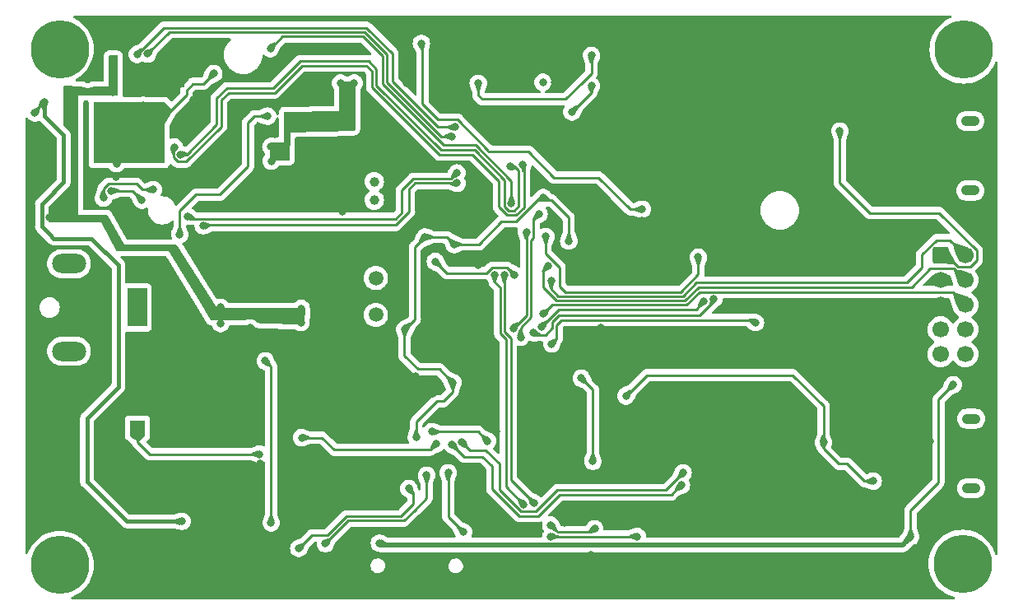
<source format=gbr>
%TF.GenerationSoftware,KiCad,Pcbnew,7.0.6*%
%TF.CreationDate,2023-08-23T22:51:31+03:00*%
%TF.ProjectId,Lorawan_prototype_v1.1,4c6f7261-7761-46e5-9f70-726f746f7479,rev?*%
%TF.SameCoordinates,Original*%
%TF.FileFunction,Copper,L2,Bot*%
%TF.FilePolarity,Positive*%
%FSLAX46Y46*%
G04 Gerber Fmt 4.6, Leading zero omitted, Abs format (unit mm)*
G04 Created by KiCad (PCBNEW 7.0.6) date 2023-08-23 22:51:31*
%MOMM*%
%LPD*%
G01*
G04 APERTURE LIST*
G04 Aperture macros list*
%AMRoundRect*
0 Rectangle with rounded corners*
0 $1 Rounding radius*
0 $2 $3 $4 $5 $6 $7 $8 $9 X,Y pos of 4 corners*
0 Add a 4 corners polygon primitive as box body*
4,1,4,$2,$3,$4,$5,$6,$7,$8,$9,$2,$3,0*
0 Add four circle primitives for the rounded corners*
1,1,$1+$1,$2,$3*
1,1,$1+$1,$4,$5*
1,1,$1+$1,$6,$7*
1,1,$1+$1,$8,$9*
0 Add four rect primitives between the rounded corners*
20,1,$1+$1,$2,$3,$4,$5,0*
20,1,$1+$1,$4,$5,$6,$7,0*
20,1,$1+$1,$6,$7,$8,$9,0*
20,1,$1+$1,$8,$9,$2,$3,0*%
G04 Aperture macros list end*
%TA.AperFunction,ComponentPad*%
%ADD10RoundRect,0.250000X-0.600000X-0.600000X0.600000X-0.600000X0.600000X0.600000X-0.600000X0.600000X0*%
%TD*%
%TA.AperFunction,ComponentPad*%
%ADD11C,1.700000*%
%TD*%
%TA.AperFunction,SMDPad,CuDef*%
%ADD12R,7.340000X6.350000*%
%TD*%
%TA.AperFunction,ComponentPad*%
%ADD13C,0.800000*%
%TD*%
%TA.AperFunction,ComponentPad*%
%ADD14C,6.000000*%
%TD*%
%TA.AperFunction,ComponentPad*%
%ADD15R,2.000000X4.000000*%
%TD*%
%TA.AperFunction,ComponentPad*%
%ADD16O,2.000000X3.300000*%
%TD*%
%TA.AperFunction,ComponentPad*%
%ADD17O,3.500000X2.000000*%
%TD*%
%TA.AperFunction,ComponentPad*%
%ADD18C,0.600000*%
%TD*%
%TA.AperFunction,SMDPad,CuDef*%
%ADD19R,2.600000X1.950000*%
%TD*%
%TA.AperFunction,ComponentPad*%
%ADD20C,1.000000*%
%TD*%
%TA.AperFunction,ComponentPad*%
%ADD21R,1.600000X1.600000*%
%TD*%
%TA.AperFunction,ComponentPad*%
%ADD22C,1.600000*%
%TD*%
%TA.AperFunction,ComponentPad*%
%ADD23O,1.900000X1.050000*%
%TD*%
%TA.AperFunction,ComponentPad*%
%ADD24C,1.500000*%
%TD*%
%TA.AperFunction,ViaPad*%
%ADD25C,0.800000*%
%TD*%
%TA.AperFunction,Conductor*%
%ADD26C,0.250000*%
%TD*%
%TA.AperFunction,Conductor*%
%ADD27C,0.500000*%
%TD*%
%TA.AperFunction,Conductor*%
%ADD28C,0.400000*%
%TD*%
G04 APERTURE END LIST*
D10*
%TO.P,J3,1,Pin_1*%
%TO.N,+3.3V*%
X192370000Y-84810000D03*
D11*
%TO.P,J3,2,Pin_2*%
%TO.N,SWDIO_STM32*%
X194910000Y-84810000D03*
%TO.P,J3,3,Pin_3*%
%TO.N,GND*%
X192370000Y-87350000D03*
%TO.P,J3,4,Pin_4*%
%TO.N,SWDCLK_STM32*%
X194910000Y-87350000D03*
%TO.P,J3,5,Pin_5*%
%TO.N,GND*%
X192370000Y-89890000D03*
%TO.P,J3,6,Pin_6*%
%TO.N,SWO_STM32*%
X194910000Y-89890000D03*
%TO.P,J3,7,Pin_7*%
%TO.N,unconnected-(J3-Pin_7-Pad7)*%
X192370000Y-92430000D03*
%TO.P,J3,8,Pin_8*%
%TO.N,unconnected-(J3-Pin_8-Pad8)*%
X194910000Y-92430000D03*
%TO.P,J3,9,Pin_9*%
%TO.N,unconnected-(J3-Pin_9-Pad9)*%
X192370000Y-94970000D03*
%TO.P,J3,10,Pin_10*%
%TO.N,unconnected-(J3-Pin_10-Pad10)*%
X194910000Y-94970000D03*
%TD*%
D12*
%TO.P,BT2,1,+*%
%TO.N,VBAT*%
X108880000Y-72190000D03*
%TO.P,BT2,2,-*%
%TO.N,GND*%
X187540000Y-72190000D03*
%TD*%
D13*
%TO.P,H3,1,1*%
%TO.N,unconnected-(H3-Pad1)*%
X99489010Y-63600990D03*
X100148020Y-62010000D03*
X100148020Y-65191980D03*
X101739010Y-61350990D03*
D14*
X101739010Y-63600990D03*
D13*
X101739010Y-65850990D03*
X103330000Y-62010000D03*
X103330000Y-65191980D03*
X103989010Y-63600990D03*
%TD*%
%TO.P,H1,1,1*%
%TO.N,unconnected-(H1-Pad1)*%
X192380000Y-116540000D03*
X193039010Y-114949010D03*
X193039010Y-118130990D03*
X194630000Y-114290000D03*
D14*
X194630000Y-116540000D03*
D13*
X194630000Y-118790000D03*
X196220990Y-114949010D03*
X196220990Y-118130990D03*
X196880000Y-116540000D03*
%TD*%
D15*
%TO.P,J2,1*%
%TO.N,/DCIN-(5:12V)*%
X109700000Y-90170000D03*
D16*
%TO.P,J2,2*%
%TO.N,GND*%
X103700000Y-90170000D03*
D17*
%TO.P,J2,MP*%
%TO.N,N/C*%
X102700000Y-85670000D03*
X102700000Y-94670000D03*
%TD*%
D18*
%TO.P,U7,13,PAD*%
%TO.N,GND*%
X114175000Y-67100000D03*
X114175000Y-66100000D03*
X113275000Y-67100000D03*
D19*
X113275000Y-66600000D03*
D18*
X113275000Y-66100000D03*
X112375000Y-67100000D03*
X112375000Y-66100000D03*
%TD*%
D20*
%TO.P,Y1,1,1*%
%TO.N,/LSE_OUT*%
X134100000Y-79130000D03*
%TO.P,Y1,2,2*%
%TO.N,/LSE_IN*%
X134100000Y-77230000D03*
%TD*%
D21*
%TO.P,C6,1*%
%TO.N,/DCIN-(5:12V)*%
X109740000Y-102590000D03*
D22*
%TO.P,C6,2*%
%TO.N,GND*%
X107240000Y-102590000D03*
%TD*%
D23*
%TO.P,J4,6,Shield*%
%TO.N,unconnected-(J4-Shield-Pad6)*%
X195500000Y-108760000D03*
X195500000Y-101610000D03*
%TD*%
%TO.P,J1,6,Shield*%
%TO.N,unconnected-(J1-Shield-Pad6)*%
X195420000Y-78150000D03*
X195420000Y-71000000D03*
%TD*%
D13*
%TO.P,H2,1,1*%
%TO.N,unconnected-(H2-Pad1)*%
X104000000Y-116660000D03*
X103340990Y-118250990D03*
X103340990Y-115069010D03*
X101750000Y-118910000D03*
D14*
X101750000Y-116660000D03*
D13*
X101750000Y-114410000D03*
X100159010Y-118250990D03*
X100159010Y-115069010D03*
X99500000Y-116660000D03*
%TD*%
%TO.P,H4,1,1*%
%TO.N,unconnected-(H4-Pad1)*%
X192479010Y-63660990D03*
X193138020Y-62070000D03*
X193138020Y-65251980D03*
X194729010Y-61410990D03*
D14*
X194729010Y-63660990D03*
D13*
X194729010Y-65910990D03*
X196320000Y-62070000D03*
X196320000Y-65251980D03*
X196979010Y-63660990D03*
%TD*%
D24*
%TO.P,Y2,1,1*%
%TO.N,Net-(U3-PD0)*%
X134260000Y-87140000D03*
%TO.P,Y2,2,2*%
%TO.N,Net-(U3-PD1)*%
X134260000Y-90940000D03*
%TD*%
D25*
%TO.N,GND*%
X149400000Y-102880000D03*
X146670000Y-102940000D03*
%TO.N,MISO*%
X137650000Y-108805000D03*
X126340000Y-114960000D03*
%TO.N,MOSI*%
X129073867Y-114456089D03*
X139490000Y-107420000D03*
%TO.N,NSS*%
X140490000Y-104170000D03*
X126640000Y-103560000D03*
%TO.N,MOSI*%
X145750000Y-103900000D03*
X140030000Y-102950000D03*
%TO.N,+5V*%
X138950000Y-63020000D03*
%TO.N,SD_DET*%
X143280000Y-113270000D03*
X141700000Y-107180000D03*
%TO.N,VUSB*%
X193670000Y-98110000D03*
X189280000Y-113750000D03*
X134640000Y-114410000D03*
%TO.N,+3.3V*%
X138430000Y-103510000D03*
%TO.N,GND*%
X140130000Y-99000000D03*
X143510000Y-100530000D03*
X134840000Y-99890000D03*
%TO.N,+3.3V*%
X182000000Y-72030000D03*
X159989952Y-99279952D03*
X142180000Y-97900000D03*
%TO.N,GND*%
X153690000Y-112280000D03*
%TO.N,+3.3V*%
X137250000Y-92410000D03*
%TO.N,+5V*%
X151450000Y-67020000D03*
X161680000Y-80080000D03*
%TO.N,GND*%
X161414815Y-87486816D03*
%TO.N,GPS_RESET_PIN*%
X173310000Y-91730000D03*
X152360000Y-93920000D03*
%TO.N,+3.3V*%
X180310000Y-104050000D03*
X185430000Y-108030000D03*
X154110000Y-83330000D03*
X151490000Y-78880000D03*
X142320000Y-83700000D03*
X139320000Y-82940000D03*
%TO.N,EN2*%
X149377299Y-75482701D03*
%TO.N,EN1*%
X148070000Y-75660000D03*
X114175865Y-74442799D03*
%TO.N,EN2*%
X113530000Y-73680000D03*
%TO.N,PGOOD*%
X106250000Y-78904500D03*
%TO.N,GND*%
X114760000Y-71410000D03*
%TO.N,PGOOD*%
X111350000Y-78070000D03*
X116520000Y-81779500D03*
X142620000Y-77390000D03*
%TO.N,PM_SENSOR1_SET*%
X151050000Y-80560000D03*
%TO.N,BAT_STATUS*%
X148204500Y-79470000D03*
%TO.N,SYSOFF*%
X107060000Y-78180000D03*
X110190000Y-79140000D03*
X114940000Y-80800000D03*
X142610000Y-76340000D03*
%TO.N,GPS_EN*%
X151740000Y-82890000D03*
%TO.N,5V_REG*%
X99186677Y-70151275D03*
%TO.N,+3.3V*%
X123140000Y-70500000D03*
X114090000Y-82700000D03*
%TO.N,GND*%
X130830000Y-80330000D03*
X130790000Y-76080000D03*
X136180000Y-107000000D03*
X130360000Y-116340000D03*
X130410000Y-107070000D03*
%TO.N,5V_REG*%
X114320000Y-112170000D03*
X100150000Y-69030000D03*
%TO.N,VIN*%
X107230000Y-68000000D03*
X107190000Y-65880000D03*
%TO.N,GND*%
X106050000Y-62680000D03*
X104620000Y-66710000D03*
%TO.N,RAK11720_UART0_RX*%
X165690000Y-108460000D03*
X142100000Y-104270000D03*
%TO.N,RAK11720_UART0_TX*%
X165870000Y-107190000D03*
X143135000Y-104035000D03*
%TO.N,BAT_STATUS*%
X123420000Y-63540000D03*
%TO.N,SDA*%
X110787299Y-64097299D03*
X142107061Y-72579249D03*
%TO.N,SCL*%
X109720000Y-64140000D03*
X142420000Y-71630000D03*
%TO.N,VBAT*%
X117590000Y-66110000D03*
X110320000Y-69370000D03*
%TO.N,GND*%
X120110000Y-70090000D03*
X115500000Y-68760000D03*
%TO.N,VIN*%
X100700000Y-80900000D03*
%TO.N,GND*%
X144670000Y-80320000D03*
%TO.N,PM_SENSOR1_SET*%
X149154549Y-93229951D03*
%TO.N,PM_SENSOR2_SET*%
X148390000Y-92330000D03*
X149755500Y-82390000D03*
%TO.N,GND*%
X191545000Y-73275000D03*
X188740000Y-74940000D03*
X185060000Y-90890000D03*
%TO.N,GPS_VBCKP*%
X156590000Y-105990000D03*
X155410000Y-97450000D03*
%TO.N,GND*%
X126770000Y-67260000D03*
%TO.N,PM_SENSOR_RESET*%
X156450000Y-64250000D03*
X144800000Y-67129500D03*
%TO.N,GND*%
X187610000Y-100620000D03*
X107550000Y-76720000D03*
%TO.N,VBAT*%
X107580000Y-75390000D03*
X107750000Y-74070000D03*
%TO.N,GND*%
X100080000Y-75620000D03*
X99780000Y-72070000D03*
X187130000Y-82470000D03*
X183230000Y-85670000D03*
X138330000Y-97240000D03*
X144980000Y-94554500D03*
X159790000Y-106730000D03*
X162130000Y-112880000D03*
X177210000Y-84850000D03*
X157440000Y-92250000D03*
X157510000Y-94380000D03*
X158850000Y-98370000D03*
X158960000Y-97140000D03*
X152700000Y-67000000D03*
X137400000Y-67120000D03*
X136300000Y-71510000D03*
X123870000Y-72320000D03*
X131400000Y-73360000D03*
X128600000Y-73300000D03*
X126210000Y-77050000D03*
X112730000Y-96830000D03*
X114090000Y-99000000D03*
X116770000Y-99710000D03*
X115760000Y-99650000D03*
X169990000Y-81220000D03*
X161670000Y-81260000D03*
%TO.N,GPS_EN*%
X167437299Y-85012701D03*
%TO.N,UART5_TX*%
X148489450Y-86839802D03*
X140390000Y-85450000D03*
%TO.N,GND*%
X144300000Y-92550000D03*
%TO.N,+5V*%
X123500000Y-75110000D03*
X132040000Y-67100000D03*
X130630000Y-67100000D03*
X123470000Y-73630000D03*
%TO.N,GND*%
X165460000Y-99610000D03*
X171470000Y-99710000D03*
X144820000Y-85860000D03*
X137280000Y-90144500D03*
X152980000Y-99470000D03*
X156367701Y-115602299D03*
X148500000Y-115950000D03*
%TO.N,SCL*%
X156780000Y-112940000D03*
X152260000Y-112560000D03*
%TO.N,SDA*%
X152260000Y-113740000D03*
X161140000Y-113730000D03*
X149480000Y-110430000D03*
X146490497Y-86850000D03*
%TO.N,SCL*%
X150510000Y-110280000D03*
X147490000Y-86850000D03*
%TO.N,GND*%
X190710000Y-106680000D03*
X180300000Y-108050000D03*
X176890000Y-113370000D03*
X99990000Y-84090000D03*
X191270000Y-103920000D03*
X183600000Y-101070000D03*
X183240000Y-102950000D03*
X176800000Y-103940000D03*
X158980000Y-83330000D03*
X158930000Y-86560000D03*
X126310000Y-84370000D03*
X126530000Y-85640000D03*
X128240000Y-87180000D03*
X128300000Y-90980000D03*
X126970000Y-94060000D03*
%TO.N,VIN*%
X126560000Y-91730000D03*
X126580000Y-90270000D03*
X118280000Y-91820000D03*
X118280000Y-90170000D03*
%TO.N,GND*%
X120250000Y-116730000D03*
X122346659Y-106246558D03*
X120840000Y-98050000D03*
%TO.N,/DCIN-(5:12V)*%
X122270000Y-105250000D03*
%TO.N,GND*%
X121320000Y-92280000D03*
X112960000Y-110220000D03*
X111210000Y-110250000D03*
%TO.N,USART3_TX*%
X169020000Y-89314500D03*
X150490000Y-92780000D03*
%TO.N,USART3_RX*%
X168020000Y-89550000D03*
X151340000Y-92140000D03*
%TO.N,UART4_RX*%
X156450000Y-67370000D03*
X154430000Y-70080000D03*
%TO.N,SWDIO_STM32*%
X152320000Y-87440000D03*
%TO.N,SWDCLK_STM32*%
X151990000Y-85900000D03*
%TO.N,SWO_STM32*%
X151500000Y-90830000D03*
%TO.N,/X*%
X123490000Y-112330000D03*
X122900000Y-95670000D03*
%TD*%
D26*
%TO.N,MISO*%
X138120000Y-109275000D02*
X137650000Y-108805000D01*
X138120000Y-110380000D02*
X138120000Y-109275000D01*
X131253560Y-111640000D02*
X136860000Y-111640000D01*
X129291780Y-113601780D02*
X131253560Y-111640000D01*
X127698220Y-113601780D02*
X129291780Y-113601780D01*
X126340000Y-114960000D02*
X127698220Y-113601780D01*
X136860000Y-111640000D02*
X138120000Y-110380000D01*
%TO.N,MOSI*%
X131439956Y-112090000D02*
X129073867Y-114456089D01*
X133170000Y-112090000D02*
X131439956Y-112090000D01*
X138240000Y-111020000D02*
X137170000Y-112090000D01*
X137170000Y-112090000D02*
X133170000Y-112090000D01*
X139490000Y-109770000D02*
X138240000Y-111020000D01*
X139490000Y-107420000D02*
X139490000Y-109770000D01*
%TO.N,NSS*%
X139860000Y-104800000D02*
X140490000Y-104170000D01*
X129970000Y-104800000D02*
X139860000Y-104800000D01*
X126640000Y-103560000D02*
X128730000Y-103560000D01*
X128730000Y-103560000D02*
X129970000Y-104800000D01*
%TO.N,MOSI*%
X140030000Y-102950000D02*
X144800000Y-102950000D01*
X144800000Y-102950000D02*
X145750000Y-103900000D01*
%TO.N,GPS_RESET_PIN*%
X173043198Y-91463198D02*
X173310000Y-91730000D01*
X153366802Y-91463198D02*
X173043198Y-91463198D01*
X152873198Y-91956802D02*
X153366802Y-91463198D01*
X152873198Y-93406802D02*
X152873198Y-91956802D01*
X152360000Y-93920000D02*
X152873198Y-93406802D01*
%TO.N,+5V*%
X139070000Y-63140000D02*
X138950000Y-63020000D01*
X139070000Y-69260000D02*
X139070000Y-67740000D01*
X142685305Y-70870000D02*
X140680000Y-70870000D01*
X145840000Y-74024695D02*
X142685305Y-70870000D01*
X149923604Y-74130000D02*
X145840000Y-74130000D01*
X152598604Y-76805000D02*
X149923604Y-74130000D01*
X140680000Y-70870000D02*
X139070000Y-69260000D01*
X145840000Y-74130000D02*
X145840000Y-74024695D01*
X139070000Y-67740000D02*
X139070000Y-63140000D01*
X157175000Y-76805000D02*
X152598604Y-76805000D01*
%TO.N,SD_DET*%
X141700000Y-107180000D02*
X141700000Y-111690000D01*
X141700000Y-111690000D02*
X143280000Y-113270000D01*
%TO.N,VUSB*%
X189260000Y-113730000D02*
X189280000Y-113750000D01*
X189260000Y-111040000D02*
X189260000Y-113730000D01*
X192140000Y-108160000D02*
X189260000Y-111040000D01*
X192140000Y-99640000D02*
X192140000Y-108160000D01*
X193670000Y-98110000D02*
X192140000Y-99640000D01*
D27*
X188440000Y-114590000D02*
X189280000Y-113750000D01*
X134640000Y-114410000D02*
X134820000Y-114590000D01*
X134820000Y-114590000D02*
X188440000Y-114590000D01*
D26*
%TO.N,+3.3V*%
X141560000Y-82940000D02*
X139320000Y-82940000D01*
X138280000Y-83980000D02*
X139320000Y-82940000D01*
X138280000Y-91380000D02*
X138280000Y-83980000D01*
X137250000Y-92410000D02*
X138280000Y-91380000D01*
X141210000Y-99820000D02*
X140540000Y-99820000D01*
X140540000Y-99820000D02*
X138430000Y-101930000D01*
X142180000Y-98850000D02*
X141210000Y-99820000D01*
X142180000Y-97900000D02*
X142180000Y-98850000D01*
X138430000Y-101930000D02*
X138430000Y-103510000D01*
%TO.N,RAK11720_UART0_RX*%
X164685305Y-109400000D02*
X165625305Y-108460000D01*
X150975000Y-111605000D02*
X153180000Y-109400000D01*
X165625305Y-108460000D02*
X165690000Y-108460000D01*
X148993299Y-111605000D02*
X150975000Y-111605000D01*
X146230000Y-108841701D02*
X148993299Y-111605000D01*
X153180000Y-109400000D02*
X164685305Y-109400000D01*
X146230000Y-106500000D02*
X146230000Y-108841701D01*
X142100000Y-104270000D02*
X143340000Y-105510000D01*
X143340000Y-105510000D02*
X145240000Y-105510000D01*
X145240000Y-105510000D02*
X146230000Y-106500000D01*
%TO.N,RAK11720_UART0_TX*%
X164110000Y-108950000D02*
X165870000Y-107190000D01*
X150735000Y-111155000D02*
X152940000Y-108950000D01*
X149179695Y-111155000D02*
X150735000Y-111155000D01*
X146950000Y-108925305D02*
X149179695Y-111155000D01*
X146950000Y-106240000D02*
X146950000Y-108925305D01*
X145570000Y-104860000D02*
X146950000Y-106240000D01*
X143960000Y-104860000D02*
X145570000Y-104860000D01*
X143135000Y-104035000D02*
X143960000Y-104860000D01*
X152940000Y-108950000D02*
X164110000Y-108950000D01*
%TO.N,+3.3V*%
X152335000Y-79165000D02*
X154110000Y-80940000D01*
X151775000Y-79165000D02*
X152335000Y-79165000D01*
X151490000Y-78880000D02*
X151775000Y-79165000D01*
X154110000Y-80940000D02*
X154110000Y-83330000D01*
%TO.N,GPS_EN*%
X151740000Y-84624695D02*
X151740000Y-82890000D01*
X153180000Y-88000000D02*
X153180000Y-86064695D01*
X153750000Y-88570000D02*
X153180000Y-88000000D01*
X165643604Y-88570000D02*
X153750000Y-88570000D01*
X167437299Y-86776305D02*
X165643604Y-88570000D01*
X167437299Y-85012701D02*
X167437299Y-86776305D01*
X153180000Y-86064695D02*
X151740000Y-84624695D01*
%TO.N,EN1*%
X148100000Y-75630000D02*
X148070000Y-75660000D01*
X148500000Y-75630000D02*
X148100000Y-75630000D01*
X148980000Y-76110000D02*
X148500000Y-75630000D01*
X148980000Y-79750000D02*
X148980000Y-76110000D01*
X148490000Y-80240000D02*
X148980000Y-79750000D01*
X147479500Y-79770305D02*
X147949195Y-80240000D01*
X147479500Y-77065896D02*
X147479500Y-79770305D01*
X144413604Y-74000000D02*
X147479500Y-77065896D01*
X140970000Y-74000000D02*
X144413604Y-74000000D01*
X134330000Y-67360000D02*
X140970000Y-74000000D01*
X134330000Y-65630000D02*
X134330000Y-67360000D01*
X133540000Y-64840000D02*
X134330000Y-65630000D01*
X118940000Y-67610000D02*
X123700000Y-67610000D01*
X117900000Y-68650000D02*
X118940000Y-67610000D01*
X117900000Y-71380000D02*
X117900000Y-68650000D01*
X147949195Y-80240000D02*
X148490000Y-80240000D01*
X114837201Y-74442799D02*
X117900000Y-71380000D01*
X123700000Y-67610000D02*
X126470000Y-64840000D01*
X126470000Y-64840000D02*
X133540000Y-64840000D01*
X114175865Y-74442799D02*
X114837201Y-74442799D01*
%TO.N,SDA*%
X113034598Y-61850000D02*
X110787299Y-64097299D01*
X135420000Y-64156396D02*
X133113604Y-61850000D01*
X135420000Y-67026396D02*
X135420000Y-64156396D01*
X140972853Y-72579249D02*
X135420000Y-67026396D01*
X133113604Y-61850000D02*
X113034598Y-61850000D01*
X142107061Y-72579249D02*
X140972853Y-72579249D01*
%TO.N,+3.3V*%
X194181396Y-85985000D02*
X193006396Y-84810000D01*
X195396701Y-85985000D02*
X194181396Y-85985000D01*
X196085000Y-85296701D02*
X195396701Y-85985000D01*
X196085000Y-84323299D02*
X196085000Y-85296701D01*
X185100000Y-80460000D02*
X192221701Y-80460000D01*
X182000000Y-77360000D02*
X185100000Y-80460000D01*
X182000000Y-72030000D02*
X182000000Y-77360000D01*
X193006396Y-84810000D02*
X192370000Y-84810000D01*
X192221701Y-80460000D02*
X196085000Y-84323299D01*
X151122792Y-78880000D02*
X151490000Y-78880000D01*
X148662792Y-81340000D02*
X151122792Y-78880000D01*
X144840000Y-83700000D02*
X147200000Y-81340000D01*
X147200000Y-81340000D02*
X148662792Y-81340000D01*
X142320000Y-83700000D02*
X144840000Y-83700000D01*
X180310000Y-100290000D02*
X180310000Y-104050000D01*
X177150000Y-97130000D02*
X180310000Y-100290000D01*
X162139904Y-97130000D02*
X177150000Y-97130000D01*
X159989952Y-99279952D02*
X162139904Y-97130000D01*
X137180000Y-92480000D02*
X137250000Y-92410000D01*
X137180000Y-95100000D02*
X137180000Y-92480000D01*
X138590000Y-96510000D02*
X137180000Y-95100000D01*
X140790000Y-96510000D02*
X138590000Y-96510000D01*
X142180000Y-97900000D02*
X140790000Y-96510000D01*
%TO.N,+5V*%
X157175000Y-76805000D02*
X160450000Y-80080000D01*
X160450000Y-80080000D02*
X161680000Y-80080000D01*
%TO.N,+3.3V*%
X180310000Y-104650000D02*
X180310000Y-104050000D01*
X182760000Y-106250000D02*
X181910000Y-106250000D01*
X180330000Y-104670000D02*
X180310000Y-104650000D01*
X184540000Y-108030000D02*
X182760000Y-106250000D01*
X185430000Y-108030000D02*
X184540000Y-108030000D01*
X181910000Y-106250000D02*
X180330000Y-104670000D01*
X141560000Y-82940000D02*
X142320000Y-83700000D01*
%TO.N,SCL*%
X140660000Y-71630000D02*
X142420000Y-71630000D01*
X135950000Y-66920000D02*
X140660000Y-71630000D01*
X135950000Y-64050000D02*
X135950000Y-66920000D01*
X133300000Y-61400000D02*
X135950000Y-64050000D01*
X112460000Y-61400000D02*
X133300000Y-61400000D01*
X109720000Y-64140000D02*
X112460000Y-61400000D01*
%TO.N,BAT_STATUS*%
X148204500Y-77154500D02*
X148204500Y-79470000D01*
X141217208Y-73460000D02*
X144510000Y-73460000D01*
X134970000Y-67212792D02*
X141217208Y-73460000D01*
X144510000Y-73460000D02*
X148204500Y-77154500D01*
X132927208Y-62300000D02*
X134970000Y-64342792D01*
X124660000Y-62300000D02*
X132927208Y-62300000D01*
X123420000Y-63540000D02*
X124660000Y-62300000D01*
X134970000Y-64342792D02*
X134970000Y-67212792D01*
%TO.N,EN2*%
X149510000Y-75615402D02*
X149377299Y-75482701D01*
X149510000Y-79856396D02*
X149510000Y-75615402D01*
X148676396Y-80690000D02*
X149510000Y-79856396D01*
X147762799Y-80690000D02*
X148676396Y-80690000D01*
X146917208Y-79844409D02*
X147762799Y-80690000D01*
X146917208Y-77140000D02*
X146917208Y-79844409D01*
X146910000Y-77140000D02*
X146917208Y-77140000D01*
X144220000Y-74450000D02*
X146910000Y-77140000D01*
X133880000Y-67546396D02*
X140783604Y-74450000D01*
X133880000Y-65870000D02*
X133880000Y-67546396D01*
X133300000Y-65290000D02*
X133880000Y-65870000D01*
X123863198Y-68083198D02*
X126656396Y-65290000D01*
X118360000Y-68826396D02*
X119103198Y-68083198D01*
X119103198Y-68083198D02*
X123863198Y-68083198D01*
X113450865Y-74743104D02*
X113875560Y-75167799D01*
X114748597Y-75167799D02*
X118360000Y-71556396D01*
X126656396Y-65290000D02*
X133300000Y-65290000D01*
X113450865Y-73759135D02*
X113450865Y-74743104D01*
X140783604Y-74450000D02*
X144220000Y-74450000D01*
X113875560Y-75167799D02*
X114748597Y-75167799D01*
X118360000Y-71556396D02*
X118360000Y-68826396D01*
X113530000Y-73680000D02*
X113450865Y-73759135D01*
%TO.N,SYSOFF*%
X136950000Y-78109876D02*
X138119876Y-76940000D01*
X142010000Y-76940000D02*
X142610000Y-76340000D01*
X136950000Y-80420000D02*
X136950000Y-78109876D01*
X138119876Y-76940000D02*
X142010000Y-76940000D01*
X136315000Y-81055000D02*
X136950000Y-80420000D01*
X114940000Y-80800000D02*
X115195000Y-81055000D01*
X115195000Y-81055000D02*
X136315000Y-81055000D01*
%TO.N,PGOOD*%
X138306272Y-77390000D02*
X142620000Y-77390000D01*
X137686272Y-78010000D02*
X138306272Y-77390000D01*
X137686272Y-78010000D02*
X137686272Y-80320124D01*
X116589500Y-81710000D02*
X116520000Y-81779500D01*
X137686272Y-80320124D02*
X136296396Y-81710000D01*
X136296396Y-81710000D02*
X116589500Y-81710000D01*
X106250000Y-77964695D02*
X106250000Y-78904500D01*
X106759695Y-77455000D02*
X106250000Y-77964695D01*
X109655000Y-77455000D02*
X106759695Y-77455000D01*
X110270000Y-78070000D02*
X109655000Y-77455000D01*
X111350000Y-78070000D02*
X110270000Y-78070000D01*
%TO.N,PM_SENSOR1_SET*%
X150480500Y-81129500D02*
X151050000Y-80560000D01*
X150480500Y-82054104D02*
X150480500Y-81129500D01*
%TO.N,SYSOFF*%
X109230000Y-78180000D02*
X107060000Y-78180000D01*
X110190000Y-79140000D02*
X109230000Y-78180000D01*
%TO.N,5V_REG*%
X99186677Y-69993323D02*
X100150000Y-69030000D01*
X99186677Y-70151275D02*
X99186677Y-69993323D01*
%TO.N,+3.3V*%
X115780000Y-78570000D02*
X114090000Y-80260000D01*
X118220000Y-78570000D02*
X115780000Y-78570000D01*
X114090000Y-80260000D02*
X114090000Y-82700000D01*
X121100000Y-71170000D02*
X121100000Y-75690000D01*
X121100000Y-75690000D02*
X118220000Y-78570000D01*
X121770000Y-70500000D02*
X121100000Y-71170000D01*
X123140000Y-70500000D02*
X121770000Y-70500000D01*
%TO.N,SWO_STM32*%
X193610000Y-88590000D02*
X194910000Y-89890000D01*
X167560000Y-88590000D02*
X193610000Y-88590000D01*
X166230000Y-89920000D02*
X167560000Y-88590000D01*
X152410000Y-89920000D02*
X166230000Y-89920000D01*
X151500000Y-90830000D02*
X152410000Y-89920000D01*
D28*
%TO.N,5V_REG*%
X108650000Y-112170000D02*
X114320000Y-112170000D01*
X104720000Y-108240000D02*
X108650000Y-112170000D01*
X104540000Y-108060000D02*
X104720000Y-108240000D01*
X104540000Y-101560000D02*
X104540000Y-108060000D01*
X105030000Y-83070000D02*
X107790000Y-85830000D01*
X101140000Y-83070000D02*
X105030000Y-83070000D01*
X107790000Y-98310000D02*
X104540000Y-101560000D01*
X100650000Y-82580000D02*
X101140000Y-83070000D01*
X99900000Y-81830000D02*
X100650000Y-82580000D01*
X99900000Y-79530000D02*
X99900000Y-81830000D01*
X100160000Y-79270000D02*
X99900000Y-79530000D01*
X102160000Y-77270000D02*
X100160000Y-79270000D01*
X102160000Y-72480000D02*
X102160000Y-77270000D01*
X100150000Y-70470000D02*
X102160000Y-72480000D01*
X107790000Y-96050000D02*
X107790000Y-98310000D01*
X100150000Y-69030000D02*
X100150000Y-70470000D01*
X107790000Y-85830000D02*
X107790000Y-96050000D01*
D26*
%TO.N,SCL*%
X148150000Y-107920000D02*
X150510000Y-110280000D01*
X148150000Y-93330000D02*
X148150000Y-107920000D01*
X147490000Y-92670000D02*
X148150000Y-93330000D01*
X147490000Y-86850000D02*
X147490000Y-92670000D01*
%TO.N,SDA*%
X147040000Y-92856396D02*
X147631802Y-93448198D01*
X147631802Y-93448198D02*
X147631802Y-108581802D01*
X147040000Y-88139503D02*
X147040000Y-92856396D01*
X147631802Y-108581802D02*
X149480000Y-110430000D01*
X146490497Y-86850000D02*
X146490497Y-87590000D01*
X146490497Y-87590000D02*
X147040000Y-88139503D01*
%TO.N,VBAT*%
X114780000Y-68310000D02*
X110900000Y-72190000D01*
X114780000Y-67830000D02*
X114780000Y-68310000D01*
X116540000Y-67160000D02*
X115450000Y-67160000D01*
X115450000Y-67160000D02*
X114780000Y-67830000D01*
X117590000Y-66110000D02*
X116540000Y-67160000D01*
X110900000Y-72190000D02*
X108880000Y-72190000D01*
%TO.N,PM_SENSOR2_SET*%
X149755500Y-90964500D02*
X148390000Y-92330000D01*
X149755500Y-82390000D02*
X149755500Y-90964500D01*
%TO.N,PM_SENSOR1_SET*%
X150220000Y-83260000D02*
X150220000Y-91184549D01*
X149154549Y-92250000D02*
X149154549Y-93229951D01*
X150480500Y-82054104D02*
X150480500Y-82999500D01*
X150480500Y-82999500D02*
X150220000Y-83260000D01*
X150220000Y-91184549D02*
X149154549Y-92250000D01*
%TO.N,USART3_TX*%
X150720000Y-93010000D02*
X150490000Y-92780000D01*
X152423198Y-92286802D02*
X151700000Y-93010000D01*
X152423198Y-91693198D02*
X152423198Y-92286802D01*
X151700000Y-93010000D02*
X150720000Y-93010000D01*
X152423198Y-91693198D02*
X153103198Y-91013198D01*
X153103198Y-91013198D02*
X167582107Y-91013198D01*
X167582107Y-91013198D02*
X169020000Y-89575305D01*
X169020000Y-89575305D02*
X169020000Y-89314500D01*
%TO.N,USART3_RX*%
X167200000Y-90370000D02*
X168020000Y-89550000D01*
X153110000Y-90370000D02*
X167200000Y-90370000D01*
X151340000Y-92140000D02*
X153110000Y-90370000D01*
%TO.N,GPS_VBCKP*%
X156590000Y-98630000D02*
X155410000Y-97450000D01*
X156590000Y-105990000D02*
X156590000Y-98630000D01*
%TO.N,PM_SENSOR_RESET*%
X156450000Y-66090000D02*
X156450000Y-64250000D01*
X155530000Y-67010000D02*
X156450000Y-66090000D01*
X153790000Y-68750000D02*
X155530000Y-67010000D01*
X145180000Y-68750000D02*
X153790000Y-68750000D01*
X144800000Y-68370000D02*
X145180000Y-68750000D01*
X144800000Y-67129500D02*
X144800000Y-68370000D01*
%TO.N,UART5_TX*%
X148489450Y-86824145D02*
X148489450Y-86839802D01*
X147775305Y-86110000D02*
X148489450Y-86824145D01*
X146205192Y-86110000D02*
X147775305Y-86110000D01*
X145665192Y-86650000D02*
X146205192Y-86110000D01*
X140390000Y-85450000D02*
X141590000Y-86650000D01*
X141590000Y-86650000D02*
X145665192Y-86650000D01*
%TO.N,SCL*%
X156430000Y-113290000D02*
X156780000Y-112940000D01*
X153470000Y-113290000D02*
X156430000Y-113290000D01*
X152260000Y-112560000D02*
X152990000Y-113290000D01*
X152990000Y-113290000D02*
X153470000Y-113290000D01*
%TO.N,SDA*%
X161130000Y-113740000D02*
X161140000Y-113730000D01*
X152260000Y-113740000D02*
X161130000Y-113740000D01*
%TO.N,/DCIN-(5:12V)*%
X109740000Y-103970000D02*
X109740000Y-102590000D01*
X109730000Y-103980000D02*
X109740000Y-103970000D01*
X111000000Y-105250000D02*
X109730000Y-103980000D01*
X122270000Y-105250000D02*
X111000000Y-105250000D01*
%TO.N,UART4_RX*%
X156450000Y-68060000D02*
X156450000Y-67370000D01*
X154430000Y-70080000D02*
X156450000Y-68060000D01*
%TO.N,SWDIO_STM32*%
X191926827Y-83240000D02*
X193340000Y-83240000D01*
X190450000Y-84716827D02*
X191926827Y-83240000D01*
X188910000Y-87620000D02*
X190450000Y-86080000D01*
X165830000Y-89020000D02*
X167230000Y-87620000D01*
X153036396Y-89020000D02*
X165830000Y-89020000D01*
X152320000Y-88303604D02*
X153036396Y-89020000D01*
X152320000Y-87440000D02*
X152320000Y-88303604D01*
X190450000Y-86080000D02*
X190450000Y-84716827D01*
X167230000Y-87620000D02*
X188910000Y-87620000D01*
X193340000Y-83240000D02*
X194910000Y-84810000D01*
%TO.N,SWDCLK_STM32*%
X193735000Y-86175000D02*
X194910000Y-87350000D01*
X189370000Y-88070000D02*
X191265000Y-86175000D01*
X166043604Y-89470000D02*
X167443604Y-88070000D01*
X152850000Y-89470000D02*
X166043604Y-89470000D01*
X151470000Y-88090000D02*
X152850000Y-89470000D01*
X167443604Y-88070000D02*
X189370000Y-88070000D01*
X191265000Y-86175000D02*
X193735000Y-86175000D01*
X151470000Y-86420000D02*
X151470000Y-88090000D01*
X151990000Y-85900000D02*
X151470000Y-86420000D01*
%TO.N,/X*%
X123490000Y-96260000D02*
X123490000Y-112330000D01*
X122900000Y-95670000D02*
X123490000Y-96260000D01*
%TD*%
%TA.AperFunction,Conductor*%
%TO.N,VIN*%
G36*
X126930819Y-90229685D02*
G01*
X126976574Y-90282489D01*
X126987760Y-90336201D01*
X126962181Y-91777106D01*
X126941310Y-91843785D01*
X126887702Y-91888596D01*
X126837091Y-91898900D01*
X122507167Y-91860153D01*
X122473516Y-91855186D01*
X122067364Y-91736575D01*
X122009975Y-91700519D01*
X121925871Y-91607112D01*
X121925869Y-91607110D01*
X121772734Y-91495851D01*
X121772729Y-91495848D01*
X121599807Y-91418857D01*
X121599802Y-91418855D01*
X121454001Y-91387865D01*
X121414646Y-91379500D01*
X121225354Y-91379500D01*
X121192897Y-91386398D01*
X121040197Y-91418855D01*
X121040192Y-91418857D01*
X120867269Y-91495849D01*
X120856771Y-91503476D01*
X120790963Y-91526951D01*
X120783280Y-91527151D01*
X117379252Y-91510341D01*
X117312310Y-91490326D01*
X117310000Y-91487948D01*
X117310000Y-90210000D01*
X117849848Y-90210000D01*
X126863780Y-90210000D01*
X126930819Y-90229685D01*
G37*
%TD.AperFunction*%
%TD*%
%TA.AperFunction,Conductor*%
%TO.N,+5V*%
G36*
X132026725Y-66909279D02*
G01*
X132093648Y-66929355D01*
X132139094Y-66982426D01*
X132150000Y-67033277D01*
X132150000Y-71859286D01*
X132130315Y-71926325D01*
X132077511Y-71972080D01*
X132029330Y-71983241D01*
X125450000Y-72159999D01*
X125430849Y-74936855D01*
X125410703Y-75003757D01*
X125357584Y-75049147D01*
X125306852Y-75060000D01*
X123454672Y-75060000D01*
X123387633Y-75040315D01*
X123341878Y-74987511D01*
X123330674Y-74935330D01*
X123339333Y-73333330D01*
X123359379Y-73266398D01*
X123412430Y-73220929D01*
X123463331Y-73210000D01*
X123712924Y-73210000D01*
X123738704Y-73212710D01*
X123743952Y-73213825D01*
X123775354Y-73220500D01*
X123775355Y-73220500D01*
X123964645Y-73220500D01*
X123964646Y-73220500D01*
X123997033Y-73213615D01*
X124001296Y-73212710D01*
X124027076Y-73210000D01*
X124780000Y-73210000D01*
X124770389Y-70153953D01*
X124789862Y-70086855D01*
X124842522Y-70040934D01*
X124893953Y-70029567D01*
X130500000Y-70010000D01*
X130442452Y-67027130D01*
X130460840Y-66959726D01*
X130512751Y-66912961D01*
X130567151Y-66900743D01*
X132026725Y-66909279D01*
G37*
%TD.AperFunction*%
%TD*%
%TA.AperFunction,Conductor*%
%TO.N,VIN*%
G36*
X107671949Y-64250290D02*
G01*
X107718252Y-64302615D01*
X107730000Y-64355298D01*
X107730000Y-65630000D01*
X107720448Y-68256756D01*
X107700520Y-68323723D01*
X107647550Y-68369286D01*
X107596756Y-68380305D01*
X103680000Y-68390000D01*
X103680000Y-69310000D01*
X103630000Y-80659999D01*
X103630000Y-80660000D01*
X106577111Y-80640482D01*
X106644277Y-80659722D01*
X106685873Y-80703452D01*
X108380000Y-83700000D01*
X113691988Y-83719747D01*
X113758954Y-83739680D01*
X113796341Y-83777488D01*
X117830540Y-90159217D01*
X117843097Y-90203198D01*
X117849848Y-90210000D01*
X117840000Y-91510000D01*
X117378111Y-91510000D01*
X117312310Y-91490326D01*
X117273969Y-91450859D01*
X116326310Y-89895391D01*
X112960000Y-84370000D01*
X112939547Y-84369961D01*
X107683552Y-84360137D01*
X107616550Y-84340327D01*
X107574855Y-84295386D01*
X106000000Y-81400000D01*
X105999999Y-81399999D01*
X100724926Y-81418126D01*
X100657819Y-81398672D01*
X100611883Y-81346026D01*
X100600500Y-81294127D01*
X100600500Y-79871518D01*
X100620185Y-79804479D01*
X100636814Y-79783842D01*
X102639056Y-77781599D01*
X102641748Y-77779065D01*
X102688183Y-77737929D01*
X102723436Y-77686855D01*
X102725613Y-77683896D01*
X102763878Y-77635057D01*
X102768037Y-77625815D01*
X102779062Y-77606268D01*
X102784818Y-77597930D01*
X102806820Y-77539912D01*
X102808235Y-77536495D01*
X102833694Y-77479932D01*
X102835520Y-77469965D01*
X102841548Y-77448340D01*
X102845140Y-77438872D01*
X102852615Y-77377309D01*
X102853179Y-77373605D01*
X102857456Y-77350258D01*
X102864357Y-77312606D01*
X102860613Y-77250707D01*
X102860500Y-77246963D01*
X102860500Y-72503035D01*
X102860613Y-72499290D01*
X102864357Y-72437394D01*
X102853177Y-72376386D01*
X102852615Y-72372689D01*
X102845140Y-72311129D01*
X102845139Y-72311125D01*
X102841546Y-72301651D01*
X102835519Y-72280029D01*
X102833694Y-72270070D01*
X102833694Y-72270068D01*
X102808239Y-72213512D01*
X102806809Y-72210057D01*
X102800777Y-72194151D01*
X102784818Y-72152070D01*
X102779059Y-72143727D01*
X102768030Y-72124172D01*
X102763877Y-72114943D01*
X102763874Y-72114938D01*
X102725633Y-72066127D01*
X102723413Y-72063110D01*
X102708967Y-72042182D01*
X102688183Y-72012071D01*
X102641750Y-71970935D01*
X102639056Y-71968399D01*
X102130005Y-71459348D01*
X102096520Y-71398025D01*
X102093686Y-71371789D01*
X102090116Y-67515707D01*
X102109739Y-67448651D01*
X102162500Y-67402847D01*
X102215696Y-67391604D01*
X104019097Y-67414626D01*
X104085875Y-67435164D01*
X104090357Y-67438270D01*
X104167270Y-67494151D01*
X104167271Y-67494151D01*
X104167272Y-67494152D01*
X104340192Y-67571142D01*
X104340197Y-67571144D01*
X104525354Y-67610500D01*
X104525355Y-67610500D01*
X104714644Y-67610500D01*
X104714646Y-67610500D01*
X104899803Y-67571144D01*
X105072730Y-67494151D01*
X105128799Y-67453413D01*
X105194603Y-67429935D01*
X105203242Y-67429743D01*
X106790000Y-67450000D01*
X106780000Y-67050000D01*
X106760000Y-66490000D01*
X106769457Y-64362168D01*
X106789440Y-64295218D01*
X106842446Y-64249698D01*
X106892161Y-64238727D01*
X107604708Y-64231305D01*
X107671949Y-64250290D01*
G37*
%TD.AperFunction*%
%TD*%
%TA.AperFunction,Conductor*%
%TO.N,MISO*%
G36*
X138016529Y-108656876D02*
G01*
X138022847Y-108663223D01*
X138023242Y-108664341D01*
X138240531Y-109395287D01*
X138239604Y-109404194D01*
X138232650Y-109409836D01*
X138229316Y-109410321D01*
X137997629Y-109410321D01*
X137992623Y-109409196D01*
X137506982Y-109179311D01*
X137500971Y-109172674D01*
X137501173Y-109164271D01*
X137648141Y-108808498D01*
X137654465Y-108802162D01*
X138007576Y-108656855D01*
X138016529Y-108656876D01*
G37*
%TD.AperFunction*%
%TD*%
%TA.AperFunction,Conductor*%
%TO.N,MISO*%
G36*
X126823014Y-114311643D02*
G01*
X126988356Y-114476985D01*
X126991783Y-114485258D01*
X126990747Y-114490071D01*
X126714206Y-115102760D01*
X126707679Y-115108891D01*
X126699090Y-115108767D01*
X126343804Y-114962563D01*
X126337457Y-114956245D01*
X126337436Y-114956195D01*
X126191232Y-114600909D01*
X126191253Y-114591955D01*
X126197237Y-114585794D01*
X126809928Y-114309251D01*
X126818878Y-114308972D01*
X126823014Y-114311643D01*
G37*
%TD.AperFunction*%
%TD*%
%TA.AperFunction,Conductor*%
%TO.N,MOSI*%
G36*
X129559788Y-113810639D02*
G01*
X129650482Y-113901333D01*
X129722223Y-113973074D01*
X129725650Y-113981347D01*
X129724614Y-113986160D01*
X129448073Y-114598849D01*
X129441546Y-114604980D01*
X129432957Y-114604856D01*
X129077671Y-114458652D01*
X129071324Y-114452334D01*
X129071303Y-114452284D01*
X128925099Y-114096998D01*
X128925120Y-114088044D01*
X128931104Y-114081883D01*
X129271339Y-113928315D01*
X129276152Y-113927280D01*
X129277315Y-113927280D01*
X129277809Y-113927301D01*
X129309476Y-113930071D01*
X129320584Y-113931044D01*
X129320585Y-113931044D01*
X129320585Y-113931043D01*
X129320587Y-113931044D01*
X129362076Y-113919926D01*
X129362530Y-113919825D01*
X129404825Y-113912368D01*
X129416086Y-113905865D01*
X129418899Y-113904699D01*
X129431464Y-113901334D01*
X129466633Y-113876707D01*
X129467039Y-113876448D01*
X129504235Y-113854974D01*
X129531846Y-113822066D01*
X129532153Y-113821731D01*
X129543245Y-113810639D01*
X129551517Y-113807213D01*
X129559788Y-113810639D01*
G37*
%TD.AperFunction*%
%TD*%
%TA.AperFunction,Conductor*%
%TO.N,MOSI*%
G36*
X139849109Y-107568719D02*
G01*
X139855427Y-107575066D01*
X139855551Y-107583655D01*
X139617859Y-108212437D01*
X139611728Y-108218964D01*
X139606915Y-108220000D01*
X139373085Y-108220000D01*
X139364812Y-108216573D01*
X139362141Y-108212437D01*
X139124448Y-107583655D01*
X139124728Y-107574705D01*
X139130889Y-107568719D01*
X139485500Y-107420875D01*
X139494449Y-107420855D01*
X139849109Y-107568719D01*
G37*
%TD.AperFunction*%
%TD*%
%TA.AperFunction,Conductor*%
%TO.N,NSS*%
G36*
X140130909Y-104021232D02*
G01*
X140273763Y-104080018D01*
X140486195Y-104167436D01*
X140492542Y-104173754D01*
X140492563Y-104173804D01*
X140638767Y-104529090D01*
X140638746Y-104538044D01*
X140632760Y-104544206D01*
X140020071Y-104820747D01*
X140011121Y-104821027D01*
X140006985Y-104818356D01*
X139841643Y-104653014D01*
X139838216Y-104644741D01*
X139839252Y-104639928D01*
X139885238Y-104538044D01*
X140115794Y-104027238D01*
X140122320Y-104021108D01*
X140130909Y-104021232D01*
G37*
%TD.AperFunction*%
%TD*%
%TA.AperFunction,Conductor*%
%TO.N,NSS*%
G36*
X126820696Y-103200890D02*
G01*
X127432437Y-103432141D01*
X127438964Y-103438272D01*
X127440000Y-103443085D01*
X127440000Y-103676914D01*
X127436573Y-103685187D01*
X127432437Y-103687858D01*
X126803655Y-103925551D01*
X126794705Y-103925271D01*
X126788719Y-103919109D01*
X126692306Y-103687858D01*
X126640875Y-103564499D01*
X126640855Y-103555550D01*
X126788719Y-103200889D01*
X126795066Y-103194572D01*
X126803654Y-103194448D01*
X126820696Y-103200890D01*
G37*
%TD.AperFunction*%
%TD*%
%TA.AperFunction,Conductor*%
%TO.N,MOSI*%
G36*
X140210696Y-102590890D02*
G01*
X140822437Y-102822141D01*
X140828964Y-102828272D01*
X140830000Y-102833085D01*
X140830000Y-103066914D01*
X140826573Y-103075187D01*
X140822437Y-103077858D01*
X140193655Y-103315551D01*
X140184705Y-103315271D01*
X140178719Y-103309109D01*
X140082306Y-103077858D01*
X140030875Y-102954499D01*
X140030855Y-102945550D01*
X140178719Y-102590889D01*
X140185066Y-102584572D01*
X140193654Y-102584448D01*
X140210696Y-102590890D01*
G37*
%TD.AperFunction*%
%TD*%
%TA.AperFunction,Conductor*%
%TO.N,MOSI*%
G36*
X145280071Y-103249252D02*
G01*
X145892760Y-103525793D01*
X145898891Y-103532320D01*
X145898767Y-103540909D01*
X145752563Y-103896195D01*
X145746245Y-103902542D01*
X145746195Y-103902563D01*
X145390909Y-104048767D01*
X145381955Y-104048746D01*
X145375793Y-104042760D01*
X145311676Y-103900707D01*
X145149279Y-103540909D01*
X145099252Y-103430071D01*
X145098972Y-103421121D01*
X145101641Y-103416987D01*
X145266986Y-103251642D01*
X145275258Y-103248216D01*
X145280071Y-103249252D01*
G37*
%TD.AperFunction*%
%TD*%
%TA.AperFunction,Conductor*%
%TO.N,GPS_RESET_PIN*%
G36*
X173306504Y-91333468D02*
G01*
X173310028Y-91341700D01*
X173310029Y-91341809D01*
X173310987Y-91725124D01*
X173307581Y-91733405D01*
X173307546Y-91733441D01*
X173035569Y-92004460D01*
X173027289Y-92007872D01*
X173019022Y-92004431D01*
X173018900Y-92004306D01*
X172619729Y-91591599D01*
X172616439Y-91583465D01*
X172616439Y-91349760D01*
X172619866Y-91341487D01*
X172628000Y-91338061D01*
X173298192Y-91330139D01*
X173306504Y-91333468D01*
G37*
%TD.AperFunction*%
%TD*%
%TA.AperFunction,Conductor*%
%TO.N,GPS_RESET_PIN*%
G36*
X152989780Y-93336000D02*
G01*
X152993207Y-93344273D01*
X152992506Y-93348263D01*
X152733715Y-94061597D01*
X152727672Y-94068206D01*
X152718726Y-94068606D01*
X152718264Y-94068427D01*
X152364503Y-93922853D01*
X152358156Y-93916535D01*
X152358141Y-93916500D01*
X152211434Y-93561358D01*
X152211443Y-93552405D01*
X152217781Y-93546079D01*
X152217781Y-93546078D01*
X152746096Y-93333418D01*
X152750465Y-93332573D01*
X152981507Y-93332573D01*
X152989780Y-93336000D01*
G37*
%TD.AperFunction*%
%TD*%
%TA.AperFunction,Conductor*%
%TO.N,+5V*%
G36*
X139310702Y-63169383D02*
G01*
X139317019Y-63175729D01*
X139317672Y-63182474D01*
X139196880Y-63786724D01*
X139191898Y-63794165D01*
X139185407Y-63796131D01*
X138951710Y-63796131D01*
X138943437Y-63792704D01*
X138941612Y-63790340D01*
X138587209Y-63184628D01*
X138585988Y-63175756D01*
X138591398Y-63168621D01*
X138592790Y-63167926D01*
X138945500Y-63020875D01*
X138954449Y-63020855D01*
X139310702Y-63169383D01*
G37*
%TD.AperFunction*%
%TD*%
%TA.AperFunction,Conductor*%
%TO.N,SD_DET*%
G36*
X142059109Y-107328719D02*
G01*
X142065427Y-107335066D01*
X142065551Y-107343655D01*
X141827859Y-107972437D01*
X141821728Y-107978964D01*
X141816915Y-107980000D01*
X141583085Y-107980000D01*
X141574812Y-107976573D01*
X141572141Y-107972437D01*
X141334448Y-107343655D01*
X141334728Y-107334705D01*
X141340889Y-107328719D01*
X141695500Y-107180875D01*
X141704449Y-107180855D01*
X142059109Y-107328719D01*
G37*
%TD.AperFunction*%
%TD*%
%TA.AperFunction,Conductor*%
%TO.N,SD_DET*%
G36*
X142810071Y-112619252D02*
G01*
X143422760Y-112895793D01*
X143428891Y-112902320D01*
X143428767Y-112910909D01*
X143282563Y-113266195D01*
X143276245Y-113272542D01*
X143276195Y-113272563D01*
X142920909Y-113418767D01*
X142911955Y-113418746D01*
X142905793Y-113412760D01*
X142841676Y-113270707D01*
X142679279Y-112910909D01*
X142629252Y-112800071D01*
X142628972Y-112791121D01*
X142631641Y-112786987D01*
X142796986Y-112621642D01*
X142805258Y-112618216D01*
X142810071Y-112619252D01*
G37*
%TD.AperFunction*%
%TD*%
%TA.AperFunction,Conductor*%
%TO.N,VUSB*%
G36*
X189385435Y-112957405D02*
G01*
X189387982Y-112961226D01*
X189645120Y-113586157D01*
X189645099Y-113595112D01*
X189638802Y-113601408D01*
X189284502Y-113749123D01*
X189275548Y-113749144D01*
X189275498Y-113749123D01*
X188920628Y-113601171D01*
X188914310Y-113594824D01*
X188914084Y-113586516D01*
X189132261Y-112961819D01*
X189138224Y-112955140D01*
X189143307Y-112953978D01*
X189377162Y-112953978D01*
X189385435Y-112957405D01*
G37*
%TD.AperFunction*%
%TD*%
%TA.AperFunction,Conductor*%
%TO.N,VUSB*%
G36*
X193310909Y-97961232D02*
G01*
X193453763Y-98020018D01*
X193666195Y-98107436D01*
X193672542Y-98113754D01*
X193672563Y-98113804D01*
X193818767Y-98469090D01*
X193818746Y-98478044D01*
X193812760Y-98484206D01*
X193200071Y-98760747D01*
X193191121Y-98761027D01*
X193186985Y-98758356D01*
X193021643Y-98593014D01*
X193018216Y-98584741D01*
X193019252Y-98579928D01*
X193065238Y-98478044D01*
X193295794Y-97967238D01*
X193302320Y-97961108D01*
X193310909Y-97961232D01*
G37*
%TD.AperFunction*%
%TD*%
%TA.AperFunction,Conductor*%
%TO.N,VUSB*%
G36*
X189005479Y-113475713D02*
G01*
X189007124Y-113477075D01*
X189280707Y-113749293D01*
X189552924Y-114022875D01*
X189556330Y-114031156D01*
X189552882Y-114039421D01*
X189551237Y-114040783D01*
X188899104Y-114486978D01*
X188890341Y-114488822D01*
X188884224Y-114485595D01*
X188544404Y-114145775D01*
X188540977Y-114137502D01*
X188543021Y-114130895D01*
X188989217Y-113478761D01*
X188996716Y-113473869D01*
X189005479Y-113475713D01*
G37*
%TD.AperFunction*%
%TD*%
%TA.AperFunction,Conductor*%
%TO.N,VUSB*%
G36*
X134803549Y-114045723D02*
G01*
X134804277Y-114046056D01*
X135385097Y-114336765D01*
X135390961Y-114343533D01*
X135391560Y-114347228D01*
X135391560Y-114827823D01*
X135388133Y-114836096D01*
X135379860Y-114839523D01*
X135379393Y-114839514D01*
X134651204Y-114810447D01*
X134643074Y-114806693D01*
X134639971Y-114798787D01*
X134639005Y-114412350D01*
X134639904Y-114407829D01*
X134788248Y-114052019D01*
X134794595Y-114045702D01*
X134803549Y-114045723D01*
G37*
%TD.AperFunction*%
%TD*%
%TA.AperFunction,Conductor*%
%TO.N,+3.3V*%
G36*
X139500696Y-82580890D02*
G01*
X140112437Y-82812141D01*
X140118964Y-82818272D01*
X140120000Y-82823085D01*
X140120000Y-83056914D01*
X140116573Y-83065187D01*
X140112437Y-83067858D01*
X139483655Y-83305551D01*
X139474705Y-83305271D01*
X139468719Y-83299109D01*
X139372306Y-83067858D01*
X139320875Y-82944499D01*
X139320855Y-82935550D01*
X139468719Y-82580889D01*
X139475066Y-82574572D01*
X139483654Y-82574448D01*
X139500696Y-82580890D01*
G37*
%TD.AperFunction*%
%TD*%
%TA.AperFunction,Conductor*%
%TO.N,+3.3V*%
G36*
X138960909Y-82791232D02*
G01*
X139103763Y-82850018D01*
X139316195Y-82937436D01*
X139322542Y-82943754D01*
X139322563Y-82943804D01*
X139468767Y-83299090D01*
X139468746Y-83308044D01*
X139462760Y-83314206D01*
X138850071Y-83590747D01*
X138841121Y-83591027D01*
X138836985Y-83588356D01*
X138671643Y-83423014D01*
X138668216Y-83414741D01*
X138669252Y-83409928D01*
X138715238Y-83308044D01*
X138945794Y-82797238D01*
X138952320Y-82791108D01*
X138960909Y-82791232D01*
G37*
%TD.AperFunction*%
%TD*%
%TA.AperFunction,Conductor*%
%TO.N,+3.3V*%
G36*
X137733014Y-91761643D02*
G01*
X137898356Y-91926985D01*
X137901783Y-91935258D01*
X137900747Y-91940071D01*
X137624206Y-92552760D01*
X137617679Y-92558891D01*
X137609090Y-92558767D01*
X137253804Y-92412563D01*
X137247457Y-92406245D01*
X137247436Y-92406195D01*
X137101232Y-92050909D01*
X137101253Y-92041955D01*
X137107237Y-92035794D01*
X137719928Y-91759251D01*
X137728878Y-91758972D01*
X137733014Y-91761643D01*
G37*
%TD.AperFunction*%
%TD*%
%TA.AperFunction,Conductor*%
%TO.N,+3.3V*%
G36*
X142539109Y-98048719D02*
G01*
X142545427Y-98055066D01*
X142545551Y-98063655D01*
X142307859Y-98692437D01*
X142301728Y-98698964D01*
X142296915Y-98700000D01*
X142063085Y-98700000D01*
X142054812Y-98696573D01*
X142052141Y-98692437D01*
X141814448Y-98063655D01*
X141814728Y-98054705D01*
X141820889Y-98048719D01*
X142175500Y-97900875D01*
X142184449Y-97900855D01*
X142539109Y-98048719D01*
G37*
%TD.AperFunction*%
%TD*%
%TA.AperFunction,Conductor*%
%TO.N,+3.3V*%
G36*
X138555188Y-102713427D02*
G01*
X138557859Y-102717563D01*
X138795551Y-103346344D01*
X138795271Y-103355294D01*
X138789109Y-103361280D01*
X138434502Y-103509123D01*
X138425548Y-103509144D01*
X138425498Y-103509123D01*
X138070890Y-103361280D01*
X138064572Y-103354933D01*
X138064448Y-103346345D01*
X138302141Y-102717562D01*
X138308272Y-102711036D01*
X138313085Y-102710000D01*
X138546915Y-102710000D01*
X138555188Y-102713427D01*
G37*
%TD.AperFunction*%
%TD*%
%TA.AperFunction,Conductor*%
%TO.N,RAK11720_UART0_RX*%
G36*
X165330304Y-108310982D02*
G01*
X165686195Y-108457436D01*
X165692542Y-108463754D01*
X165692563Y-108463804D01*
X165838475Y-108818379D01*
X165838454Y-108827333D01*
X165832107Y-108833651D01*
X165831758Y-108833788D01*
X165193841Y-109072651D01*
X165184891Y-109072343D01*
X165181465Y-109069967D01*
X165016100Y-108904602D01*
X165012673Y-108896329D01*
X165014013Y-108890892D01*
X165046201Y-108829552D01*
X165315495Y-108316364D01*
X165322372Y-108310633D01*
X165330304Y-108310982D01*
G37*
%TD.AperFunction*%
%TD*%
%TA.AperFunction,Conductor*%
%TO.N,RAK11720_UART0_RX*%
G36*
X142468044Y-104121253D02*
G01*
X142474206Y-104127239D01*
X142750747Y-104739928D01*
X142751027Y-104748878D01*
X142748356Y-104753014D01*
X142583014Y-104918356D01*
X142574741Y-104921783D01*
X142569928Y-104920747D01*
X141957239Y-104644206D01*
X141951108Y-104637679D01*
X141951232Y-104629090D01*
X142097437Y-104273802D01*
X142103753Y-104267457D01*
X142459090Y-104121232D01*
X142468044Y-104121253D01*
G37*
%TD.AperFunction*%
%TD*%
%TA.AperFunction,Conductor*%
%TO.N,RAK11720_UART0_TX*%
G36*
X165510909Y-107041232D02*
G01*
X165653763Y-107100018D01*
X165866195Y-107187436D01*
X165872542Y-107193754D01*
X165872563Y-107193804D01*
X166018767Y-107549090D01*
X166018746Y-107558044D01*
X166012760Y-107564206D01*
X165400071Y-107840747D01*
X165391121Y-107841027D01*
X165386985Y-107838356D01*
X165221643Y-107673014D01*
X165218216Y-107664741D01*
X165219252Y-107659928D01*
X165265238Y-107558044D01*
X165495794Y-107047238D01*
X165502320Y-107041108D01*
X165510909Y-107041232D01*
G37*
%TD.AperFunction*%
%TD*%
%TA.AperFunction,Conductor*%
%TO.N,RAK11720_UART0_TX*%
G36*
X143503044Y-103886253D02*
G01*
X143509206Y-103892239D01*
X143785747Y-104504928D01*
X143786027Y-104513878D01*
X143783356Y-104518014D01*
X143618014Y-104683356D01*
X143609741Y-104686783D01*
X143604928Y-104685747D01*
X142992239Y-104409206D01*
X142986108Y-104402679D01*
X142986232Y-104394090D01*
X143132437Y-104038802D01*
X143138753Y-104032457D01*
X143494090Y-103886232D01*
X143503044Y-103886253D01*
G37*
%TD.AperFunction*%
%TD*%
%TA.AperFunction,Conductor*%
%TO.N,+3.3V*%
G36*
X151780675Y-78605869D02*
G01*
X151781078Y-78606295D01*
X152168941Y-79036661D01*
X152171950Y-79044494D01*
X152171950Y-79278126D01*
X152168523Y-79286399D01*
X152160250Y-79289826D01*
X152160078Y-79289825D01*
X151501499Y-79280168D01*
X151493277Y-79276620D01*
X151489971Y-79268498D01*
X151489391Y-79036661D01*
X151489012Y-78884874D01*
X151492418Y-78876594D01*
X151764130Y-78605839D01*
X151772408Y-78602428D01*
X151780675Y-78605869D01*
G37*
%TD.AperFunction*%
%TD*%
%TA.AperFunction,Conductor*%
%TO.N,+3.3V*%
G36*
X154235188Y-82533427D02*
G01*
X154237859Y-82537563D01*
X154475551Y-83166344D01*
X154475271Y-83175294D01*
X154469109Y-83181280D01*
X154114502Y-83329123D01*
X154105548Y-83329144D01*
X154105498Y-83329123D01*
X153750890Y-83181280D01*
X153744572Y-83174933D01*
X153744448Y-83166345D01*
X153982141Y-82537562D01*
X153988272Y-82531036D01*
X153993085Y-82530000D01*
X154226915Y-82530000D01*
X154235188Y-82533427D01*
G37*
%TD.AperFunction*%
%TD*%
%TA.AperFunction,Conductor*%
%TO.N,GPS_EN*%
G36*
X152099109Y-83038719D02*
G01*
X152105427Y-83045066D01*
X152105551Y-83053655D01*
X151867859Y-83682437D01*
X151861728Y-83688964D01*
X151856915Y-83690000D01*
X151623085Y-83690000D01*
X151614812Y-83686573D01*
X151612141Y-83682437D01*
X151374448Y-83053655D01*
X151374728Y-83044705D01*
X151380889Y-83038719D01*
X151735500Y-82890875D01*
X151744449Y-82890855D01*
X152099109Y-83038719D01*
G37*
%TD.AperFunction*%
%TD*%
%TA.AperFunction,Conductor*%
%TO.N,GPS_EN*%
G36*
X167796408Y-85161420D02*
G01*
X167802726Y-85167767D01*
X167802850Y-85176356D01*
X167565158Y-85805138D01*
X167559027Y-85811665D01*
X167554214Y-85812701D01*
X167320384Y-85812701D01*
X167312111Y-85809274D01*
X167309440Y-85805138D01*
X167071747Y-85176356D01*
X167072027Y-85167406D01*
X167078188Y-85161420D01*
X167432799Y-85013576D01*
X167441748Y-85013556D01*
X167796408Y-85161420D01*
G37*
%TD.AperFunction*%
%TD*%
%TA.AperFunction,Conductor*%
%TO.N,EN1*%
G36*
X148361047Y-75384178D02*
G01*
X148836191Y-75790799D01*
X148840249Y-75798782D01*
X148837473Y-75807295D01*
X148836857Y-75807961D01*
X148671789Y-75973029D01*
X148665145Y-75976342D01*
X148083305Y-76058129D01*
X148074635Y-76055887D01*
X148070090Y-76048172D01*
X148069976Y-76046564D01*
X148069851Y-75975798D01*
X148069301Y-75664166D01*
X148072711Y-75655891D01*
X148345189Y-75384772D01*
X148353469Y-75381367D01*
X148361047Y-75384178D01*
G37*
%TD.AperFunction*%
%TD*%
%TA.AperFunction,Conductor*%
%TO.N,EN1*%
G36*
X114844364Y-74255478D02*
G01*
X114848736Y-74258235D01*
X115012584Y-74422083D01*
X115016011Y-74430356D01*
X115012584Y-74438629D01*
X115009917Y-74440626D01*
X114340342Y-74806125D01*
X114331438Y-74807081D01*
X114324466Y-74801461D01*
X114323937Y-74800357D01*
X114177031Y-74447999D01*
X114177010Y-74439046D01*
X114324686Y-74083483D01*
X114331023Y-74077159D01*
X114339389Y-74076942D01*
X114844364Y-74255478D01*
G37*
%TD.AperFunction*%
%TD*%
%TA.AperFunction,Conductor*%
%TO.N,SDA*%
G36*
X111270313Y-63448942D02*
G01*
X111435655Y-63614284D01*
X111439082Y-63622557D01*
X111438046Y-63627370D01*
X111161505Y-64240059D01*
X111154978Y-64246190D01*
X111146389Y-64246066D01*
X110791103Y-64099862D01*
X110784756Y-64093544D01*
X110784735Y-64093494D01*
X110638531Y-63738208D01*
X110638552Y-63729254D01*
X110644536Y-63723093D01*
X111257227Y-63446550D01*
X111266177Y-63446271D01*
X111270313Y-63448942D01*
G37*
%TD.AperFunction*%
%TD*%
%TA.AperFunction,Conductor*%
%TO.N,SDA*%
G36*
X141952355Y-72213977D02*
G01*
X141958341Y-72220139D01*
X142106184Y-72574746D01*
X142106205Y-72583700D01*
X142106184Y-72583750D01*
X141958341Y-72938358D01*
X141951994Y-72944676D01*
X141943405Y-72944800D01*
X141314624Y-72707107D01*
X141308097Y-72700976D01*
X141307061Y-72696163D01*
X141307061Y-72462334D01*
X141310488Y-72454061D01*
X141314624Y-72451390D01*
X141943406Y-72213697D01*
X141952355Y-72213977D01*
G37*
%TD.AperFunction*%
%TD*%
%TA.AperFunction,Conductor*%
%TO.N,+3.3V*%
G36*
X193225741Y-84322390D02*
G01*
X193225833Y-84322551D01*
X193905071Y-85528519D01*
X193906145Y-85537409D01*
X193903150Y-85542534D01*
X193736241Y-85709443D01*
X193727968Y-85712870D01*
X193727577Y-85712863D01*
X192419319Y-85669074D01*
X192162799Y-85660488D01*
X192154646Y-85656788D01*
X192151498Y-85648405D01*
X192151865Y-85645860D01*
X192368070Y-84813997D01*
X192373467Y-84806854D01*
X192373467Y-84806853D01*
X193209737Y-84318190D01*
X193218608Y-84316976D01*
X193225741Y-84322390D01*
G37*
%TD.AperFunction*%
%TD*%
%TA.AperFunction,Conductor*%
%TO.N,+3.3V*%
G36*
X182359109Y-72178719D02*
G01*
X182365427Y-72185066D01*
X182365551Y-72193655D01*
X182127859Y-72822437D01*
X182121728Y-72828964D01*
X182116915Y-72830000D01*
X181883085Y-72830000D01*
X181874812Y-72826573D01*
X181872141Y-72822437D01*
X181634448Y-72193655D01*
X181634728Y-72184705D01*
X181640889Y-72178719D01*
X181995500Y-72030875D01*
X182004449Y-72030855D01*
X182359109Y-72178719D01*
G37*
%TD.AperFunction*%
%TD*%
%TA.AperFunction,Conductor*%
%TO.N,+3.3V*%
G36*
X151215450Y-78605412D02*
G01*
X151215613Y-78605571D01*
X151487250Y-78875853D01*
X151490698Y-78884118D01*
X151490698Y-78884168D01*
X151490020Y-79268292D01*
X151486579Y-79276559D01*
X151478299Y-79279971D01*
X151478292Y-79279971D01*
X150905816Y-79278593D01*
X150897571Y-79275166D01*
X150732303Y-79109898D01*
X150728876Y-79101625D01*
X150732123Y-79093536D01*
X150932488Y-78884168D01*
X151198909Y-78605775D01*
X151207104Y-78602168D01*
X151215450Y-78605412D01*
G37*
%TD.AperFunction*%
%TD*%
%TA.AperFunction,Conductor*%
%TO.N,+3.3V*%
G36*
X142500696Y-83340890D02*
G01*
X143112437Y-83572141D01*
X143118964Y-83578272D01*
X143120000Y-83583085D01*
X143120000Y-83816914D01*
X143116573Y-83825187D01*
X143112437Y-83827858D01*
X142483655Y-84065551D01*
X142474705Y-84065271D01*
X142468719Y-84059109D01*
X142372306Y-83827858D01*
X142320875Y-83704499D01*
X142320855Y-83695550D01*
X142468719Y-83340889D01*
X142475066Y-83334572D01*
X142483654Y-83334448D01*
X142500696Y-83340890D01*
G37*
%TD.AperFunction*%
%TD*%
%TA.AperFunction,Conductor*%
%TO.N,+3.3V*%
G36*
X180435188Y-103253427D02*
G01*
X180437859Y-103257563D01*
X180675551Y-103886344D01*
X180675271Y-103895294D01*
X180669109Y-103901280D01*
X180314502Y-104049123D01*
X180305548Y-104049144D01*
X180305498Y-104049123D01*
X179950890Y-103901280D01*
X179944572Y-103894933D01*
X179944448Y-103886345D01*
X180182141Y-103257562D01*
X180188272Y-103251036D01*
X180193085Y-103250000D01*
X180426915Y-103250000D01*
X180435188Y-103253427D01*
G37*
%TD.AperFunction*%
%TD*%
%TA.AperFunction,Conductor*%
%TO.N,+3.3V*%
G36*
X160472966Y-98631595D02*
G01*
X160638308Y-98796937D01*
X160641735Y-98805210D01*
X160640699Y-98810023D01*
X160364158Y-99422712D01*
X160357631Y-99428843D01*
X160349042Y-99428719D01*
X159993756Y-99282515D01*
X159987409Y-99276197D01*
X159987388Y-99276147D01*
X159841184Y-98920861D01*
X159841205Y-98911907D01*
X159847189Y-98905746D01*
X160459880Y-98629203D01*
X160468830Y-98628924D01*
X160472966Y-98631595D01*
G37*
%TD.AperFunction*%
%TD*%
%TA.AperFunction,Conductor*%
%TO.N,+3.3V*%
G36*
X137538279Y-92529189D02*
G01*
X137608012Y-92558262D01*
X137614330Y-92564609D01*
X137614309Y-92573563D01*
X137613988Y-92574268D01*
X137308227Y-93189583D01*
X137301476Y-93195466D01*
X137297749Y-93196076D01*
X137063910Y-93196076D01*
X137055637Y-93192649D01*
X137052631Y-93187486D01*
X136883189Y-92573013D01*
X136884293Y-92564127D01*
X136889964Y-92559105D01*
X137245500Y-92410875D01*
X137254449Y-92410855D01*
X137538279Y-92529189D01*
G37*
%TD.AperFunction*%
%TD*%
%TA.AperFunction,Conductor*%
%TO.N,+3.3V*%
G36*
X141710071Y-97249252D02*
G01*
X142322760Y-97525793D01*
X142328891Y-97532320D01*
X142328767Y-97540909D01*
X142182563Y-97896195D01*
X142176245Y-97902542D01*
X142176195Y-97902563D01*
X141820909Y-98048767D01*
X141811955Y-98048746D01*
X141805793Y-98042760D01*
X141741676Y-97900707D01*
X141579279Y-97540909D01*
X141529252Y-97430071D01*
X141528972Y-97421121D01*
X141531641Y-97416987D01*
X141696986Y-97251642D01*
X141705258Y-97248216D01*
X141710071Y-97249252D01*
G37*
%TD.AperFunction*%
%TD*%
%TA.AperFunction,Conductor*%
%TO.N,+5V*%
G36*
X161525294Y-79714728D02*
G01*
X161531280Y-79720890D01*
X161679123Y-80075498D01*
X161679144Y-80084452D01*
X161679123Y-80084502D01*
X161531280Y-80439109D01*
X161524933Y-80445427D01*
X161516344Y-80445551D01*
X160887563Y-80207858D01*
X160881036Y-80201727D01*
X160880000Y-80196914D01*
X160880000Y-79963085D01*
X160883427Y-79954812D01*
X160887563Y-79952141D01*
X161516345Y-79714448D01*
X161525294Y-79714728D01*
G37*
%TD.AperFunction*%
%TD*%
%TA.AperFunction,Conductor*%
%TO.N,+3.3V*%
G36*
X180314834Y-104054834D02*
G01*
X180585895Y-104325895D01*
X180589322Y-104334168D01*
X180587201Y-104340886D01*
X180418972Y-104580778D01*
X180417666Y-104582333D01*
X180252696Y-104747303D01*
X180244423Y-104750730D01*
X180236150Y-104747303D01*
X180234140Y-104744611D01*
X179946624Y-104214462D01*
X179945693Y-104205557D01*
X179951332Y-104198600D01*
X179952398Y-104198090D01*
X180302061Y-104052307D01*
X180311013Y-104052287D01*
X180314834Y-104054834D01*
G37*
%TD.AperFunction*%
%TD*%
%TA.AperFunction,Conductor*%
%TO.N,+3.3V*%
G36*
X185275294Y-107664728D02*
G01*
X185281280Y-107670890D01*
X185429123Y-108025497D01*
X185429144Y-108034451D01*
X185429123Y-108034501D01*
X185281280Y-108389109D01*
X185274933Y-108395427D01*
X185266344Y-108395551D01*
X184637563Y-108157858D01*
X184631036Y-108151727D01*
X184630000Y-108146914D01*
X184630000Y-107913085D01*
X184633427Y-107904812D01*
X184637563Y-107902141D01*
X185266345Y-107664448D01*
X185275294Y-107664728D01*
G37*
%TD.AperFunction*%
%TD*%
%TA.AperFunction,Conductor*%
%TO.N,+3.3V*%
G36*
X141850071Y-83049252D02*
G01*
X142462760Y-83325793D01*
X142468891Y-83332320D01*
X142468767Y-83340909D01*
X142322563Y-83696195D01*
X142316245Y-83702542D01*
X142316195Y-83702563D01*
X141960909Y-83848767D01*
X141951955Y-83848746D01*
X141945793Y-83842760D01*
X141881676Y-83700707D01*
X141719279Y-83340909D01*
X141669252Y-83230071D01*
X141668972Y-83221121D01*
X141671641Y-83216987D01*
X141836986Y-83051642D01*
X141845258Y-83048216D01*
X141850071Y-83049252D01*
G37*
%TD.AperFunction*%
%TD*%
%TA.AperFunction,Conductor*%
%TO.N,SCL*%
G36*
X142265294Y-71264728D02*
G01*
X142271280Y-71270890D01*
X142419123Y-71625497D01*
X142419144Y-71634451D01*
X142419123Y-71634501D01*
X142272324Y-71986603D01*
X142265977Y-71992921D01*
X142259997Y-71993701D01*
X142248222Y-71992150D01*
X142245613Y-71991494D01*
X141627563Y-71757858D01*
X141621036Y-71751727D01*
X141620000Y-71746914D01*
X141620000Y-71513085D01*
X141623427Y-71504812D01*
X141627563Y-71502141D01*
X142256345Y-71264448D01*
X142265294Y-71264728D01*
G37*
%TD.AperFunction*%
%TD*%
%TA.AperFunction,Conductor*%
%TO.N,SCL*%
G36*
X110203014Y-63491643D02*
G01*
X110361675Y-63650304D01*
X110365102Y-63658577D01*
X110361675Y-63666850D01*
X110360528Y-63667856D01*
X110359019Y-63669014D01*
X110262764Y-63794456D01*
X110262758Y-63794466D01*
X110202257Y-63940530D01*
X110202254Y-63940539D01*
X110183366Y-64084010D01*
X110182430Y-64087296D01*
X110094206Y-64282760D01*
X110087679Y-64288891D01*
X110079090Y-64288767D01*
X109723804Y-64142563D01*
X109717457Y-64136245D01*
X109717436Y-64136195D01*
X109695961Y-64084010D01*
X109571231Y-63780909D01*
X109571253Y-63771955D01*
X109577237Y-63765794D01*
X110189928Y-63489251D01*
X110198878Y-63488972D01*
X110203014Y-63491643D01*
G37*
%TD.AperFunction*%
%TD*%
%TA.AperFunction,Conductor*%
%TO.N,BAT_STATUS*%
G36*
X148329688Y-78673427D02*
G01*
X148332359Y-78677563D01*
X148570051Y-79306344D01*
X148569771Y-79315294D01*
X148563609Y-79321280D01*
X148209002Y-79469123D01*
X148200048Y-79469144D01*
X148199998Y-79469123D01*
X147845390Y-79321280D01*
X147839072Y-79314933D01*
X147838948Y-79306345D01*
X148076641Y-78677562D01*
X148082772Y-78671036D01*
X148087585Y-78670000D01*
X148321415Y-78670000D01*
X148329688Y-78673427D01*
G37*
%TD.AperFunction*%
%TD*%
%TA.AperFunction,Conductor*%
%TO.N,BAT_STATUS*%
G36*
X123903014Y-62891643D02*
G01*
X124068356Y-63056985D01*
X124071783Y-63065258D01*
X124070747Y-63070071D01*
X123794206Y-63682760D01*
X123787679Y-63688891D01*
X123779090Y-63688767D01*
X123423804Y-63542563D01*
X123417457Y-63536245D01*
X123417436Y-63536195D01*
X123271232Y-63180909D01*
X123271253Y-63171955D01*
X123277237Y-63165794D01*
X123889928Y-62889251D01*
X123898878Y-62888972D01*
X123903014Y-62891643D01*
G37*
%TD.AperFunction*%
%TD*%
%TA.AperFunction,Conductor*%
%TO.N,EN2*%
G36*
X149763287Y-75482665D02*
G01*
X149771550Y-75486113D01*
X149774956Y-75494394D01*
X149774763Y-75496482D01*
X149636763Y-76246722D01*
X149631896Y-76254238D01*
X149625256Y-76256305D01*
X149391579Y-76256305D01*
X149383306Y-76252878D01*
X149381582Y-76250683D01*
X149307391Y-76128648D01*
X149305733Y-76121550D01*
X149309264Y-76081196D01*
X149309264Y-76081194D01*
X149305012Y-76065327D01*
X149298147Y-76039709D01*
X149298044Y-76039245D01*
X149293663Y-76014395D01*
X149290589Y-75996957D01*
X149290588Y-75996955D01*
X149284084Y-75985692D01*
X149282920Y-75982880D01*
X149279554Y-75970316D01*
X149254924Y-75935141D01*
X149254661Y-75934727D01*
X149233194Y-75897545D01*
X149233193Y-75897544D01*
X149200300Y-75869943D01*
X149199934Y-75869608D01*
X149073322Y-75742996D01*
X149071598Y-75740801D01*
X149014821Y-75647410D01*
X149013451Y-75638560D01*
X149018740Y-75631335D01*
X149020307Y-75630537D01*
X149375128Y-75482605D01*
X149379649Y-75481706D01*
X149763287Y-75482665D01*
G37*
%TD.AperFunction*%
%TD*%
%TA.AperFunction,Conductor*%
%TO.N,EN2*%
G36*
X113887865Y-73828200D02*
G01*
X113894183Y-73834547D01*
X113894162Y-73843501D01*
X113893774Y-73844338D01*
X113845931Y-73937630D01*
X113842643Y-73941573D01*
X113747583Y-74014517D01*
X113651330Y-74139956D01*
X113651324Y-74139966D01*
X113590823Y-74286030D01*
X113590820Y-74286039D01*
X113570183Y-74442798D01*
X113571267Y-74451032D01*
X113568949Y-74459681D01*
X113561194Y-74464159D01*
X113559667Y-74464259D01*
X113334894Y-74464259D01*
X113326621Y-74460832D01*
X113323576Y-74455525D01*
X113240876Y-74139966D01*
X113163028Y-73842918D01*
X113164246Y-73834048D01*
X113169842Y-73829156D01*
X113525500Y-73680875D01*
X113534449Y-73680855D01*
X113887865Y-73828200D01*
G37*
%TD.AperFunction*%
%TD*%
%TA.AperFunction,Conductor*%
%TO.N,SYSOFF*%
G36*
X142250909Y-76191232D02*
G01*
X142393763Y-76250018D01*
X142606195Y-76337436D01*
X142612542Y-76343754D01*
X142612563Y-76343804D01*
X142758767Y-76699090D01*
X142758746Y-76708044D01*
X142752760Y-76714206D01*
X142589704Y-76787802D01*
X142586418Y-76788738D01*
X142463236Y-76804955D01*
X142463235Y-76804956D01*
X142317167Y-76865459D01*
X142317157Y-76865465D01*
X142191717Y-76961718D01*
X142186792Y-76968136D01*
X142182324Y-76971676D01*
X142140071Y-76990747D01*
X142131121Y-76991027D01*
X142126985Y-76988356D01*
X141961643Y-76823014D01*
X141958216Y-76814741D01*
X141959252Y-76809928D01*
X142005238Y-76708044D01*
X142235794Y-76197238D01*
X142242320Y-76191108D01*
X142250909Y-76191232D01*
G37*
%TD.AperFunction*%
%TD*%
%TA.AperFunction,Conductor*%
%TO.N,SYSOFF*%
G36*
X115231101Y-80525302D02*
G01*
X115231144Y-80525344D01*
X115637963Y-80926564D01*
X115641447Y-80934812D01*
X115641447Y-81168629D01*
X115638020Y-81176902D01*
X115630080Y-81180324D01*
X114952002Y-81199657D01*
X114943635Y-81196468D01*
X114939974Y-81188295D01*
X114939970Y-81188061D01*
X114939012Y-80804874D01*
X114942418Y-80796594D01*
X115214627Y-80525343D01*
X115222906Y-80521932D01*
X115231101Y-80525302D01*
G37*
%TD.AperFunction*%
%TD*%
%TA.AperFunction,Conductor*%
%TO.N,PGOOD*%
G36*
X142473342Y-77035835D02*
G01*
X142619123Y-77385498D01*
X142619144Y-77394452D01*
X142619123Y-77394502D01*
X142471280Y-77749109D01*
X142464933Y-77755427D01*
X142456344Y-77755551D01*
X141827563Y-77517858D01*
X141821036Y-77511727D01*
X141820000Y-77506914D01*
X141820000Y-77277200D01*
X141823427Y-77268927D01*
X141831700Y-77265500D01*
X141995535Y-77265500D01*
X141996029Y-77265521D01*
X142027696Y-77268291D01*
X142038804Y-77269264D01*
X142038805Y-77269264D01*
X142038805Y-77269263D01*
X142038807Y-77269264D01*
X142080296Y-77258146D01*
X142080750Y-77258045D01*
X142123045Y-77250588D01*
X142134306Y-77244085D01*
X142137119Y-77242919D01*
X142149684Y-77239554D01*
X142184853Y-77214927D01*
X142185259Y-77214668D01*
X142222455Y-77193194D01*
X142239876Y-77172430D01*
X142244021Y-77169291D01*
X142266865Y-77158981D01*
X142309941Y-77132748D01*
X142309944Y-77132746D01*
X142314407Y-77129210D01*
X142324629Y-77118826D01*
X142325223Y-77118300D01*
X142419570Y-77045905D01*
X142422209Y-77044381D01*
X142458068Y-77029527D01*
X142467020Y-77029527D01*
X142473342Y-77035835D01*
G37*
%TD.AperFunction*%
%TD*%
%TA.AperFunction,Conductor*%
%TO.N,PGOOD*%
G36*
X117297594Y-81582627D02*
G01*
X117304655Y-81588135D01*
X117306176Y-81593904D01*
X117306176Y-81827743D01*
X117302749Y-81836016D01*
X117299675Y-81838224D01*
X116684263Y-82143500D01*
X116675329Y-82144107D01*
X116668583Y-82138218D01*
X116668270Y-82137534D01*
X116520875Y-81783999D01*
X116520855Y-81775050D01*
X116669102Y-81419471D01*
X116675448Y-81413155D01*
X116683018Y-81412698D01*
X117297594Y-81582627D01*
G37*
%TD.AperFunction*%
%TD*%
%TA.AperFunction,Conductor*%
%TO.N,PGOOD*%
G36*
X106375188Y-78107927D02*
G01*
X106377859Y-78112063D01*
X106615551Y-78740844D01*
X106615271Y-78749794D01*
X106609109Y-78755780D01*
X106254502Y-78903623D01*
X106245548Y-78903644D01*
X106245498Y-78903623D01*
X105890890Y-78755780D01*
X105884572Y-78749433D01*
X105884448Y-78740845D01*
X106122141Y-78112062D01*
X106128272Y-78105536D01*
X106133085Y-78104500D01*
X106366915Y-78104500D01*
X106375188Y-78107927D01*
G37*
%TD.AperFunction*%
%TD*%
%TA.AperFunction,Conductor*%
%TO.N,PGOOD*%
G36*
X111195294Y-77704728D02*
G01*
X111201280Y-77710890D01*
X111349123Y-78065498D01*
X111349144Y-78074452D01*
X111349123Y-78074502D01*
X111201280Y-78429109D01*
X111194933Y-78435427D01*
X111186344Y-78435551D01*
X110557563Y-78197858D01*
X110551036Y-78191727D01*
X110550000Y-78186914D01*
X110550000Y-77953085D01*
X110553427Y-77944812D01*
X110557563Y-77942141D01*
X111186345Y-77704448D01*
X111195294Y-77704728D01*
G37*
%TD.AperFunction*%
%TD*%
%TA.AperFunction,Conductor*%
%TO.N,PM_SENSOR1_SET*%
G36*
X150690909Y-80411232D02*
G01*
X150833763Y-80470018D01*
X151046195Y-80557436D01*
X151052542Y-80563754D01*
X151052563Y-80563804D01*
X151198767Y-80919090D01*
X151198746Y-80928044D01*
X151192760Y-80934206D01*
X150580071Y-81210747D01*
X150571121Y-81211027D01*
X150566985Y-81208356D01*
X150401643Y-81043014D01*
X150398216Y-81034741D01*
X150399252Y-81029928D01*
X150445238Y-80928044D01*
X150675794Y-80417238D01*
X150682320Y-80411108D01*
X150690909Y-80411232D01*
G37*
%TD.AperFunction*%
%TD*%
%TA.AperFunction,Conductor*%
%TO.N,SYSOFF*%
G36*
X107240696Y-77820890D02*
G01*
X107852437Y-78052141D01*
X107858964Y-78058272D01*
X107860000Y-78063085D01*
X107860000Y-78296914D01*
X107856573Y-78305187D01*
X107852437Y-78307858D01*
X107223655Y-78545551D01*
X107214705Y-78545271D01*
X107208719Y-78539109D01*
X107112306Y-78307858D01*
X107060875Y-78184499D01*
X107060855Y-78175550D01*
X107208719Y-77820889D01*
X107215066Y-77814572D01*
X107223654Y-77814448D01*
X107240696Y-77820890D01*
G37*
%TD.AperFunction*%
%TD*%
%TA.AperFunction,Conductor*%
%TO.N,SYSOFF*%
G36*
X109720071Y-78489252D02*
G01*
X110332760Y-78765793D01*
X110338891Y-78772320D01*
X110338767Y-78780909D01*
X110192563Y-79136195D01*
X110186245Y-79142542D01*
X110186195Y-79142563D01*
X109830909Y-79288767D01*
X109821955Y-79288746D01*
X109815793Y-79282760D01*
X109751676Y-79140707D01*
X109589279Y-78780909D01*
X109539252Y-78670071D01*
X109538972Y-78661121D01*
X109541641Y-78656987D01*
X109706986Y-78491642D01*
X109715258Y-78488216D01*
X109720071Y-78489252D01*
G37*
%TD.AperFunction*%
%TD*%
%TA.AperFunction,Conductor*%
%TO.N,5V_REG*%
G36*
X99575986Y-69440633D02*
G01*
X99741258Y-69605905D01*
X99744685Y-69614178D01*
X99744270Y-69617266D01*
X99559723Y-70291578D01*
X99554234Y-70298654D01*
X99545350Y-70299775D01*
X99543986Y-70299310D01*
X99190481Y-70153838D01*
X99184134Y-70147520D01*
X99184113Y-70147470D01*
X99037298Y-69790700D01*
X99037319Y-69781746D01*
X99041744Y-69776437D01*
X99561343Y-69439092D01*
X99570147Y-69437462D01*
X99575986Y-69440633D01*
G37*
%TD.AperFunction*%
%TD*%
%TA.AperFunction,Conductor*%
%TO.N,5V_REG*%
G36*
X99790909Y-68881232D02*
G01*
X99933763Y-68940018D01*
X100146195Y-69027436D01*
X100152542Y-69033754D01*
X100152563Y-69033804D01*
X100298767Y-69389090D01*
X100298746Y-69398044D01*
X100292760Y-69404206D01*
X99680071Y-69680747D01*
X99671121Y-69681027D01*
X99666985Y-69678356D01*
X99501643Y-69513014D01*
X99498216Y-69504741D01*
X99499252Y-69499928D01*
X99545238Y-69398044D01*
X99775794Y-68887238D01*
X99782320Y-68881108D01*
X99790909Y-68881232D01*
G37*
%TD.AperFunction*%
%TD*%
%TA.AperFunction,Conductor*%
%TO.N,+3.3V*%
G36*
X114215188Y-81903427D02*
G01*
X114217859Y-81907563D01*
X114455551Y-82536344D01*
X114455271Y-82545294D01*
X114449109Y-82551280D01*
X114094502Y-82699123D01*
X114085548Y-82699144D01*
X114085498Y-82699123D01*
X113730890Y-82551280D01*
X113724572Y-82544933D01*
X113724448Y-82536345D01*
X113962141Y-81907562D01*
X113968272Y-81901036D01*
X113973085Y-81900000D01*
X114206915Y-81900000D01*
X114215188Y-81903427D01*
G37*
%TD.AperFunction*%
%TD*%
%TA.AperFunction,Conductor*%
%TO.N,+3.3V*%
G36*
X122985294Y-70134728D02*
G01*
X122991280Y-70140890D01*
X123139123Y-70495498D01*
X123139144Y-70504452D01*
X123139123Y-70504502D01*
X122991280Y-70859109D01*
X122984933Y-70865427D01*
X122976344Y-70865551D01*
X122347562Y-70627858D01*
X122341035Y-70621727D01*
X122340000Y-70616918D01*
X122340000Y-70383082D01*
X122343426Y-70374812D01*
X122347560Y-70372141D01*
X122976345Y-70134448D01*
X122985294Y-70134728D01*
G37*
%TD.AperFunction*%
%TD*%
%TA.AperFunction,Conductor*%
%TO.N,SWO_STM32*%
G36*
X193803251Y-88601968D02*
G01*
X194285027Y-88771102D01*
X195223629Y-89100611D01*
X195230300Y-89106584D01*
X195230792Y-89115526D01*
X195230567Y-89116116D01*
X194912562Y-89886214D01*
X194906237Y-89892553D01*
X194906214Y-89892562D01*
X194136116Y-90210567D01*
X194127161Y-90210558D01*
X194120836Y-90204219D01*
X194120611Y-90203629D01*
X194010755Y-89890707D01*
X193734818Y-89104702D01*
X193621968Y-88783251D01*
X193622460Y-88774309D01*
X193624731Y-88771105D01*
X193791103Y-88604733D01*
X193799375Y-88601307D01*
X193803251Y-88601968D01*
G37*
%TD.AperFunction*%
%TD*%
%TA.AperFunction,Conductor*%
%TO.N,SWO_STM32*%
G36*
X151983014Y-90181643D02*
G01*
X152148356Y-90346985D01*
X152151783Y-90355258D01*
X152150747Y-90360071D01*
X151874206Y-90972760D01*
X151867679Y-90978891D01*
X151859090Y-90978767D01*
X151503804Y-90832563D01*
X151497457Y-90826245D01*
X151497436Y-90826195D01*
X151351232Y-90470909D01*
X151351253Y-90461955D01*
X151357237Y-90455794D01*
X151969928Y-90179251D01*
X151978878Y-90178972D01*
X151983014Y-90181643D01*
G37*
%TD.AperFunction*%
%TD*%
%TA.AperFunction,Conductor*%
%TO.N,5V_REG*%
G36*
X114165950Y-111804246D02*
G01*
X114170844Y-111809844D01*
X114319123Y-112165498D01*
X114319144Y-112174452D01*
X114319123Y-112174502D01*
X114170844Y-112530155D01*
X114164497Y-112536473D01*
X114157079Y-112536971D01*
X113528734Y-112372289D01*
X113521600Y-112366876D01*
X113520000Y-112360971D01*
X113520000Y-111979028D01*
X113523427Y-111970755D01*
X113528731Y-111967711D01*
X114157081Y-111803028D01*
X114165950Y-111804246D01*
G37*
%TD.AperFunction*%
%TD*%
%TA.AperFunction,Conductor*%
%TO.N,5V_REG*%
G36*
X100510155Y-69179155D02*
G01*
X100516473Y-69185502D01*
X100516971Y-69192920D01*
X100352289Y-69821266D01*
X100346876Y-69828400D01*
X100340971Y-69830000D01*
X99959029Y-69830000D01*
X99950756Y-69826573D01*
X99947711Y-69821266D01*
X99932585Y-69763553D01*
X99783028Y-69192918D01*
X99784246Y-69184049D01*
X99789842Y-69179156D01*
X100145500Y-69030875D01*
X100154449Y-69030855D01*
X100510155Y-69179155D01*
G37*
%TD.AperFunction*%
%TD*%
%TA.AperFunction,Conductor*%
%TO.N,SCL*%
G36*
X150040071Y-109629252D02*
G01*
X150652760Y-109905793D01*
X150658891Y-109912320D01*
X150658767Y-109920909D01*
X150512563Y-110276195D01*
X150506245Y-110282542D01*
X150506195Y-110282563D01*
X150150909Y-110428767D01*
X150141955Y-110428746D01*
X150135793Y-110422760D01*
X150072514Y-110282563D01*
X150028681Y-110185450D01*
X150004536Y-110127159D01*
X150002775Y-110124865D01*
X150000103Y-110121381D01*
X149998721Y-110119072D01*
X149859252Y-109810071D01*
X149858972Y-109801121D01*
X149861641Y-109796987D01*
X150026986Y-109631642D01*
X150035258Y-109628216D01*
X150040071Y-109629252D01*
G37*
%TD.AperFunction*%
%TD*%
%TA.AperFunction,Conductor*%
%TO.N,SCL*%
G36*
X147849109Y-86998719D02*
G01*
X147855427Y-87005066D01*
X147855551Y-87013655D01*
X147617859Y-87642437D01*
X147611728Y-87648964D01*
X147606915Y-87650000D01*
X147373085Y-87650000D01*
X147364812Y-87646573D01*
X147362141Y-87642437D01*
X147124448Y-87013655D01*
X147124728Y-87004705D01*
X147130889Y-86998719D01*
X147485500Y-86850875D01*
X147494449Y-86850855D01*
X147849109Y-86998719D01*
G37*
%TD.AperFunction*%
%TD*%
%TA.AperFunction,Conductor*%
%TO.N,SDA*%
G36*
X149010071Y-109779252D02*
G01*
X149622760Y-110055793D01*
X149628891Y-110062320D01*
X149628767Y-110070909D01*
X149482563Y-110426195D01*
X149476245Y-110432542D01*
X149476195Y-110432563D01*
X149120909Y-110578767D01*
X149111955Y-110578746D01*
X149105793Y-110572760D01*
X149041676Y-110430707D01*
X148879279Y-110070909D01*
X148829252Y-109960071D01*
X148828972Y-109951121D01*
X148831641Y-109946987D01*
X148996986Y-109781642D01*
X149005258Y-109778216D01*
X149010071Y-109779252D01*
G37*
%TD.AperFunction*%
%TD*%
%TA.AperFunction,Conductor*%
%TO.N,SDA*%
G36*
X146849005Y-86998486D02*
G01*
X146855330Y-87004823D01*
X146855321Y-87013778D01*
X146855220Y-87014014D01*
X146622194Y-87542037D01*
X146619763Y-87545586D01*
X146456513Y-87708836D01*
X146448240Y-87712263D01*
X146439967Y-87708836D01*
X146437574Y-87705372D01*
X146125893Y-87014048D01*
X146125617Y-87005097D01*
X146131750Y-86998573D01*
X146132057Y-86998440D01*
X146485297Y-86851165D01*
X146494249Y-86851145D01*
X146849005Y-86998486D01*
G37*
%TD.AperFunction*%
%TD*%
%TA.AperFunction,Conductor*%
%TO.N,VBAT*%
G36*
X112557610Y-69086115D02*
G01*
X113168718Y-69744505D01*
X113339247Y-69915034D01*
X113342674Y-69923307D01*
X113341196Y-69929000D01*
X112552532Y-71344994D01*
X112545512Y-71350554D01*
X112544923Y-71350705D01*
X108926088Y-72179983D01*
X108917259Y-72178491D01*
X108912071Y-72171192D01*
X108913563Y-72162363D01*
X108915904Y-72159660D01*
X112541468Y-69085150D01*
X112549994Y-69082413D01*
X112557610Y-69086115D01*
G37*
%TD.AperFunction*%
%TD*%
%TA.AperFunction,Conductor*%
%TO.N,VBAT*%
G36*
X117230909Y-65961232D02*
G01*
X117373763Y-66020018D01*
X117586195Y-66107436D01*
X117592542Y-66113754D01*
X117592563Y-66113804D01*
X117738767Y-66469090D01*
X117738746Y-66478044D01*
X117732760Y-66484206D01*
X117120071Y-66760747D01*
X117111121Y-66761027D01*
X117106985Y-66758356D01*
X116941643Y-66593014D01*
X116938216Y-66584741D01*
X116939252Y-66579928D01*
X116985238Y-66478044D01*
X117215794Y-65967238D01*
X117222320Y-65961108D01*
X117230909Y-65961232D01*
G37*
%TD.AperFunction*%
%TD*%
%TA.AperFunction,Conductor*%
%TO.N,PM_SENSOR2_SET*%
G36*
X148873014Y-91681643D02*
G01*
X149038356Y-91846985D01*
X149041783Y-91855258D01*
X149040747Y-91860071D01*
X149005920Y-91937231D01*
X149003529Y-91940691D01*
X148934622Y-92009600D01*
X148934245Y-92009944D01*
X148901357Y-92037542D01*
X148901351Y-92037548D01*
X148879891Y-92074719D01*
X148879617Y-92075149D01*
X148854997Y-92110311D01*
X148854994Y-92110318D01*
X148851630Y-92122872D01*
X148850462Y-92125692D01*
X148843961Y-92136955D01*
X148836507Y-92179224D01*
X148836396Y-92179722D01*
X148825284Y-92221193D01*
X148825284Y-92221196D01*
X148829026Y-92263953D01*
X148829048Y-92264463D01*
X148829049Y-92326581D01*
X148828013Y-92331394D01*
X148764206Y-92472760D01*
X148757679Y-92478891D01*
X148749090Y-92478767D01*
X148393804Y-92332563D01*
X148387457Y-92326245D01*
X148387436Y-92326195D01*
X148241232Y-91970909D01*
X148241253Y-91961955D01*
X148247237Y-91955794D01*
X148859928Y-91679251D01*
X148868878Y-91678972D01*
X148873014Y-91681643D01*
G37*
%TD.AperFunction*%
%TD*%
%TA.AperFunction,Conductor*%
%TO.N,PM_SENSOR2_SET*%
G36*
X150114609Y-82538719D02*
G01*
X150120927Y-82545066D01*
X150121051Y-82553655D01*
X149883359Y-83182437D01*
X149877228Y-83188964D01*
X149872415Y-83190000D01*
X149638585Y-83190000D01*
X149630312Y-83186573D01*
X149627641Y-83182437D01*
X149389948Y-82553655D01*
X149390228Y-82544705D01*
X149396389Y-82538719D01*
X149751000Y-82390875D01*
X149759949Y-82390855D01*
X150114609Y-82538719D01*
G37*
%TD.AperFunction*%
%TD*%
%TA.AperFunction,Conductor*%
%TO.N,PM_SENSOR1_SET*%
G36*
X149279737Y-92433378D02*
G01*
X149282408Y-92437514D01*
X149520100Y-93066295D01*
X149519820Y-93075245D01*
X149513658Y-93081231D01*
X149159051Y-93229074D01*
X149150097Y-93229095D01*
X149150047Y-93229074D01*
X148795439Y-93081231D01*
X148789121Y-93074884D01*
X148788997Y-93066296D01*
X149026690Y-92437513D01*
X149032821Y-92430987D01*
X149037634Y-92429951D01*
X149271464Y-92429951D01*
X149279737Y-92433378D01*
G37*
%TD.AperFunction*%
%TD*%
%TA.AperFunction,Conductor*%
%TO.N,USART3_TX*%
G36*
X150781074Y-92504490D02*
G01*
X151086438Y-92776558D01*
X151204234Y-92881510D01*
X151208132Y-92889572D01*
X151208151Y-92890246D01*
X151208151Y-93124010D01*
X151204724Y-93132283D01*
X151197183Y-93135687D01*
X150502400Y-93179222D01*
X150493928Y-93176319D01*
X150489991Y-93168277D01*
X150489969Y-93167604D01*
X150489012Y-92784874D01*
X150492418Y-92776594D01*
X150765033Y-92504938D01*
X150773313Y-92501527D01*
X150781074Y-92504490D01*
G37*
%TD.AperFunction*%
%TD*%
%TA.AperFunction,Conductor*%
%TO.N,USART3_TX*%
G36*
X169024109Y-89317212D02*
G01*
X169024146Y-89317249D01*
X169293555Y-89588009D01*
X169296961Y-89596290D01*
X169293513Y-89604555D01*
X169292480Y-89605468D01*
X168717604Y-90056238D01*
X168708980Y-90058646D01*
X168702112Y-90055304D01*
X168536855Y-89890047D01*
X168533428Y-89881774D01*
X168533561Y-89880016D01*
X168535564Y-89866909D01*
X168537847Y-89861558D01*
X168544536Y-89852841D01*
X168605044Y-89706762D01*
X168625682Y-89550000D01*
X168606612Y-89405148D01*
X168606645Y-89401867D01*
X168618484Y-89324412D01*
X168623122Y-89316754D01*
X168630028Y-89314482D01*
X169015832Y-89313801D01*
X169024109Y-89317212D01*
G37*
%TD.AperFunction*%
%TD*%
%TA.AperFunction,Conductor*%
%TO.N,USART3_RX*%
G36*
X167660909Y-89401232D02*
G01*
X167803763Y-89460018D01*
X168016195Y-89547436D01*
X168022542Y-89553754D01*
X168022563Y-89553804D01*
X168168767Y-89909090D01*
X168168746Y-89918044D01*
X168162760Y-89924206D01*
X167550071Y-90200747D01*
X167541121Y-90201027D01*
X167536985Y-90198356D01*
X167371643Y-90033014D01*
X167368216Y-90024741D01*
X167369252Y-90019928D01*
X167415238Y-89918044D01*
X167645794Y-89407238D01*
X167652320Y-89401108D01*
X167660909Y-89401232D01*
G37*
%TD.AperFunction*%
%TD*%
%TA.AperFunction,Conductor*%
%TO.N,USART3_RX*%
G36*
X151823014Y-91491643D02*
G01*
X151988356Y-91656985D01*
X151991783Y-91665258D01*
X151990747Y-91670071D01*
X151714206Y-92282760D01*
X151707679Y-92288891D01*
X151699090Y-92288767D01*
X151343804Y-92142563D01*
X151337457Y-92136245D01*
X151337436Y-92136195D01*
X151191232Y-91780909D01*
X151191253Y-91771955D01*
X151197237Y-91765794D01*
X151809928Y-91489251D01*
X151818878Y-91488972D01*
X151823014Y-91491643D01*
G37*
%TD.AperFunction*%
%TD*%
%TA.AperFunction,Conductor*%
%TO.N,GPS_VBCKP*%
G36*
X155778044Y-97301253D02*
G01*
X155784206Y-97307239D01*
X156060747Y-97919928D01*
X156061027Y-97928878D01*
X156058356Y-97933014D01*
X155893014Y-98098356D01*
X155884741Y-98101783D01*
X155879928Y-98100747D01*
X155267239Y-97824206D01*
X155261108Y-97817679D01*
X155261232Y-97809090D01*
X155407437Y-97453802D01*
X155413753Y-97447457D01*
X155769090Y-97301232D01*
X155778044Y-97301253D01*
G37*
%TD.AperFunction*%
%TD*%
%TA.AperFunction,Conductor*%
%TO.N,GPS_VBCKP*%
G36*
X156715188Y-105193427D02*
G01*
X156717859Y-105197563D01*
X156955551Y-105826344D01*
X156955271Y-105835294D01*
X156949109Y-105841280D01*
X156594502Y-105989123D01*
X156585548Y-105989144D01*
X156585498Y-105989123D01*
X156230890Y-105841280D01*
X156224572Y-105834933D01*
X156224448Y-105826345D01*
X156462141Y-105197562D01*
X156468272Y-105191036D01*
X156473085Y-105190000D01*
X156706915Y-105190000D01*
X156715188Y-105193427D01*
G37*
%TD.AperFunction*%
%TD*%
%TA.AperFunction,Conductor*%
%TO.N,PM_SENSOR_RESET*%
G36*
X156809109Y-64398719D02*
G01*
X156815427Y-64405066D01*
X156815551Y-64413655D01*
X156577859Y-65042437D01*
X156571728Y-65048964D01*
X156566915Y-65050000D01*
X156333085Y-65050000D01*
X156324812Y-65046573D01*
X156322141Y-65042437D01*
X156084448Y-64413655D01*
X156084728Y-64404705D01*
X156090889Y-64398719D01*
X156445500Y-64250875D01*
X156454449Y-64250855D01*
X156809109Y-64398719D01*
G37*
%TD.AperFunction*%
%TD*%
%TA.AperFunction,Conductor*%
%TO.N,PM_SENSOR_RESET*%
G36*
X145159109Y-67278219D02*
G01*
X145165427Y-67284566D01*
X145165551Y-67293155D01*
X144927859Y-67921937D01*
X144921728Y-67928464D01*
X144916915Y-67929500D01*
X144683085Y-67929500D01*
X144674812Y-67926073D01*
X144672141Y-67921937D01*
X144434448Y-67293155D01*
X144434728Y-67284205D01*
X144440889Y-67278219D01*
X144795500Y-67130375D01*
X144804449Y-67130355D01*
X145159109Y-67278219D01*
G37*
%TD.AperFunction*%
%TD*%
%TA.AperFunction,Conductor*%
%TO.N,UART5_TX*%
G36*
X148028970Y-86182937D02*
G01*
X148632419Y-86465518D01*
X148638458Y-86472130D01*
X148638277Y-86480566D01*
X148492013Y-86835997D01*
X148485695Y-86842344D01*
X148485645Y-86842365D01*
X148130529Y-86988500D01*
X148121575Y-86988479D01*
X148115337Y-86982322D01*
X148088198Y-86919525D01*
X148087339Y-86913365D01*
X148095682Y-86850000D01*
X148075044Y-86693238D01*
X148067312Y-86674573D01*
X148014540Y-86547167D01*
X148014537Y-86547163D01*
X148014536Y-86547159D01*
X147918282Y-86421718D01*
X147918280Y-86421717D01*
X147918280Y-86421716D01*
X147853038Y-86371655D01*
X147849422Y-86367016D01*
X147847912Y-86363525D01*
X147847778Y-86354573D01*
X147850379Y-86350616D01*
X148015736Y-86185259D01*
X148024008Y-86181833D01*
X148028970Y-86182937D01*
G37*
%TD.AperFunction*%
%TD*%
%TA.AperFunction,Conductor*%
%TO.N,UART5_TX*%
G36*
X140758044Y-85301253D02*
G01*
X140764206Y-85307239D01*
X141040747Y-85919928D01*
X141041027Y-85928878D01*
X141038356Y-85933014D01*
X140873014Y-86098356D01*
X140864741Y-86101783D01*
X140859928Y-86100747D01*
X140247239Y-85824206D01*
X140241108Y-85817679D01*
X140241232Y-85809090D01*
X140387437Y-85453802D01*
X140393753Y-85447457D01*
X140749090Y-85301232D01*
X140758044Y-85301253D01*
G37*
%TD.AperFunction*%
%TD*%
%TA.AperFunction,Conductor*%
%TO.N,SCL*%
G36*
X156505460Y-112665620D02*
G01*
X156506803Y-112666769D01*
X156777546Y-112936558D01*
X156780987Y-112944825D01*
X156780987Y-112944875D01*
X156780026Y-113329589D01*
X156776578Y-113337854D01*
X156769657Y-113341184D01*
X156138005Y-113413507D01*
X156129396Y-113411044D01*
X156125050Y-113403214D01*
X156124974Y-113401883D01*
X156124974Y-113168828D01*
X156127237Y-113161912D01*
X156489107Y-112668141D01*
X156496761Y-112663494D01*
X156505460Y-112665620D01*
G37*
%TD.AperFunction*%
%TD*%
%TA.AperFunction,Conductor*%
%TO.N,SCL*%
G36*
X152628044Y-112411253D02*
G01*
X152634206Y-112417239D01*
X152910747Y-113029928D01*
X152911027Y-113038878D01*
X152908356Y-113043014D01*
X152743014Y-113208356D01*
X152734741Y-113211783D01*
X152729928Y-113210747D01*
X152117239Y-112934206D01*
X152111108Y-112927679D01*
X152111232Y-112919090D01*
X152257437Y-112563802D01*
X152263753Y-112557457D01*
X152619090Y-112411232D01*
X152628044Y-112411253D01*
G37*
%TD.AperFunction*%
%TD*%
%TA.AperFunction,Conductor*%
%TO.N,SDA*%
G36*
X152727529Y-113489319D02*
G01*
X152731662Y-113491988D01*
X152749610Y-113509936D01*
X152749945Y-113510302D01*
X152777545Y-113543194D01*
X152814727Y-113564661D01*
X152815141Y-113564924D01*
X152850316Y-113589554D01*
X152862880Y-113592920D01*
X152865692Y-113594084D01*
X152876955Y-113600588D01*
X152876957Y-113600589D01*
X152894417Y-113603667D01*
X152919243Y-113608044D01*
X152919707Y-113608147D01*
X152961193Y-113619264D01*
X152961194Y-113619263D01*
X152961195Y-113619264D01*
X152969301Y-113618554D01*
X153003970Y-113615521D01*
X153004465Y-113615500D01*
X153048300Y-113615500D01*
X153056573Y-113618927D01*
X153060000Y-113627200D01*
X153060000Y-113856914D01*
X153056573Y-113865187D01*
X153052437Y-113867858D01*
X152423655Y-114105551D01*
X152414705Y-114105271D01*
X152408719Y-114099109D01*
X152312306Y-113867858D01*
X152260875Y-113744499D01*
X152260855Y-113735550D01*
X152408719Y-113380889D01*
X152415066Y-113374572D01*
X152423654Y-113374448D01*
X152727529Y-113489319D01*
G37*
%TD.AperFunction*%
%TD*%
%TA.AperFunction,Conductor*%
%TO.N,SDA*%
G36*
X160985203Y-113364812D02*
G01*
X160991344Y-113371043D01*
X161139123Y-113725498D01*
X161139144Y-113734452D01*
X161139123Y-113734502D01*
X160991225Y-114089240D01*
X160984878Y-114095558D01*
X160976427Y-114095733D01*
X160349690Y-113867800D01*
X160343086Y-113861752D01*
X160341989Y-113856805D01*
X160341989Y-113622960D01*
X160345416Y-113614687D01*
X160349392Y-113612077D01*
X160976250Y-113364662D01*
X160985203Y-113364812D01*
G37*
%TD.AperFunction*%
%TD*%
%TA.AperFunction,Conductor*%
%TO.N,/DCIN-(5:12V)*%
G36*
X109748943Y-102597602D02*
G01*
X109748979Y-102597637D01*
X110280130Y-103133369D01*
X110524886Y-103380237D01*
X110526138Y-103381499D01*
X110529529Y-103389787D01*
X110526067Y-103398046D01*
X110525875Y-103398231D01*
X109826655Y-104060557D01*
X109818292Y-104063759D01*
X109810336Y-104060336D01*
X109641614Y-103891614D01*
X109641612Y-103891612D01*
X109354439Y-103686300D01*
X108951230Y-103398028D01*
X108946493Y-103390428D01*
X108948517Y-103381705D01*
X108949756Y-103380243D01*
X109732398Y-102597601D01*
X109740670Y-102594175D01*
X109748943Y-102597602D01*
G37*
%TD.AperFunction*%
%TD*%
%TA.AperFunction,Conductor*%
%TO.N,/DCIN-(5:12V)*%
G36*
X122115294Y-104884728D02*
G01*
X122121280Y-104890890D01*
X122269123Y-105245498D01*
X122269144Y-105254452D01*
X122269123Y-105254502D01*
X122121280Y-105609109D01*
X122114933Y-105615427D01*
X122106344Y-105615551D01*
X121477563Y-105377858D01*
X121471036Y-105371727D01*
X121470000Y-105366914D01*
X121470000Y-105133085D01*
X121473427Y-105124812D01*
X121477563Y-105122141D01*
X122106345Y-104884448D01*
X122115294Y-104884728D01*
G37*
%TD.AperFunction*%
%TD*%
%TA.AperFunction,Conductor*%
%TO.N,UART4_RX*%
G36*
X156807886Y-67518209D02*
G01*
X156814204Y-67524556D01*
X156814183Y-67533510D01*
X156813805Y-67534328D01*
X156467922Y-68211839D01*
X156461108Y-68217649D01*
X156452181Y-68216940D01*
X156449228Y-68214792D01*
X156285579Y-68051143D01*
X156282939Y-68047088D01*
X156084561Y-67533716D01*
X156084776Y-67524765D01*
X156090985Y-67518696D01*
X156446211Y-67371159D01*
X156455163Y-67371151D01*
X156807886Y-67518209D01*
G37*
%TD.AperFunction*%
%TD*%
%TA.AperFunction,Conductor*%
%TO.N,UART4_RX*%
G36*
X154913014Y-69431643D02*
G01*
X155078356Y-69596985D01*
X155081783Y-69605258D01*
X155080747Y-69610071D01*
X154804206Y-70222760D01*
X154797679Y-70228891D01*
X154789090Y-70228767D01*
X154433804Y-70082563D01*
X154427457Y-70076245D01*
X154427436Y-70076195D01*
X154281232Y-69720909D01*
X154281253Y-69711955D01*
X154287237Y-69705794D01*
X154899928Y-69429251D01*
X154908878Y-69428972D01*
X154913014Y-69431643D01*
G37*
%TD.AperFunction*%
%TD*%
%TA.AperFunction,Conductor*%
%TO.N,SWDIO_STM32*%
G36*
X152679109Y-87588719D02*
G01*
X152685427Y-87595066D01*
X152685551Y-87603655D01*
X152447859Y-88232437D01*
X152441728Y-88238964D01*
X152436915Y-88240000D01*
X152203085Y-88240000D01*
X152194812Y-88236573D01*
X152192141Y-88232437D01*
X151954448Y-87603655D01*
X151954728Y-87594705D01*
X151960889Y-87588719D01*
X152315500Y-87440875D01*
X152324449Y-87440855D01*
X152679109Y-87588719D01*
G37*
%TD.AperFunction*%
%TD*%
%TA.AperFunction,Conductor*%
%TO.N,SWDIO_STM32*%
G36*
X193803251Y-83521968D02*
G01*
X194285027Y-83691102D01*
X195223629Y-84020611D01*
X195230300Y-84026584D01*
X195230792Y-84035526D01*
X195230567Y-84036116D01*
X194912562Y-84806214D01*
X194906237Y-84812553D01*
X194906214Y-84812562D01*
X194136116Y-85130567D01*
X194127161Y-85130558D01*
X194120836Y-85124219D01*
X194120611Y-85123629D01*
X194010755Y-84810707D01*
X193734818Y-84024702D01*
X193621968Y-83703251D01*
X193622460Y-83694309D01*
X193624731Y-83691105D01*
X193791103Y-83524733D01*
X193799375Y-83521307D01*
X193803251Y-83521968D01*
G37*
%TD.AperFunction*%
%TD*%
%TA.AperFunction,Conductor*%
%TO.N,SWDCLK_STM32*%
G36*
X193712107Y-86055154D02*
G01*
X193828385Y-86094052D01*
X193832945Y-86096874D01*
X193941006Y-86204936D01*
X193941341Y-86205302D01*
X193968941Y-86238194D01*
X194006123Y-86259661D01*
X194006537Y-86259924D01*
X194041712Y-86284554D01*
X194054276Y-86287920D01*
X194057088Y-86289084D01*
X194066323Y-86294417D01*
X194068353Y-86295589D01*
X194085813Y-86298667D01*
X194110639Y-86303044D01*
X194111103Y-86303147D01*
X194152589Y-86314264D01*
X194152590Y-86314263D01*
X194152591Y-86314264D01*
X194160697Y-86313554D01*
X194195366Y-86310521D01*
X194195861Y-86310500D01*
X194473498Y-86310500D01*
X194477208Y-86311103D01*
X195223394Y-86560725D01*
X195230152Y-86566600D01*
X195230778Y-86575533D01*
X195230496Y-86576287D01*
X194912853Y-87345511D01*
X194906528Y-87351850D01*
X194906512Y-87351856D01*
X194136540Y-87670383D01*
X194127585Y-87670379D01*
X194121256Y-87664045D01*
X194120895Y-87663049D01*
X193697228Y-86301696D01*
X193696700Y-86298219D01*
X193696700Y-86066251D01*
X193700127Y-86057978D01*
X193708400Y-86054551D01*
X193712107Y-86055154D01*
G37*
%TD.AperFunction*%
%TD*%
%TA.AperFunction,Conductor*%
%TO.N,SWDCLK_STM32*%
G36*
X151631605Y-85751518D02*
G01*
X151985496Y-85897146D01*
X151991843Y-85903464D01*
X151991858Y-85903499D01*
X152138525Y-86258543D01*
X152138516Y-86267498D01*
X152132178Y-86273824D01*
X152131985Y-86273902D01*
X151597059Y-86483802D01*
X151592785Y-86484610D01*
X151361858Y-86484610D01*
X151353585Y-86481183D01*
X151350158Y-86472910D01*
X151350897Y-86468817D01*
X151616218Y-85758252D01*
X151622322Y-85751704D01*
X151631271Y-85751387D01*
X151631605Y-85751518D01*
G37*
%TD.AperFunction*%
%TD*%
%TA.AperFunction,Conductor*%
%TO.N,/X*%
G36*
X123615188Y-111533427D02*
G01*
X123617859Y-111537563D01*
X123855551Y-112166344D01*
X123855271Y-112175294D01*
X123849109Y-112181280D01*
X123494502Y-112329123D01*
X123485548Y-112329144D01*
X123485498Y-112329123D01*
X123130890Y-112181280D01*
X123124572Y-112174933D01*
X123124448Y-112166345D01*
X123362141Y-111537562D01*
X123368272Y-111531036D01*
X123373085Y-111530000D01*
X123606915Y-111530000D01*
X123615188Y-111533427D01*
G37*
%TD.AperFunction*%
%TD*%
%TA.AperFunction,Conductor*%
%TO.N,/X*%
G36*
X123268044Y-95521253D02*
G01*
X123274206Y-95527239D01*
X123550747Y-96139928D01*
X123551027Y-96148878D01*
X123548356Y-96153014D01*
X123383014Y-96318356D01*
X123374741Y-96321783D01*
X123369928Y-96320747D01*
X122757239Y-96044206D01*
X122751108Y-96037679D01*
X122751232Y-96029090D01*
X122897437Y-95673802D01*
X122903753Y-95667457D01*
X123259090Y-95521232D01*
X123268044Y-95521253D01*
G37*
%TD.AperFunction*%
%TD*%
%TA.AperFunction,Conductor*%
%TO.N,GND*%
G36*
X193452148Y-60190185D02*
G01*
X193497903Y-60242989D01*
X193507847Y-60312147D01*
X193478822Y-60375703D01*
X193429548Y-60410263D01*
X193378601Y-60429820D01*
X193303270Y-60458736D01*
X192976353Y-60625310D01*
X192668645Y-60825137D01*
X192383508Y-61056037D01*
X192383500Y-61056044D01*
X192124064Y-61315480D01*
X192124057Y-61315488D01*
X191893157Y-61600625D01*
X191693330Y-61908333D01*
X191526756Y-62235250D01*
X191395270Y-62577783D01*
X191300304Y-62932199D01*
X191300304Y-62932201D01*
X191242908Y-63294584D01*
X191223706Y-63660989D01*
X191223706Y-63660990D01*
X191242908Y-64027395D01*
X191298819Y-64380404D01*
X191300305Y-64389784D01*
X191347279Y-64565094D01*
X191395270Y-64744196D01*
X191526756Y-65086729D01*
X191693330Y-65413646D01*
X191893157Y-65721354D01*
X192002304Y-65856139D01*
X192124061Y-66006496D01*
X192383504Y-66265939D01*
X192445138Y-66315849D01*
X192668645Y-66496842D01*
X192976353Y-66696669D01*
X192976358Y-66696672D01*
X193303274Y-66863245D01*
X193645811Y-66994732D01*
X194000216Y-67089695D01*
X194362606Y-67147092D01*
X194708744Y-67165231D01*
X194729009Y-67166294D01*
X194729010Y-67166294D01*
X194729011Y-67166294D01*
X194748213Y-67165287D01*
X195095414Y-67147092D01*
X195457804Y-67089695D01*
X195812209Y-66994732D01*
X196154746Y-66863245D01*
X196481662Y-66696672D01*
X196789376Y-66496841D01*
X197074516Y-66265939D01*
X197333959Y-66006496D01*
X197564861Y-65721356D01*
X197764692Y-65413642D01*
X197931265Y-65086726D01*
X197989736Y-64934402D01*
X198032138Y-64878870D01*
X198097832Y-64855077D01*
X198165960Y-64870578D01*
X198214893Y-64920452D01*
X198229500Y-64978840D01*
X198229500Y-115506750D01*
X198209815Y-115573789D01*
X198157011Y-115619544D01*
X198087853Y-115629488D01*
X198024297Y-115600463D01*
X197986523Y-115541685D01*
X197985725Y-115538844D01*
X197963742Y-115456801D01*
X197832255Y-115114264D01*
X197665682Y-114787348D01*
X197655546Y-114771740D01*
X197465852Y-114479635D01*
X197273436Y-114242022D01*
X197234949Y-114194494D01*
X196975506Y-113935051D01*
X196915769Y-113886677D01*
X196690364Y-113704147D01*
X196382656Y-113504320D01*
X196055739Y-113337746D01*
X195713206Y-113206260D01*
X195681577Y-113197785D01*
X195358794Y-113111295D01*
X195358790Y-113111294D01*
X195358789Y-113111294D01*
X194996405Y-113053898D01*
X194630001Y-113034696D01*
X194629999Y-113034696D01*
X194263594Y-113053898D01*
X193901211Y-113111294D01*
X193901209Y-113111294D01*
X193546793Y-113206260D01*
X193204260Y-113337746D01*
X192877343Y-113504320D01*
X192569635Y-113704147D01*
X192284498Y-113935047D01*
X192284490Y-113935054D01*
X192025054Y-114194490D01*
X192025047Y-114194498D01*
X191794147Y-114479635D01*
X191594320Y-114787343D01*
X191427746Y-115114260D01*
X191296260Y-115456793D01*
X191201294Y-115811209D01*
X191201294Y-115811211D01*
X191143898Y-116173594D01*
X191124696Y-116539999D01*
X191124696Y-116540000D01*
X191143898Y-116906405D01*
X191189008Y-117191218D01*
X191201295Y-117268794D01*
X191258834Y-117483533D01*
X191296260Y-117623206D01*
X191427746Y-117965739D01*
X191594320Y-118292656D01*
X191794147Y-118600364D01*
X191891323Y-118720366D01*
X192025051Y-118885506D01*
X192284494Y-119144949D01*
X192284498Y-119144952D01*
X192569635Y-119375852D01*
X192849907Y-119557862D01*
X192877348Y-119575682D01*
X193023242Y-119650019D01*
X193196103Y-119738097D01*
X193204264Y-119742255D01*
X193546801Y-119873742D01*
X193740808Y-119925726D01*
X193800466Y-119962090D01*
X193830995Y-120024937D01*
X193822700Y-120094313D01*
X193778215Y-120148191D01*
X193711663Y-120169465D01*
X193708712Y-120169500D01*
X103044379Y-120169500D01*
X102977340Y-120149815D01*
X102931585Y-120097011D01*
X102921641Y-120027853D01*
X102950666Y-119964297D01*
X102999941Y-119929736D01*
X103010390Y-119925725D01*
X103175736Y-119862255D01*
X103502652Y-119695682D01*
X103810366Y-119495851D01*
X104095506Y-119264949D01*
X104354949Y-119005506D01*
X104585851Y-118720366D01*
X104785682Y-118412652D01*
X104952255Y-118085736D01*
X105083742Y-117743199D01*
X105178705Y-117388794D01*
X105236102Y-117026404D01*
X105248809Y-116783933D01*
X133725668Y-116783933D01*
X133741058Y-116871210D01*
X133756135Y-116956711D01*
X133825623Y-117117804D01*
X133825624Y-117117806D01*
X133825626Y-117117809D01*
X133880278Y-117191218D01*
X133930390Y-117258530D01*
X134064786Y-117371302D01*
X134099604Y-117388788D01*
X134221562Y-117450038D01*
X134221563Y-117450038D01*
X134221567Y-117450040D01*
X134392279Y-117490500D01*
X134392282Y-117490500D01*
X134523701Y-117490500D01*
X134523709Y-117490500D01*
X134654255Y-117475241D01*
X134819117Y-117415237D01*
X134965696Y-117318830D01*
X135086092Y-117191218D01*
X135173812Y-117039281D01*
X135224130Y-116871210D01*
X135229213Y-116783933D01*
X141725668Y-116783933D01*
X141741058Y-116871210D01*
X141756135Y-116956711D01*
X141825623Y-117117804D01*
X141825624Y-117117806D01*
X141825626Y-117117809D01*
X141880278Y-117191218D01*
X141930390Y-117258530D01*
X142064786Y-117371302D01*
X142099604Y-117388788D01*
X142221562Y-117450038D01*
X142221563Y-117450038D01*
X142221567Y-117450040D01*
X142392279Y-117490500D01*
X142392282Y-117490500D01*
X142523701Y-117490500D01*
X142523709Y-117490500D01*
X142654255Y-117475241D01*
X142819117Y-117415237D01*
X142965696Y-117318830D01*
X143086092Y-117191218D01*
X143173812Y-117039281D01*
X143224130Y-116871210D01*
X143234331Y-116696065D01*
X143203865Y-116523289D01*
X143134377Y-116362196D01*
X143029610Y-116221470D01*
X142957747Y-116161170D01*
X142895214Y-116108698D01*
X142895212Y-116108697D01*
X142738437Y-116029961D01*
X142738433Y-116029960D01*
X142567721Y-115989500D01*
X142436291Y-115989500D01*
X142331854Y-116001707D01*
X142305743Y-116004759D01*
X142305740Y-116004760D01*
X142140884Y-116064762D01*
X142140880Y-116064764D01*
X141994306Y-116161167D01*
X141994305Y-116161168D01*
X141873910Y-116288778D01*
X141786188Y-116440718D01*
X141735870Y-116608789D01*
X141735869Y-116608794D01*
X141725668Y-116783933D01*
X135229213Y-116783933D01*
X135234331Y-116696065D01*
X135203865Y-116523289D01*
X135134377Y-116362196D01*
X135029610Y-116221470D01*
X134957747Y-116161170D01*
X134895214Y-116108698D01*
X134895212Y-116108697D01*
X134738437Y-116029961D01*
X134738433Y-116029960D01*
X134567721Y-115989500D01*
X134436291Y-115989500D01*
X134331854Y-116001707D01*
X134305743Y-116004759D01*
X134305740Y-116004760D01*
X134140884Y-116064762D01*
X134140880Y-116064764D01*
X133994306Y-116161167D01*
X133994305Y-116161168D01*
X133873910Y-116288778D01*
X133786188Y-116440718D01*
X133735870Y-116608789D01*
X133735869Y-116608794D01*
X133725668Y-116783933D01*
X105248809Y-116783933D01*
X105255304Y-116660000D01*
X105236102Y-116293596D01*
X105178705Y-115931206D01*
X105083742Y-115576801D01*
X104952255Y-115234264D01*
X104812510Y-114960000D01*
X125434540Y-114960000D01*
X125454326Y-115148256D01*
X125454327Y-115148259D01*
X125512818Y-115328277D01*
X125512821Y-115328284D01*
X125607467Y-115492216D01*
X125680916Y-115573789D01*
X125734129Y-115632888D01*
X125887265Y-115744148D01*
X125887270Y-115744151D01*
X126060192Y-115821142D01*
X126060197Y-115821144D01*
X126245354Y-115860500D01*
X126245355Y-115860500D01*
X126434644Y-115860500D01*
X126434646Y-115860500D01*
X126619803Y-115821144D01*
X126792730Y-115744151D01*
X126945871Y-115632888D01*
X127072533Y-115492216D01*
X127167179Y-115328284D01*
X127167182Y-115328272D01*
X127169819Y-115322352D01*
X127169975Y-115322421D01*
X127173236Y-115314809D01*
X127173125Y-115314759D01*
X127264198Y-115112980D01*
X127413317Y-114782597D01*
X127438650Y-114745938D01*
X127920993Y-114263596D01*
X127982315Y-114230114D01*
X128008673Y-114227280D01*
X128054740Y-114227280D01*
X128121779Y-114246965D01*
X128167534Y-114299769D01*
X128178060Y-114364239D01*
X128168407Y-114456089D01*
X128188193Y-114644345D01*
X128188194Y-114644348D01*
X128246685Y-114824366D01*
X128246688Y-114824373D01*
X128341334Y-114988305D01*
X128426497Y-115082888D01*
X128467996Y-115128977D01*
X128621132Y-115240237D01*
X128621137Y-115240240D01*
X128794059Y-115317231D01*
X128794064Y-115317233D01*
X128979221Y-115356589D01*
X128979222Y-115356589D01*
X129168511Y-115356589D01*
X129168513Y-115356589D01*
X129353670Y-115317233D01*
X129526597Y-115240240D01*
X129679738Y-115128977D01*
X129806400Y-114988305D01*
X129901046Y-114824373D01*
X129901049Y-114824361D01*
X129903686Y-114818441D01*
X129903842Y-114818510D01*
X129907103Y-114810898D01*
X129906992Y-114810848D01*
X130002324Y-114599634D01*
X130147184Y-114278686D01*
X130172519Y-114242025D01*
X131662727Y-112751819D01*
X131724051Y-112718334D01*
X131750409Y-112715500D01*
X133090981Y-112715500D01*
X137087257Y-112715500D01*
X137102877Y-112717224D01*
X137102904Y-112716939D01*
X137110660Y-112717671D01*
X137110667Y-112717673D01*
X137179814Y-112715500D01*
X137209350Y-112715500D01*
X137216228Y-112714630D01*
X137222041Y-112714172D01*
X137268627Y-112712709D01*
X137287869Y-112707117D01*
X137306912Y-112703174D01*
X137326792Y-112700664D01*
X137370122Y-112683507D01*
X137375646Y-112681617D01*
X137379396Y-112680527D01*
X137420390Y-112668618D01*
X137437629Y-112658422D01*
X137455103Y-112649862D01*
X137473727Y-112642488D01*
X137473727Y-112642487D01*
X137473732Y-112642486D01*
X137511449Y-112615082D01*
X137516305Y-112611892D01*
X137556420Y-112588170D01*
X137570589Y-112573999D01*
X137585379Y-112561368D01*
X137601587Y-112549594D01*
X137631299Y-112513676D01*
X137635212Y-112509376D01*
X138710120Y-111434470D01*
X138768679Y-111375911D01*
X138768691Y-111375897D01*
X139873787Y-110270802D01*
X139886042Y-110260986D01*
X139885859Y-110260764D01*
X139891866Y-110255792D01*
X139891877Y-110255786D01*
X139922775Y-110222882D01*
X139939227Y-110205364D01*
X139949671Y-110194918D01*
X139960120Y-110184471D01*
X139964379Y-110178978D01*
X139968152Y-110174561D01*
X140000062Y-110140582D01*
X140009715Y-110123020D01*
X140020389Y-110106770D01*
X140032673Y-110090936D01*
X140051180Y-110048167D01*
X140053749Y-110042924D01*
X140063328Y-110025500D01*
X140076197Y-110002092D01*
X140081177Y-109982691D01*
X140087478Y-109964288D01*
X140095438Y-109945896D01*
X140102730Y-109899849D01*
X140103911Y-109894152D01*
X140115500Y-109849019D01*
X140115500Y-109828982D01*
X140117027Y-109809582D01*
X140120160Y-109789804D01*
X140115775Y-109743415D01*
X140115500Y-109737577D01*
X140115500Y-108348235D01*
X140123511Y-108304389D01*
X140156071Y-108218256D01*
X140328394Y-107762399D01*
X140342580Y-107719054D01*
X140343016Y-107715674D01*
X140348066Y-107693221D01*
X140358304Y-107661715D01*
X140375674Y-107608256D01*
X140395460Y-107420000D01*
X140375674Y-107231744D01*
X140317179Y-107051716D01*
X140222533Y-106887784D01*
X140095871Y-106747112D01*
X140095870Y-106747111D01*
X139942734Y-106635851D01*
X139942729Y-106635848D01*
X139769807Y-106558857D01*
X139769802Y-106558855D01*
X139624001Y-106527865D01*
X139584646Y-106519500D01*
X139395354Y-106519500D01*
X139362897Y-106526398D01*
X139210197Y-106558855D01*
X139210192Y-106558857D01*
X139037270Y-106635848D01*
X139037265Y-106635851D01*
X138884129Y-106747111D01*
X138757466Y-106887785D01*
X138662821Y-107051715D01*
X138662818Y-107051722D01*
X138617369Y-107191602D01*
X138604326Y-107231744D01*
X138584540Y-107420000D01*
X138604326Y-107608256D01*
X138606934Y-107616283D01*
X138644621Y-107732274D01*
X138646181Y-107737989D01*
X138651602Y-107762390D01*
X138651607Y-107762406D01*
X138856489Y-108304390D01*
X138864500Y-108348236D01*
X138864500Y-108851833D01*
X138844815Y-108918872D01*
X138792011Y-108964627D01*
X138722853Y-108974571D01*
X138659297Y-108945546D01*
X138633768Y-108914954D01*
X138624123Y-108898645D01*
X138611996Y-108870857D01*
X138548990Y-108658908D01*
X138505961Y-108514162D01*
X138502002Y-108501982D01*
X138499475Y-108494831D01*
X138499474Y-108494830D01*
X138497506Y-108490406D01*
X138488131Y-108469331D01*
X138485811Y-108463284D01*
X138477181Y-108436721D01*
X138477177Y-108436713D01*
X138476468Y-108435485D01*
X138382533Y-108272784D01*
X138255871Y-108132112D01*
X138249629Y-108127577D01*
X138102734Y-108020851D01*
X138102729Y-108020848D01*
X137929807Y-107943857D01*
X137929802Y-107943855D01*
X137779832Y-107911979D01*
X137744646Y-107904500D01*
X137555354Y-107904500D01*
X137522897Y-107911398D01*
X137370197Y-107943855D01*
X137370192Y-107943857D01*
X137197270Y-108020848D01*
X137197265Y-108020851D01*
X137044129Y-108132111D01*
X136917466Y-108272785D01*
X136822821Y-108436715D01*
X136822818Y-108436722D01*
X136764327Y-108616740D01*
X136764326Y-108616744D01*
X136744540Y-108805000D01*
X136764326Y-108993256D01*
X136764327Y-108993259D01*
X136822818Y-109173277D01*
X136822821Y-109173284D01*
X136917467Y-109337216D01*
X137030684Y-109462956D01*
X137044129Y-109477888D01*
X137197265Y-109589148D01*
X137197267Y-109589149D01*
X137197270Y-109589151D01*
X137256137Y-109615360D01*
X137274159Y-109625251D01*
X137290694Y-109636201D01*
X137290704Y-109636207D01*
X137423554Y-109699093D01*
X137475725Y-109745567D01*
X137494500Y-109811170D01*
X137494500Y-110069547D01*
X137474815Y-110136586D01*
X137458181Y-110157228D01*
X136637228Y-110978181D01*
X136575905Y-111011666D01*
X136549547Y-111014500D01*
X131336303Y-111014500D01*
X131320682Y-111012775D01*
X131320656Y-111013061D01*
X131312894Y-111012327D01*
X131312893Y-111012327D01*
X131243746Y-111014500D01*
X131214209Y-111014500D01*
X131207326Y-111015369D01*
X131201509Y-111015826D01*
X131154933Y-111017290D01*
X131135689Y-111022881D01*
X131116639Y-111026825D01*
X131096771Y-111029334D01*
X131053444Y-111046488D01*
X131047918Y-111048379D01*
X131003174Y-111061379D01*
X131003170Y-111061381D01*
X130985926Y-111071579D01*
X130968465Y-111080133D01*
X130949834Y-111087510D01*
X130949822Y-111087517D01*
X130912130Y-111114902D01*
X130907247Y-111118109D01*
X130867140Y-111141829D01*
X130852974Y-111155995D01*
X130838184Y-111168627D01*
X130821974Y-111180404D01*
X130821971Y-111180407D01*
X130792270Y-111216309D01*
X130788337Y-111220631D01*
X129069008Y-112939961D01*
X129007685Y-112973446D01*
X128981327Y-112976280D01*
X127780958Y-112976280D01*
X127765341Y-112974556D01*
X127765314Y-112974842D01*
X127757552Y-112974107D01*
X127688424Y-112976280D01*
X127658870Y-112976280D01*
X127658149Y-112976370D01*
X127651977Y-112977149D01*
X127646165Y-112977606D01*
X127599593Y-112979070D01*
X127599592Y-112979070D01*
X127580349Y-112984661D01*
X127561299Y-112988605D01*
X127541431Y-112991114D01*
X127541429Y-112991115D01*
X127498104Y-113008268D01*
X127492577Y-113010160D01*
X127447830Y-113023161D01*
X127447829Y-113023162D01*
X127430587Y-113033359D01*
X127413119Y-113041917D01*
X127394489Y-113049293D01*
X127394487Y-113049294D01*
X127356796Y-113076678D01*
X127351914Y-113079885D01*
X127311799Y-113103610D01*
X127297628Y-113117780D01*
X127282843Y-113130408D01*
X127266632Y-113142187D01*
X127236929Y-113178090D01*
X127232997Y-113182411D01*
X126554070Y-113861337D01*
X126517402Y-113886677D01*
X126296461Y-113986401D01*
X125989277Y-114125052D01*
X125989268Y-114125056D01*
X125948536Y-114145705D01*
X125943610Y-114148816D01*
X125943294Y-114148316D01*
X125926200Y-114158515D01*
X125887271Y-114175847D01*
X125887267Y-114175849D01*
X125734129Y-114287111D01*
X125607466Y-114427785D01*
X125512821Y-114591715D01*
X125512818Y-114591722D01*
X125457507Y-114761953D01*
X125454326Y-114771744D01*
X125434540Y-114960000D01*
X104812510Y-114960000D01*
X104785682Y-114907348D01*
X104785679Y-114907343D01*
X104585852Y-114599635D01*
X104446690Y-114427785D01*
X104354949Y-114314494D01*
X104095506Y-114055051D01*
X103951280Y-113938259D01*
X103810364Y-113824147D01*
X103502656Y-113624320D01*
X103175739Y-113457746D01*
X102833206Y-113326260D01*
X102833199Y-113326258D01*
X102478794Y-113231295D01*
X102478790Y-113231294D01*
X102478789Y-113231294D01*
X102116405Y-113173898D01*
X101750001Y-113154696D01*
X101749999Y-113154696D01*
X101383594Y-113173898D01*
X101021211Y-113231294D01*
X101021209Y-113231294D01*
X100666793Y-113326260D01*
X100324260Y-113457746D01*
X99997343Y-113624320D01*
X99689635Y-113824147D01*
X99404498Y-114055047D01*
X99404490Y-114055054D01*
X99145054Y-114314490D01*
X99145047Y-114314498D01*
X98914147Y-114599635D01*
X98714320Y-114907343D01*
X98547746Y-115234260D01*
X98470264Y-115436110D01*
X98427862Y-115491642D01*
X98362168Y-115515435D01*
X98294040Y-115499934D01*
X98245107Y-115450060D01*
X98230500Y-115391672D01*
X98230500Y-94794334D01*
X100449500Y-94794334D01*
X100490429Y-95039616D01*
X100571169Y-95274802D01*
X100571172Y-95274811D01*
X100689524Y-95493506D01*
X100689526Y-95493509D01*
X100842262Y-95689744D01*
X101001744Y-95836557D01*
X101025217Y-95858166D01*
X101233393Y-95994173D01*
X101461118Y-96094063D01*
X101658441Y-96144032D01*
X101702179Y-96155108D01*
X101702181Y-96155108D01*
X101702186Y-96155109D01*
X101835376Y-96166145D01*
X101887933Y-96170500D01*
X101887935Y-96170500D01*
X103512065Y-96170500D01*
X103512067Y-96170500D01*
X103573284Y-96165427D01*
X103697813Y-96155109D01*
X103697816Y-96155108D01*
X103697821Y-96155108D01*
X103938881Y-96094063D01*
X104166607Y-95994173D01*
X104374785Y-95858164D01*
X104557738Y-95689744D01*
X104710474Y-95493509D01*
X104828828Y-95274810D01*
X104909571Y-95039614D01*
X104950500Y-94794335D01*
X104950500Y-94545665D01*
X104909571Y-94300386D01*
X104828828Y-94065190D01*
X104710474Y-93846491D01*
X104557738Y-93650256D01*
X104374785Y-93481836D01*
X104374782Y-93481833D01*
X104166606Y-93345826D01*
X103938881Y-93245936D01*
X103697824Y-93184892D01*
X103697813Y-93184890D01*
X103532548Y-93171197D01*
X103512067Y-93169500D01*
X101887933Y-93169500D01*
X101868521Y-93171108D01*
X101702186Y-93184890D01*
X101702175Y-93184892D01*
X101461118Y-93245936D01*
X101233393Y-93345826D01*
X101025217Y-93481833D01*
X100842261Y-93650257D01*
X100689524Y-93846493D01*
X100571172Y-94065188D01*
X100571169Y-94065197D01*
X100490429Y-94300383D01*
X100449500Y-94545665D01*
X100449500Y-94794334D01*
X98230500Y-94794334D01*
X98230500Y-90170000D01*
X99644417Y-90170000D01*
X99664699Y-90375932D01*
X99667250Y-90384341D01*
X99724768Y-90573954D01*
X99822315Y-90756450D01*
X99856969Y-90798677D01*
X99953589Y-90916410D01*
X99989464Y-90945851D01*
X100113550Y-91047685D01*
X100296046Y-91145232D01*
X100494066Y-91205300D01*
X100494065Y-91205300D01*
X100532647Y-91209100D01*
X100648392Y-91220500D01*
X100648395Y-91220500D01*
X100751605Y-91220500D01*
X100751608Y-91220500D01*
X100905934Y-91205300D01*
X101103954Y-91145232D01*
X101286450Y-91047685D01*
X101446410Y-90916410D01*
X101577685Y-90756450D01*
X101675232Y-90573954D01*
X101735300Y-90375934D01*
X101755583Y-90170000D01*
X101735300Y-89964066D01*
X101675232Y-89766046D01*
X101577685Y-89583550D01*
X101511382Y-89502759D01*
X101446410Y-89423589D01*
X101308606Y-89310498D01*
X101286450Y-89292315D01*
X101103954Y-89194768D01*
X100905934Y-89134700D01*
X100905932Y-89134699D01*
X100905934Y-89134699D01*
X100786805Y-89122966D01*
X100751608Y-89119500D01*
X100648392Y-89119500D01*
X100610298Y-89123251D01*
X100494067Y-89134699D01*
X100296043Y-89194769D01*
X100185897Y-89253643D01*
X100113550Y-89292315D01*
X100113548Y-89292316D01*
X100113547Y-89292317D01*
X99953589Y-89423589D01*
X99822317Y-89583547D01*
X99822315Y-89583550D01*
X99815066Y-89597112D01*
X99724769Y-89766043D01*
X99664699Y-89964067D01*
X99644417Y-90170000D01*
X98230500Y-90170000D01*
X98230500Y-85794335D01*
X100449500Y-85794335D01*
X100450359Y-85799481D01*
X100490429Y-86039616D01*
X100571169Y-86274802D01*
X100571172Y-86274811D01*
X100681457Y-86478599D01*
X100689526Y-86493509D01*
X100842262Y-86689744D01*
X100962575Y-86800500D01*
X101025217Y-86858166D01*
X101233393Y-86994173D01*
X101461118Y-87094063D01*
X101563995Y-87120115D01*
X101702179Y-87155108D01*
X101702181Y-87155108D01*
X101702186Y-87155109D01*
X101835376Y-87166145D01*
X101887933Y-87170500D01*
X101887935Y-87170500D01*
X103512065Y-87170500D01*
X103512067Y-87170500D01*
X103573284Y-87165427D01*
X103697813Y-87155109D01*
X103697816Y-87155108D01*
X103697821Y-87155108D01*
X103938881Y-87094063D01*
X104166607Y-86994173D01*
X104374785Y-86858164D01*
X104557738Y-86689744D01*
X104710474Y-86493509D01*
X104828828Y-86274810D01*
X104909571Y-86039614D01*
X104950500Y-85794335D01*
X104950500Y-85545665D01*
X104909571Y-85300386D01*
X104828828Y-85065190D01*
X104710474Y-84846491D01*
X104557738Y-84650256D01*
X104374785Y-84481836D01*
X104374782Y-84481833D01*
X104166606Y-84345826D01*
X103938881Y-84245936D01*
X103697824Y-84184892D01*
X103697813Y-84184890D01*
X103532548Y-84171197D01*
X103512067Y-84169500D01*
X101887933Y-84169500D01*
X101868521Y-84171108D01*
X101702186Y-84184890D01*
X101702175Y-84184892D01*
X101461118Y-84245936D01*
X101233393Y-84345826D01*
X101025217Y-84481833D01*
X100842261Y-84650257D01*
X100689524Y-84846493D01*
X100571172Y-85065188D01*
X100571169Y-85065197D01*
X100490429Y-85300383D01*
X100456359Y-85504560D01*
X100449500Y-85545665D01*
X100449500Y-85794335D01*
X98230500Y-85794335D01*
X98230500Y-70757304D01*
X98250185Y-70690265D01*
X98302989Y-70644510D01*
X98372147Y-70634566D01*
X98435703Y-70663591D01*
X98449652Y-70678790D01*
X98449796Y-70678662D01*
X98454143Y-70683490D01*
X98454144Y-70683491D01*
X98519010Y-70755532D01*
X98580806Y-70824163D01*
X98733942Y-70935423D01*
X98733947Y-70935426D01*
X98906869Y-71012417D01*
X98906874Y-71012419D01*
X99092031Y-71051775D01*
X99092032Y-71051775D01*
X99281321Y-71051775D01*
X99281323Y-71051775D01*
X99466480Y-71012419D01*
X99551424Y-70974598D01*
X99620672Y-70965313D01*
X99683949Y-70994941D01*
X99689540Y-71000197D01*
X101423182Y-72733839D01*
X101456666Y-72795160D01*
X101459500Y-72821518D01*
X101459500Y-76928480D01*
X101439815Y-76995519D01*
X101423181Y-77016161D01*
X99634710Y-78804633D01*
X99634707Y-78804636D01*
X99420958Y-79018384D01*
X99418231Y-79020950D01*
X99371817Y-79062070D01*
X99336586Y-79113109D01*
X99334368Y-79116124D01*
X99296124Y-79164939D01*
X99296119Y-79164948D01*
X99291960Y-79174188D01*
X99280942Y-79193723D01*
X99275187Y-79202061D01*
X99275183Y-79202067D01*
X99275182Y-79202070D01*
X99275180Y-79202074D01*
X99275179Y-79202077D01*
X99253189Y-79260055D01*
X99251757Y-79263513D01*
X99226305Y-79320068D01*
X99224477Y-79330042D01*
X99218453Y-79351653D01*
X99214860Y-79361127D01*
X99214859Y-79361128D01*
X99207384Y-79422685D01*
X99206821Y-79426386D01*
X99195642Y-79487390D01*
X99195642Y-79487395D01*
X99199387Y-79549302D01*
X99199500Y-79553047D01*
X99199500Y-81806951D01*
X99199387Y-81810696D01*
X99195642Y-81872603D01*
X99195642Y-81872605D01*
X99206821Y-81933612D01*
X99207384Y-81937313D01*
X99214859Y-81998870D01*
X99214860Y-81998874D01*
X99218451Y-82008343D01*
X99224474Y-82029946D01*
X99226304Y-82039930D01*
X99251759Y-82096490D01*
X99253189Y-82099941D01*
X99275182Y-82157930D01*
X99275183Y-82157931D01*
X99280936Y-82166266D01*
X99291961Y-82185813D01*
X99296120Y-82195055D01*
X99296124Y-82195060D01*
X99334371Y-82243878D01*
X99336591Y-82246896D01*
X99371812Y-82297924D01*
X99371816Y-82297928D01*
X99371817Y-82297929D01*
X99418250Y-82339064D01*
X99420941Y-82341598D01*
X100124710Y-83045367D01*
X100628399Y-83549056D01*
X100630935Y-83551750D01*
X100672071Y-83598183D01*
X100723130Y-83633427D01*
X100726112Y-83635621D01*
X100768681Y-83668971D01*
X100774947Y-83673880D01*
X100774946Y-83673880D01*
X100784177Y-83678034D01*
X100803731Y-83689062D01*
X100812066Y-83694816D01*
X100812068Y-83694816D01*
X100812070Y-83694818D01*
X100870079Y-83716817D01*
X100873476Y-83718224D01*
X100920770Y-83739509D01*
X100930064Y-83743693D01*
X100930065Y-83743693D01*
X100930069Y-83743695D01*
X100940034Y-83745521D01*
X100961656Y-83751548D01*
X100964777Y-83752731D01*
X100971128Y-83755140D01*
X101016251Y-83760618D01*
X101032674Y-83762613D01*
X101036371Y-83763175D01*
X101097394Y-83774358D01*
X101152752Y-83771009D01*
X101159303Y-83770613D01*
X101163048Y-83770500D01*
X104688481Y-83770500D01*
X104755520Y-83790185D01*
X104776162Y-83806819D01*
X107053181Y-86083837D01*
X107086666Y-86145160D01*
X107089500Y-86171518D01*
X107089500Y-96007628D01*
X107089499Y-97968479D01*
X107069814Y-98035519D01*
X107053180Y-98056160D01*
X104060966Y-101048375D01*
X104058240Y-101050942D01*
X104011818Y-101092068D01*
X103976586Y-101143109D01*
X103974368Y-101146124D01*
X103936124Y-101194939D01*
X103936119Y-101194948D01*
X103931960Y-101204188D01*
X103920942Y-101223723D01*
X103915187Y-101232061D01*
X103915183Y-101232067D01*
X103915182Y-101232070D01*
X103915180Y-101232074D01*
X103915179Y-101232077D01*
X103893189Y-101290055D01*
X103891757Y-101293513D01*
X103866305Y-101350068D01*
X103864477Y-101360042D01*
X103858453Y-101381653D01*
X103854860Y-101391127D01*
X103854859Y-101391128D01*
X103847384Y-101452685D01*
X103846821Y-101456386D01*
X103835642Y-101517390D01*
X103835642Y-101517395D01*
X103839387Y-101579302D01*
X103839500Y-101583047D01*
X103839500Y-108036951D01*
X103839387Y-108040696D01*
X103836301Y-108091718D01*
X103835642Y-108102606D01*
X103836674Y-108108236D01*
X103846821Y-108163612D01*
X103847384Y-108167313D01*
X103854859Y-108228870D01*
X103854860Y-108228874D01*
X103858451Y-108238343D01*
X103864474Y-108259946D01*
X103866304Y-108269930D01*
X103891759Y-108326490D01*
X103893189Y-108329941D01*
X103915182Y-108387930D01*
X103915183Y-108387931D01*
X103920936Y-108396266D01*
X103931961Y-108415813D01*
X103936120Y-108425055D01*
X103936124Y-108425060D01*
X103937348Y-108426622D01*
X103970808Y-108469331D01*
X103974371Y-108473878D01*
X103976588Y-108476892D01*
X103979963Y-108481781D01*
X104011812Y-108527924D01*
X104011816Y-108527928D01*
X104011817Y-108527929D01*
X104058250Y-108569064D01*
X104060941Y-108571598D01*
X104194710Y-108705367D01*
X108138399Y-112649056D01*
X108140935Y-112651750D01*
X108182071Y-112698183D01*
X108205902Y-112714632D01*
X108233110Y-112733413D01*
X108236127Y-112735633D01*
X108284938Y-112773874D01*
X108284943Y-112773877D01*
X108294174Y-112778031D01*
X108313727Y-112789059D01*
X108322070Y-112794818D01*
X108380057Y-112816809D01*
X108383512Y-112818239D01*
X108408531Y-112829500D01*
X108440063Y-112843692D01*
X108440064Y-112843692D01*
X108440068Y-112843694D01*
X108450030Y-112845519D01*
X108471651Y-112851546D01*
X108481125Y-112855139D01*
X108481128Y-112855140D01*
X108497871Y-112857173D01*
X108542689Y-112862615D01*
X108546386Y-112863177D01*
X108607394Y-112874357D01*
X108607395Y-112874356D01*
X108607396Y-112874357D01*
X108669293Y-112870613D01*
X108673037Y-112870500D01*
X113419799Y-112870500D01*
X113451235Y-112874550D01*
X114018237Y-113023155D01*
X114037233Y-113029824D01*
X114040197Y-113031144D01*
X114225354Y-113070500D01*
X114225355Y-113070500D01*
X114414644Y-113070500D01*
X114414646Y-113070500D01*
X114599803Y-113031144D01*
X114772730Y-112954151D01*
X114925871Y-112842888D01*
X115052533Y-112702216D01*
X115147179Y-112538284D01*
X115205674Y-112358256D01*
X115225460Y-112170000D01*
X115205674Y-111981744D01*
X115147179Y-111801716D01*
X115052533Y-111637784D01*
X114925871Y-111497112D01*
X114913982Y-111488474D01*
X114772734Y-111385851D01*
X114772729Y-111385848D01*
X114599807Y-111308857D01*
X114599802Y-111308855D01*
X114454000Y-111277865D01*
X114414646Y-111269500D01*
X114225354Y-111269500D01*
X114159903Y-111283412D01*
X114040196Y-111308856D01*
X114040186Y-111308859D01*
X114037224Y-111310178D01*
X114018236Y-111316843D01*
X113451233Y-111465449D01*
X113419796Y-111469500D01*
X108991519Y-111469500D01*
X108924480Y-111449815D01*
X108903838Y-111433181D01*
X105276819Y-107806162D01*
X105243334Y-107744839D01*
X105240500Y-107718481D01*
X105240500Y-103437870D01*
X108439500Y-103437870D01*
X108439501Y-103437876D01*
X108445908Y-103497483D01*
X108496202Y-103632327D01*
X108496203Y-103632328D01*
X108496204Y-103632331D01*
X108540608Y-103691648D01*
X108553291Y-103709757D01*
X108553294Y-103709760D01*
X108557260Y-103714381D01*
X108556952Y-103714645D01*
X108562509Y-103720902D01*
X108582454Y-103747546D01*
X108608098Y-103766743D01*
X108626822Y-103780760D01*
X108632536Y-103785603D01*
X108657235Y-103809242D01*
X109043977Y-104085740D01*
X109091529Y-104119737D01*
X109134616Y-104174740D01*
X109138488Y-104186012D01*
X109151382Y-104230392D01*
X109155543Y-104237428D01*
X109165477Y-104258537D01*
X109168246Y-104266227D01*
X109168247Y-104266230D01*
X109200513Y-104313708D01*
X109202600Y-104316996D01*
X109231830Y-104366420D01*
X109231833Y-104366423D01*
X109237602Y-104372192D01*
X109252476Y-104390170D01*
X109257076Y-104396938D01*
X109297089Y-104432214D01*
X109300146Y-104434909D01*
X109302970Y-104437560D01*
X110208081Y-105342672D01*
X110499197Y-105633788D01*
X110509022Y-105646051D01*
X110509243Y-105645869D01*
X110514214Y-105651878D01*
X110535640Y-105671998D01*
X110564635Y-105699226D01*
X110585529Y-105720120D01*
X110591011Y-105724373D01*
X110595443Y-105728157D01*
X110629418Y-105760062D01*
X110646976Y-105769714D01*
X110663235Y-105780395D01*
X110679064Y-105792673D01*
X110721838Y-105811182D01*
X110727056Y-105813738D01*
X110767908Y-105836197D01*
X110787316Y-105841180D01*
X110805717Y-105847480D01*
X110824104Y-105855437D01*
X110867488Y-105862308D01*
X110870119Y-105862725D01*
X110875839Y-105863909D01*
X110920981Y-105875500D01*
X110941016Y-105875500D01*
X110960414Y-105877026D01*
X110980194Y-105880159D01*
X110980195Y-105880160D01*
X110980195Y-105880159D01*
X110980196Y-105880160D01*
X111026583Y-105875775D01*
X111032422Y-105875500D01*
X121341766Y-105875500D01*
X121385610Y-105883510D01*
X121927599Y-106088394D01*
X121967986Y-106101611D01*
X121973915Y-106103894D01*
X121981972Y-106107482D01*
X121990194Y-106111143D01*
X121990197Y-106111144D01*
X122175354Y-106150500D01*
X122175355Y-106150500D01*
X122364644Y-106150500D01*
X122364646Y-106150500D01*
X122549803Y-106111144D01*
X122690064Y-106048694D01*
X122759314Y-106039410D01*
X122822590Y-106069038D01*
X122859804Y-106128172D01*
X122864500Y-106161974D01*
X122864500Y-111401761D01*
X122856489Y-111445607D01*
X122783842Y-111637785D01*
X122669452Y-111940390D01*
X122651606Y-111987598D01*
X122637418Y-112030945D01*
X122636980Y-112034344D01*
X122631932Y-112056778D01*
X122604328Y-112141737D01*
X122604326Y-112141743D01*
X122595089Y-112229632D01*
X122584540Y-112330000D01*
X122604326Y-112518256D01*
X122604327Y-112518259D01*
X122662818Y-112698277D01*
X122662821Y-112698284D01*
X122757467Y-112862216D01*
X122873528Y-112991114D01*
X122884129Y-113002888D01*
X123037265Y-113114148D01*
X123037270Y-113114151D01*
X123210192Y-113191142D01*
X123210197Y-113191144D01*
X123395354Y-113230500D01*
X123395355Y-113230500D01*
X123584644Y-113230500D01*
X123584646Y-113230500D01*
X123769803Y-113191144D01*
X123942730Y-113114151D01*
X124095871Y-113002888D01*
X124222533Y-112862216D01*
X124317179Y-112698284D01*
X124375674Y-112518256D01*
X124395460Y-112330000D01*
X124375674Y-112141744D01*
X124335374Y-112017715D01*
X124333814Y-112011998D01*
X124328394Y-111987600D01*
X124123510Y-111445607D01*
X124115500Y-111401764D01*
X124115500Y-96342742D01*
X124117224Y-96327122D01*
X124116939Y-96327096D01*
X124117671Y-96319340D01*
X124117673Y-96319333D01*
X124115500Y-96250185D01*
X124115500Y-96220650D01*
X124114631Y-96213772D01*
X124114172Y-96207943D01*
X124112709Y-96161372D01*
X124107122Y-96142144D01*
X124103174Y-96123084D01*
X124102044Y-96114134D01*
X124100664Y-96103208D01*
X124100663Y-96103206D01*
X124100663Y-96103204D01*
X124083512Y-96059887D01*
X124081619Y-96054358D01*
X124068618Y-96009609D01*
X124068616Y-96009606D01*
X124058423Y-95992371D01*
X124049861Y-95974894D01*
X124042487Y-95956270D01*
X124036230Y-95947658D01*
X124015079Y-95918545D01*
X124011888Y-95913686D01*
X124011197Y-95912518D01*
X123988170Y-95873580D01*
X123984198Y-95866863D01*
X123984433Y-95866723D01*
X123974868Y-95850835D01*
X123970610Y-95841402D01*
X123830774Y-95531587D01*
X123734948Y-95319279D01*
X123734948Y-95319280D01*
X123733555Y-95316531D01*
X123729877Y-95307626D01*
X123729821Y-95307652D01*
X123727180Y-95301721D01*
X123727179Y-95301716D01*
X123718729Y-95287080D01*
X123717133Y-95284133D01*
X123714316Y-95278576D01*
X123713126Y-95276690D01*
X123710256Y-95272403D01*
X123640769Y-95152050D01*
X123632533Y-95137784D01*
X123505871Y-94997112D01*
X123505870Y-94997111D01*
X123352734Y-94885851D01*
X123352729Y-94885848D01*
X123179807Y-94808857D01*
X123179802Y-94808855D01*
X123034001Y-94777865D01*
X122994646Y-94769500D01*
X122805354Y-94769500D01*
X122772897Y-94776398D01*
X122620197Y-94808855D01*
X122620192Y-94808857D01*
X122447270Y-94885848D01*
X122447265Y-94885851D01*
X122294129Y-94997111D01*
X122167466Y-95137785D01*
X122072821Y-95301715D01*
X122072818Y-95301722D01*
X122029948Y-95433664D01*
X122014326Y-95481744D01*
X121994540Y-95670000D01*
X122014326Y-95858256D01*
X122014327Y-95858259D01*
X122072818Y-96038277D01*
X122072821Y-96038284D01*
X122167467Y-96202216D01*
X122260071Y-96305063D01*
X122294129Y-96342888D01*
X122447265Y-96454148D01*
X122447267Y-96454149D01*
X122447270Y-96454151D01*
X122490013Y-96473181D01*
X122512757Y-96483308D01*
X122528898Y-96491977D01*
X122549271Y-96504943D01*
X122549279Y-96504948D01*
X122674001Y-96561241D01*
X122791512Y-96614280D01*
X122844517Y-96659801D01*
X122864498Y-96726753D01*
X122864499Y-96727301D01*
X122864499Y-104338025D01*
X122844814Y-104405064D01*
X122792010Y-104450819D01*
X122722852Y-104460763D01*
X122690063Y-104451304D01*
X122549807Y-104388857D01*
X122549802Y-104388855D01*
X122404000Y-104357865D01*
X122364646Y-104349500D01*
X122175354Y-104349500D01*
X122135998Y-104357865D01*
X121990198Y-104388855D01*
X121990193Y-104388857D01*
X121961938Y-104401437D01*
X121938400Y-104409205D01*
X121927607Y-104411602D01*
X121927593Y-104411607D01*
X121385609Y-104616489D01*
X121341763Y-104624500D01*
X111310453Y-104624500D01*
X111243414Y-104604815D01*
X111222772Y-104588181D01*
X110720331Y-104085740D01*
X110686846Y-104024417D01*
X110691830Y-103954725D01*
X110722737Y-103908036D01*
X110869307Y-103769198D01*
X110874770Y-103764594D01*
X110897546Y-103747546D01*
X110983796Y-103632331D01*
X111034091Y-103497483D01*
X111040500Y-103437873D01*
X111040499Y-101742128D01*
X111034091Y-101682517D01*
X111022648Y-101651838D01*
X110983797Y-101547671D01*
X110983793Y-101547664D01*
X110897547Y-101432455D01*
X110897544Y-101432452D01*
X110782335Y-101346206D01*
X110782328Y-101346202D01*
X110647482Y-101295908D01*
X110647483Y-101295908D01*
X110587883Y-101289501D01*
X110587881Y-101289500D01*
X110587873Y-101289500D01*
X110587864Y-101289500D01*
X108892129Y-101289500D01*
X108892123Y-101289501D01*
X108832516Y-101295908D01*
X108697671Y-101346202D01*
X108697664Y-101346206D01*
X108582455Y-101432452D01*
X108582452Y-101432455D01*
X108496206Y-101547664D01*
X108496202Y-101547671D01*
X108445908Y-101682517D01*
X108441152Y-101726759D01*
X108439501Y-101742123D01*
X108439500Y-101742135D01*
X108439500Y-103437870D01*
X105240500Y-103437870D01*
X105240500Y-101901518D01*
X105260185Y-101834479D01*
X105276819Y-101813837D01*
X106772486Y-100318170D01*
X108269056Y-98821599D01*
X108271748Y-98819065D01*
X108318183Y-98777929D01*
X108353421Y-98726876D01*
X108355613Y-98723896D01*
X108393878Y-98675057D01*
X108398034Y-98665821D01*
X108409062Y-98646266D01*
X108414818Y-98637930D01*
X108436809Y-98579942D01*
X108438229Y-98576512D01*
X108463695Y-98519932D01*
X108465522Y-98509962D01*
X108471549Y-98488338D01*
X108475140Y-98478872D01*
X108482615Y-98417303D01*
X108483177Y-98413612D01*
X108494357Y-98352606D01*
X108491069Y-98298256D01*
X108490613Y-98290707D01*
X108490500Y-98286963D01*
X108490500Y-92791168D01*
X108510185Y-92724129D01*
X108562989Y-92678374D01*
X108627755Y-92667879D01*
X108652127Y-92670500D01*
X110747872Y-92670499D01*
X110807483Y-92664091D01*
X110942331Y-92613796D01*
X111057546Y-92527546D01*
X111143796Y-92412331D01*
X111194091Y-92277483D01*
X111200500Y-92217873D01*
X111200499Y-88122128D01*
X111194091Y-88062517D01*
X111169835Y-87997484D01*
X111143797Y-87927671D01*
X111143793Y-87927664D01*
X111057547Y-87812455D01*
X111057544Y-87812452D01*
X110942335Y-87726206D01*
X110942328Y-87726202D01*
X110807482Y-87675908D01*
X110807483Y-87675908D01*
X110747883Y-87669501D01*
X110747881Y-87669500D01*
X110747873Y-87669500D01*
X110747864Y-87669500D01*
X108652129Y-87669500D01*
X108652123Y-87669501D01*
X108627753Y-87672121D01*
X108558994Y-87659714D01*
X108507857Y-87612103D01*
X108490500Y-87548831D01*
X108490500Y-85853035D01*
X108490613Y-85849290D01*
X108494357Y-85787394D01*
X108483177Y-85726386D01*
X108482615Y-85722689D01*
X108475140Y-85661129D01*
X108475139Y-85661125D01*
X108471546Y-85651651D01*
X108465519Y-85630029D01*
X108463694Y-85620070D01*
X108463694Y-85620068D01*
X108462600Y-85617638D01*
X108448174Y-85585585D01*
X108438239Y-85563512D01*
X108436809Y-85560057D01*
X108435844Y-85557513D01*
X108414818Y-85502070D01*
X108409059Y-85493727D01*
X108398030Y-85474172D01*
X108393877Y-85464943D01*
X108393874Y-85464938D01*
X108355633Y-85416127D01*
X108353413Y-85413110D01*
X108339829Y-85393431D01*
X108318183Y-85362071D01*
X108271750Y-85320935D01*
X108269056Y-85318399D01*
X108028785Y-85078128D01*
X107995300Y-85016805D01*
X108000284Y-84947113D01*
X108042156Y-84891180D01*
X108107620Y-84866763D01*
X108116696Y-84866447D01*
X112606220Y-84874839D01*
X112673222Y-84894649D01*
X112711883Y-84934323D01*
X112801681Y-85081715D01*
X116842277Y-91713865D01*
X116842279Y-91713868D01*
X116842280Y-91713869D01*
X116842285Y-91713877D01*
X116911386Y-91803085D01*
X116911390Y-91803090D01*
X116911392Y-91803092D01*
X116949733Y-91842559D01*
X117004662Y-91887709D01*
X117012959Y-91894529D01*
X117036920Y-91914225D01*
X117036921Y-91914225D01*
X117036923Y-91914227D01*
X117167504Y-91974642D01*
X117167506Y-91974642D01*
X117167507Y-91974643D01*
X117167513Y-91974645D01*
X117235604Y-91995004D01*
X117235688Y-91995022D01*
X117235695Y-91995024D01*
X117271633Y-92000191D01*
X117321857Y-92007665D01*
X117385265Y-92037000D01*
X117421534Y-92091994D01*
X117452819Y-92188280D01*
X117452821Y-92188283D01*
X117452821Y-92188284D01*
X117547467Y-92352216D01*
X117674129Y-92492887D01*
X117674129Y-92492888D01*
X117827265Y-92604148D01*
X117827270Y-92604151D01*
X118000192Y-92681142D01*
X118000197Y-92681144D01*
X118185354Y-92720500D01*
X118185355Y-92720500D01*
X118374644Y-92720500D01*
X118374646Y-92720500D01*
X118559803Y-92681144D01*
X118732730Y-92604151D01*
X118885871Y-92492888D01*
X119012533Y-92352216D01*
X119107179Y-92188284D01*
X119132365Y-92110768D01*
X119171800Y-92053094D01*
X119236159Y-92025895D01*
X119250903Y-92025089D01*
X120788610Y-92032683D01*
X120804117Y-92032280D01*
X120819786Y-92031629D01*
X120960802Y-92003065D01*
X121026610Y-91979590D01*
X121026637Y-91979581D01*
X121041186Y-91971904D01*
X121044878Y-91970111D01*
X121072877Y-91957644D01*
X121072878Y-91957645D01*
X121185360Y-91907562D01*
X121210009Y-91899553D01*
X121235089Y-91894223D01*
X121265740Y-91887709D01*
X121291518Y-91885000D01*
X121348484Y-91885000D01*
X121374263Y-91887709D01*
X121405356Y-91894317D01*
X121429987Y-91899552D01*
X121454638Y-91907562D01*
X121506684Y-91930734D01*
X121529120Y-91943687D01*
X121575225Y-91977184D01*
X121594478Y-91994521D01*
X121634316Y-92038765D01*
X121741054Y-92128551D01*
X121798443Y-92164607D01*
X121925659Y-92221807D01*
X122348508Y-92345294D01*
X122382494Y-92352728D01*
X122450562Y-92362775D01*
X122450566Y-92362775D01*
X122450571Y-92362776D01*
X122450570Y-92362776D01*
X122479309Y-92365014D01*
X122485249Y-92365477D01*
X125905577Y-92396084D01*
X125972437Y-92416368D01*
X125977352Y-92419761D01*
X126107265Y-92514148D01*
X126107270Y-92514151D01*
X126280192Y-92591142D01*
X126280197Y-92591144D01*
X126465354Y-92630500D01*
X126465355Y-92630500D01*
X126654644Y-92630500D01*
X126654646Y-92630500D01*
X126839803Y-92591144D01*
X127012730Y-92514151D01*
X127165871Y-92402888D01*
X127292533Y-92262216D01*
X127348886Y-92164610D01*
X127387177Y-92098288D01*
X127387177Y-92098286D01*
X127387179Y-92098284D01*
X127413352Y-92017728D01*
X127416380Y-92010150D01*
X127423730Y-91994786D01*
X127444601Y-91928107D01*
X127467601Y-91786078D01*
X127482620Y-90940002D01*
X133004723Y-90940002D01*
X133005235Y-90945849D01*
X133023727Y-91157227D01*
X133023793Y-91157975D01*
X133023793Y-91157979D01*
X133080422Y-91369322D01*
X133080424Y-91369326D01*
X133080425Y-91369330D01*
X133103858Y-91419582D01*
X133172897Y-91567638D01*
X133178091Y-91575056D01*
X133298402Y-91746877D01*
X133453123Y-91901598D01*
X133632361Y-92027102D01*
X133830670Y-92119575D01*
X134042023Y-92176207D01*
X134224926Y-92192208D01*
X134259998Y-92195277D01*
X134260000Y-92195277D01*
X134260002Y-92195277D01*
X134288254Y-92192805D01*
X134477977Y-92176207D01*
X134689330Y-92119575D01*
X134887639Y-92027102D01*
X135066877Y-91901598D01*
X135221598Y-91746877D01*
X135347102Y-91567639D01*
X135439575Y-91369330D01*
X135496207Y-91157977D01*
X135514765Y-90945849D01*
X135515277Y-90940002D01*
X135515277Y-90939997D01*
X135506190Y-90836131D01*
X135496207Y-90722023D01*
X135461548Y-90592675D01*
X135439577Y-90510677D01*
X135439576Y-90510676D01*
X135439575Y-90510670D01*
X135347102Y-90312362D01*
X135347100Y-90312359D01*
X135347099Y-90312357D01*
X135221599Y-90133124D01*
X135145524Y-90057049D01*
X135066877Y-89978402D01*
X134887639Y-89852898D01*
X134887640Y-89852898D01*
X134887638Y-89852897D01*
X134788484Y-89806661D01*
X134689330Y-89760425D01*
X134689326Y-89760424D01*
X134689322Y-89760422D01*
X134477977Y-89703793D01*
X134260002Y-89684723D01*
X134259998Y-89684723D01*
X134114681Y-89697436D01*
X134042023Y-89703793D01*
X134042020Y-89703793D01*
X133830677Y-89760422D01*
X133830668Y-89760426D01*
X133632361Y-89852898D01*
X133632357Y-89852900D01*
X133453121Y-89978402D01*
X133298402Y-90133121D01*
X133172900Y-90312357D01*
X133172898Y-90312361D01*
X133080426Y-90510668D01*
X133080422Y-90510677D01*
X133023793Y-90722020D01*
X133023793Y-90722023D01*
X133020348Y-90761401D01*
X133004723Y-90939997D01*
X133004723Y-90940002D01*
X127482620Y-90940002D01*
X127491248Y-90453999D01*
X127493180Y-90345177D01*
X127492349Y-90336341D01*
X127482642Y-90233137D01*
X127481142Y-90225936D01*
X127480182Y-90219788D01*
X127474949Y-90170000D01*
X127465674Y-90081744D01*
X127407179Y-89901716D01*
X127312533Y-89737784D01*
X127185871Y-89597112D01*
X127185863Y-89597106D01*
X127032734Y-89485851D01*
X127032729Y-89485848D01*
X126859807Y-89408857D01*
X126859802Y-89408855D01*
X126714001Y-89377865D01*
X126674646Y-89369500D01*
X126485354Y-89369500D01*
X126452897Y-89376398D01*
X126300197Y-89408855D01*
X126300192Y-89408857D01*
X126127270Y-89485848D01*
X126127265Y-89485851D01*
X125974135Y-89597106D01*
X125974129Y-89597111D01*
X125914378Y-89663472D01*
X125854891Y-89700121D01*
X125822228Y-89704500D01*
X119122643Y-89704500D01*
X119055604Y-89684815D01*
X119015255Y-89642499D01*
X119012532Y-89637783D01*
X118904979Y-89518333D01*
X118885871Y-89497112D01*
X118870369Y-89485849D01*
X118732734Y-89385851D01*
X118732729Y-89385848D01*
X118559807Y-89308857D01*
X118559802Y-89308855D01*
X118414001Y-89277865D01*
X118374646Y-89269500D01*
X118185354Y-89269500D01*
X118078017Y-89292315D01*
X117993841Y-89310207D01*
X117993527Y-89308734D01*
X117931404Y-89310498D01*
X117871577Y-89274407D01*
X117858134Y-89256835D01*
X116519980Y-87140000D01*
X133004723Y-87140000D01*
X133016772Y-87277730D01*
X133023793Y-87357975D01*
X133023793Y-87357979D01*
X133080422Y-87569322D01*
X133080424Y-87569326D01*
X133080425Y-87569330D01*
X133104664Y-87621310D01*
X133172897Y-87767638D01*
X133172898Y-87767639D01*
X133298402Y-87946877D01*
X133453123Y-88101598D01*
X133632361Y-88227102D01*
X133830670Y-88319575D01*
X134042023Y-88376207D01*
X134224926Y-88392208D01*
X134259998Y-88395277D01*
X134260000Y-88395277D01*
X134260002Y-88395277D01*
X134288254Y-88392805D01*
X134477977Y-88376207D01*
X134689330Y-88319575D01*
X134887639Y-88227102D01*
X135066877Y-88101598D01*
X135221598Y-87946877D01*
X135347102Y-87767639D01*
X135439575Y-87569330D01*
X135496207Y-87357977D01*
X135515277Y-87140000D01*
X135514066Y-87126163D01*
X135511258Y-87094063D01*
X135496207Y-86922023D01*
X135461548Y-86792675D01*
X135439577Y-86710677D01*
X135439576Y-86710676D01*
X135439575Y-86710670D01*
X135347102Y-86512362D01*
X135347100Y-86512359D01*
X135347099Y-86512357D01*
X135221599Y-86333124D01*
X135151783Y-86263308D01*
X135066877Y-86178402D01*
X134914994Y-86072052D01*
X134887638Y-86052897D01*
X134784525Y-86004815D01*
X134689330Y-85960425D01*
X134689326Y-85960424D01*
X134689322Y-85960422D01*
X134477977Y-85903793D01*
X134260002Y-85884723D01*
X134259998Y-85884723D01*
X134118641Y-85897090D01*
X134042023Y-85903793D01*
X134042020Y-85903793D01*
X133830677Y-85960422D01*
X133830668Y-85960426D01*
X133632361Y-86052898D01*
X133632357Y-86052900D01*
X133453121Y-86178402D01*
X133298402Y-86333121D01*
X133172900Y-86512357D01*
X133172898Y-86512361D01*
X133080426Y-86710668D01*
X133080422Y-86710677D01*
X133023793Y-86922020D01*
X133023793Y-86922024D01*
X133005934Y-87126163D01*
X133004723Y-87140000D01*
X116519980Y-87140000D01*
X116418547Y-86979543D01*
X114358875Y-83721333D01*
X114339693Y-83654150D01*
X114359879Y-83587260D01*
X114413023Y-83541901D01*
X114413254Y-83541798D01*
X114542730Y-83484151D01*
X114695871Y-83372888D01*
X114822533Y-83232216D01*
X114917179Y-83068284D01*
X114975674Y-82888256D01*
X114995460Y-82700000D01*
X114975674Y-82511744D01*
X114935374Y-82387715D01*
X114933814Y-82381998D01*
X114928394Y-82357600D01*
X114743445Y-81868345D01*
X114738154Y-81798677D01*
X114771367Y-81737207D01*
X114832542Y-81703451D01*
X114859435Y-81700500D01*
X114924076Y-81700500D01*
X114931152Y-81700905D01*
X114942073Y-81702158D01*
X114966409Y-81704952D01*
X115489949Y-81690024D01*
X115557519Y-81707790D01*
X115604760Y-81759269D01*
X115616800Y-81801011D01*
X115634326Y-81967756D01*
X115634327Y-81967759D01*
X115692818Y-82147777D01*
X115692821Y-82147784D01*
X115787467Y-82311716D01*
X115887244Y-82422529D01*
X115914129Y-82452388D01*
X116067265Y-82563648D01*
X116067270Y-82563651D01*
X116240192Y-82640642D01*
X116240197Y-82640644D01*
X116425354Y-82680000D01*
X116425355Y-82680000D01*
X116614644Y-82680000D01*
X116614646Y-82680000D01*
X116799803Y-82640644D01*
X116869319Y-82609692D01*
X116875155Y-82607441D01*
X116908898Y-82596346D01*
X117408705Y-82348415D01*
X117463808Y-82335500D01*
X136213653Y-82335500D01*
X136229273Y-82337224D01*
X136229300Y-82336939D01*
X136237056Y-82337671D01*
X136237063Y-82337673D01*
X136306210Y-82335500D01*
X136335746Y-82335500D01*
X136342624Y-82334630D01*
X136348437Y-82334172D01*
X136395023Y-82332709D01*
X136414265Y-82327117D01*
X136433308Y-82323174D01*
X136453188Y-82320664D01*
X136496518Y-82303507D01*
X136502042Y-82301617D01*
X136514736Y-82297929D01*
X136546786Y-82288618D01*
X136564025Y-82278422D01*
X136581499Y-82269862D01*
X136600123Y-82262488D01*
X136600123Y-82262487D01*
X136600128Y-82262486D01*
X136637845Y-82235082D01*
X136642701Y-82231892D01*
X136682816Y-82208170D01*
X136696985Y-82193999D01*
X136711775Y-82181368D01*
X136727983Y-82169594D01*
X136757695Y-82133676D01*
X136761608Y-82129376D01*
X138070059Y-80820926D01*
X138082314Y-80811110D01*
X138082131Y-80810888D01*
X138088138Y-80805916D01*
X138088149Y-80805910D01*
X138129957Y-80761389D01*
X138135499Y-80755488D01*
X138145943Y-80745042D01*
X138156392Y-80734595D01*
X138160651Y-80729102D01*
X138164424Y-80724685D01*
X138196334Y-80690706D01*
X138205985Y-80673148D01*
X138216668Y-80656885D01*
X138228945Y-80641060D01*
X138247457Y-80598277D01*
X138250010Y-80593065D01*
X138272469Y-80552216D01*
X138277452Y-80532804D01*
X138283753Y-80514404D01*
X138291709Y-80496020D01*
X138299001Y-80449976D01*
X138300178Y-80444295D01*
X138311772Y-80399143D01*
X138311772Y-80379106D01*
X138313299Y-80359706D01*
X138316432Y-80339928D01*
X138312047Y-80293542D01*
X138311772Y-80287704D01*
X138311772Y-78320452D01*
X138331457Y-78253413D01*
X138348091Y-78232771D01*
X138529044Y-78051819D01*
X138590367Y-78018334D01*
X138616725Y-78015500D01*
X141691766Y-78015500D01*
X141735610Y-78023510D01*
X142277599Y-78228394D01*
X142317986Y-78241611D01*
X142323915Y-78243894D01*
X142329778Y-78246505D01*
X142340194Y-78251143D01*
X142340197Y-78251144D01*
X142525354Y-78290500D01*
X142525355Y-78290500D01*
X142714644Y-78290500D01*
X142714646Y-78290500D01*
X142899803Y-78251144D01*
X143072730Y-78174151D01*
X143225871Y-78062888D01*
X143352533Y-77922216D01*
X143447179Y-77758284D01*
X143505674Y-77578256D01*
X143525460Y-77390000D01*
X143505674Y-77201744D01*
X143447179Y-77021716D01*
X143387493Y-76918337D01*
X143371021Y-76850439D01*
X143387495Y-76794338D01*
X143437178Y-76708285D01*
X143437179Y-76708284D01*
X143495674Y-76528256D01*
X143515460Y-76340000D01*
X143495674Y-76151744D01*
X143437179Y-75971716D01*
X143342533Y-75807784D01*
X143215871Y-75667112D01*
X143214298Y-75665969D01*
X143062734Y-75555851D01*
X143062729Y-75555848D01*
X142889807Y-75478857D01*
X142889802Y-75478855D01*
X142737983Y-75446586D01*
X142704646Y-75439500D01*
X142515354Y-75439500D01*
X142482897Y-75446398D01*
X142330197Y-75478855D01*
X142330192Y-75478857D01*
X142157270Y-75555848D01*
X142157265Y-75555851D01*
X142004129Y-75667111D01*
X141877465Y-75807785D01*
X141782820Y-75971716D01*
X141780179Y-75977648D01*
X141780028Y-75977581D01*
X141776765Y-75985196D01*
X141776873Y-75985245D01*
X141661204Y-76241513D01*
X141615682Y-76294518D01*
X141548730Y-76314499D01*
X141548183Y-76314500D01*
X138202619Y-76314500D01*
X138186998Y-76312775D01*
X138186971Y-76313061D01*
X138179209Y-76312326D01*
X138110048Y-76314500D01*
X138080525Y-76314500D01*
X138073654Y-76315367D01*
X138067835Y-76315825D01*
X138021250Y-76317289D01*
X138021244Y-76317290D01*
X138002002Y-76322880D01*
X137982963Y-76326823D01*
X137963093Y-76329334D01*
X137963076Y-76329338D01*
X137919758Y-76346488D01*
X137914234Y-76348379D01*
X137869483Y-76361383D01*
X137869480Y-76361384D01*
X137852234Y-76371583D01*
X137834769Y-76380139D01*
X137828886Y-76382468D01*
X137816142Y-76387514D01*
X137778448Y-76414899D01*
X137773567Y-76418105D01*
X137733456Y-76441828D01*
X137719284Y-76456000D01*
X137704499Y-76468628D01*
X137688288Y-76480407D01*
X137658585Y-76516310D01*
X137654653Y-76520631D01*
X136566208Y-77609075D01*
X136553951Y-77618896D01*
X136554134Y-77619117D01*
X136548123Y-77624089D01*
X136500772Y-77674512D01*
X136479889Y-77695395D01*
X136479877Y-77695408D01*
X136475621Y-77700893D01*
X136471837Y-77705323D01*
X136439937Y-77739294D01*
X136439936Y-77739296D01*
X136430284Y-77756852D01*
X136419610Y-77773102D01*
X136407329Y-77788937D01*
X136407324Y-77788944D01*
X136388815Y-77831714D01*
X136386245Y-77836960D01*
X136363803Y-77877782D01*
X136358822Y-77897183D01*
X136352521Y-77915586D01*
X136344562Y-77933978D01*
X136344561Y-77933981D01*
X136337271Y-77980003D01*
X136336087Y-77985722D01*
X136324501Y-78030848D01*
X136324500Y-78030858D01*
X136324500Y-78050892D01*
X136322973Y-78070291D01*
X136319840Y-78090070D01*
X136319840Y-78090071D01*
X136324225Y-78136459D01*
X136324500Y-78142297D01*
X136324500Y-80109547D01*
X136304815Y-80176586D01*
X136288181Y-80197228D01*
X136092228Y-80393181D01*
X136030905Y-80426666D01*
X136004547Y-80429500D01*
X115904714Y-80429500D01*
X115837675Y-80409815D01*
X115817643Y-80393787D01*
X115586060Y-80165393D01*
X115586059Y-80165392D01*
X115559860Y-80142081D01*
X115554994Y-80137244D01*
X115545869Y-80127110D01*
X115409414Y-80027970D01*
X115366748Y-79972640D01*
X115360769Y-79903027D01*
X115393375Y-79841232D01*
X115394537Y-79840052D01*
X116002771Y-79231819D01*
X116064095Y-79198334D01*
X116090453Y-79195500D01*
X118137257Y-79195500D01*
X118152877Y-79197224D01*
X118152904Y-79196939D01*
X118160660Y-79197671D01*
X118160667Y-79197673D01*
X118229814Y-79195500D01*
X118259350Y-79195500D01*
X118266228Y-79194630D01*
X118272041Y-79194172D01*
X118318627Y-79192709D01*
X118337869Y-79187117D01*
X118356912Y-79183174D01*
X118376792Y-79180664D01*
X118420122Y-79163507D01*
X118425646Y-79161617D01*
X118429396Y-79160527D01*
X118470390Y-79148618D01*
X118487629Y-79138422D01*
X118504821Y-79130000D01*
X133094659Y-79130000D01*
X133113975Y-79326129D01*
X133113976Y-79326132D01*
X133162893Y-79487390D01*
X133171188Y-79514733D01*
X133264086Y-79688532D01*
X133264090Y-79688539D01*
X133389116Y-79840883D01*
X133541460Y-79965909D01*
X133541467Y-79965913D01*
X133715266Y-80058811D01*
X133715269Y-80058811D01*
X133715273Y-80058814D01*
X133903868Y-80116024D01*
X134100000Y-80135341D01*
X134296132Y-80116024D01*
X134484727Y-80058814D01*
X134512048Y-80044211D01*
X134647814Y-79971642D01*
X134658538Y-79965910D01*
X134810883Y-79840883D01*
X134935910Y-79688538D01*
X135019890Y-79531422D01*
X135028811Y-79514733D01*
X135028811Y-79514732D01*
X135028814Y-79514727D01*
X135086024Y-79326132D01*
X135105341Y-79130000D01*
X135086024Y-78933868D01*
X135028814Y-78745273D01*
X135028811Y-78745269D01*
X135028811Y-78745266D01*
X134935913Y-78571467D01*
X134935909Y-78571460D01*
X134810883Y-78419116D01*
X134658539Y-78294091D01*
X134658538Y-78294090D01*
X134649687Y-78289359D01*
X134599843Y-78240398D01*
X134584381Y-78172261D01*
X134608211Y-78106581D01*
X134649686Y-78070641D01*
X134658538Y-78065910D01*
X134810883Y-77940883D01*
X134935910Y-77788538D01*
X135021915Y-77627634D01*
X135028811Y-77614733D01*
X135028811Y-77614732D01*
X135028814Y-77614727D01*
X135086024Y-77426132D01*
X135105341Y-77230000D01*
X135086024Y-77033868D01*
X135028814Y-76845273D01*
X135028811Y-76845269D01*
X135028811Y-76845266D01*
X134935913Y-76671467D01*
X134935909Y-76671460D01*
X134810883Y-76519116D01*
X134658539Y-76394090D01*
X134658532Y-76394086D01*
X134484733Y-76301188D01*
X134484727Y-76301186D01*
X134296132Y-76243976D01*
X134296129Y-76243975D01*
X134100000Y-76224659D01*
X133903870Y-76243975D01*
X133715266Y-76301188D01*
X133541467Y-76394086D01*
X133541460Y-76394090D01*
X133389116Y-76519116D01*
X133264090Y-76671460D01*
X133264086Y-76671467D01*
X133171188Y-76845266D01*
X133113975Y-77033870D01*
X133094659Y-77230000D01*
X133113975Y-77426129D01*
X133113976Y-77426132D01*
X133169870Y-77610390D01*
X133171188Y-77614733D01*
X133264086Y-77788532D01*
X133264090Y-77788539D01*
X133389116Y-77940883D01*
X133541460Y-78065909D01*
X133541464Y-78065911D01*
X133550314Y-78070642D01*
X133600158Y-78119605D01*
X133615618Y-78187743D01*
X133591786Y-78253422D01*
X133550314Y-78289358D01*
X133541464Y-78294088D01*
X133541460Y-78294090D01*
X133389116Y-78419116D01*
X133264090Y-78571460D01*
X133264086Y-78571467D01*
X133171188Y-78745266D01*
X133113975Y-78933870D01*
X133094659Y-79130000D01*
X118504821Y-79130000D01*
X118505103Y-79129862D01*
X118523727Y-79122488D01*
X118523727Y-79122487D01*
X118523732Y-79122486D01*
X118561449Y-79095082D01*
X118566305Y-79091892D01*
X118606420Y-79068170D01*
X118620589Y-79053999D01*
X118635379Y-79041368D01*
X118651587Y-79029594D01*
X118681299Y-78993676D01*
X118685212Y-78989376D01*
X121483788Y-76190801D01*
X121496042Y-76180986D01*
X121495859Y-76180764D01*
X121501866Y-76175792D01*
X121501877Y-76175786D01*
X121532775Y-76142882D01*
X121549227Y-76125364D01*
X121559671Y-76114918D01*
X121570120Y-76104471D01*
X121574379Y-76098978D01*
X121578152Y-76094561D01*
X121610062Y-76060582D01*
X121619715Y-76043020D01*
X121630389Y-76026770D01*
X121642673Y-76010936D01*
X121661180Y-75968167D01*
X121663749Y-75962924D01*
X121665953Y-75958913D01*
X121686197Y-75922092D01*
X121691177Y-75902691D01*
X121697478Y-75884288D01*
X121705438Y-75865896D01*
X121712730Y-75819849D01*
X121713911Y-75814152D01*
X121715286Y-75808797D01*
X121725500Y-75769019D01*
X121725500Y-75748982D01*
X121727027Y-75729582D01*
X121730160Y-75709804D01*
X121725775Y-75663415D01*
X121725500Y-75657577D01*
X121725500Y-71480452D01*
X121745185Y-71413413D01*
X121761819Y-71392771D01*
X121992772Y-71161819D01*
X122054095Y-71128334D01*
X122080453Y-71125500D01*
X122211765Y-71125500D01*
X122255610Y-71133510D01*
X122797599Y-71338394D01*
X122837986Y-71351611D01*
X122843915Y-71353894D01*
X122851139Y-71357111D01*
X122860194Y-71361143D01*
X122860197Y-71361144D01*
X123045354Y-71400500D01*
X123045355Y-71400500D01*
X123234644Y-71400500D01*
X123234646Y-71400500D01*
X123419803Y-71361144D01*
X123592730Y-71284151D01*
X123745871Y-71172888D01*
X123872533Y-71032216D01*
X123967179Y-70868284D01*
X124024765Y-70691053D01*
X124064201Y-70633380D01*
X124128560Y-70606181D01*
X124197406Y-70618095D01*
X124248882Y-70665339D01*
X124266694Y-70728983D01*
X124269087Y-71489796D01*
X124272187Y-72475702D01*
X124272516Y-72580110D01*
X124253043Y-72647211D01*
X124200383Y-72693132D01*
X124148517Y-72704500D01*
X124013837Y-72704500D01*
X123987395Y-72705886D01*
X123935287Y-72711364D01*
X123925086Y-72712979D01*
X123921962Y-72713474D01*
X123902570Y-72715000D01*
X123837430Y-72715000D01*
X123818038Y-72713474D01*
X123811342Y-72712414D01*
X123804712Y-72711364D01*
X123804704Y-72711363D01*
X123804703Y-72711363D01*
X123804702Y-72711363D01*
X123752605Y-72705886D01*
X123726163Y-72704500D01*
X123463331Y-72704500D01*
X123357218Y-72715763D01*
X123357208Y-72715764D01*
X123306332Y-72726687D01*
X123306306Y-72726694D01*
X123204929Y-72759980D01*
X123204922Y-72759983D01*
X123200409Y-72762849D01*
X123184382Y-72771444D01*
X123017270Y-72845848D01*
X123017265Y-72845851D01*
X122864129Y-72957111D01*
X122737466Y-73097785D01*
X122642821Y-73261715D01*
X122642818Y-73261722D01*
X122584327Y-73441740D01*
X122584326Y-73441744D01*
X122571092Y-73567658D01*
X122565598Y-73619938D01*
X122564540Y-73630000D01*
X122584326Y-73818256D01*
X122584327Y-73818259D01*
X122642818Y-73998277D01*
X122642821Y-73998284D01*
X122737466Y-74162215D01*
X122796688Y-74227988D01*
X122826918Y-74290980D01*
X122828536Y-74311630D01*
X122827713Y-74463941D01*
X122807667Y-74530873D01*
X122795867Y-74546241D01*
X122767468Y-74577782D01*
X122767464Y-74577787D01*
X122672821Y-74741715D01*
X122672818Y-74741722D01*
X122614327Y-74921740D01*
X122614326Y-74921744D01*
X122594540Y-75110000D01*
X122614326Y-75298256D01*
X122614327Y-75298259D01*
X122672818Y-75478277D01*
X122672821Y-75478284D01*
X122767467Y-75642216D01*
X122874699Y-75761309D01*
X122894129Y-75782888D01*
X123047265Y-75894148D01*
X123047270Y-75894151D01*
X123220192Y-75971142D01*
X123220197Y-75971144D01*
X123405354Y-76010500D01*
X123405355Y-76010500D01*
X123594644Y-76010500D01*
X123594646Y-76010500D01*
X123779803Y-75971144D01*
X123952730Y-75894151D01*
X124105871Y-75782888D01*
X124232533Y-75642216D01*
X124238257Y-75632300D01*
X124241031Y-75627498D01*
X124291598Y-75579284D01*
X124348417Y-75565500D01*
X125306854Y-75565500D01*
X125325317Y-75563546D01*
X125412600Y-75554315D01*
X125412612Y-75554312D01*
X125412615Y-75554312D01*
X125443039Y-75547803D01*
X125463332Y-75543462D01*
X125564399Y-75510404D01*
X125685972Y-75433453D01*
X125737616Y-75389322D01*
X125738465Y-75388642D01*
X125739091Y-75388063D01*
X125739095Y-75388060D01*
X125834063Y-75279975D01*
X125894734Y-75149512D01*
X125914880Y-75082610D01*
X125936337Y-74940341D01*
X125951290Y-72772071D01*
X125971436Y-72705170D01*
X126024555Y-72659780D01*
X126071954Y-72648972D01*
X128606821Y-72580871D01*
X132042890Y-72488560D01*
X132042897Y-72488559D01*
X132042906Y-72488559D01*
X132143407Y-72475701D01*
X132191588Y-72464540D01*
X132287504Y-72431899D01*
X132408543Y-72354111D01*
X132461347Y-72308356D01*
X132555567Y-72199622D01*
X132615338Y-72068745D01*
X132635023Y-72001706D01*
X132635024Y-72001702D01*
X132655500Y-71859286D01*
X132655500Y-67809793D01*
X132675185Y-67742754D01*
X132687350Y-67726821D01*
X132724917Y-67685098D01*
X132772533Y-67632216D01*
X132867179Y-67468284D01*
X132925674Y-67288256D01*
X132945460Y-67100000D01*
X132925674Y-66911744D01*
X132867179Y-66731716D01*
X132772533Y-66567784D01*
X132645871Y-66427112D01*
X132623607Y-66410936D01*
X132492734Y-66315851D01*
X132492729Y-66315848D01*
X132319807Y-66238857D01*
X132319802Y-66238855D01*
X132164939Y-66205939D01*
X132134646Y-66199500D01*
X131945354Y-66199500D01*
X131915061Y-66205939D01*
X131760197Y-66238855D01*
X131760192Y-66238857D01*
X131587270Y-66315848D01*
X131587266Y-66315850D01*
X131503650Y-66376601D01*
X131437844Y-66400080D01*
X131430041Y-66400280D01*
X131236955Y-66399151D01*
X131170032Y-66379075D01*
X131164795Y-66375472D01*
X131123336Y-66345351D01*
X131082730Y-66315849D01*
X131082728Y-66315848D01*
X131082729Y-66315848D01*
X130909807Y-66238857D01*
X130909802Y-66238855D01*
X130754939Y-66205939D01*
X130724646Y-66199500D01*
X130535354Y-66199500D01*
X130505061Y-66205939D01*
X130350197Y-66238855D01*
X130350192Y-66238857D01*
X130177270Y-66315848D01*
X130177265Y-66315851D01*
X130024129Y-66427111D01*
X129897466Y-66567785D01*
X129802821Y-66731715D01*
X129802818Y-66731722D01*
X129744327Y-66911740D01*
X129744326Y-66911744D01*
X129724540Y-67100000D01*
X129744326Y-67288256D01*
X129744327Y-67288259D01*
X129802818Y-67468277D01*
X129802821Y-67468284D01*
X129897467Y-67632216D01*
X129917173Y-67654102D01*
X129918713Y-67655812D01*
X129948943Y-67718803D01*
X129950540Y-67736392D01*
X129982257Y-69380343D01*
X129963869Y-69447750D01*
X129911958Y-69494515D01*
X129858713Y-69506734D01*
X124892197Y-69524069D01*
X124892190Y-69524069D01*
X124784863Y-69535979D01*
X124733438Y-69547344D01*
X124631082Y-69581778D01*
X124510292Y-69659943D01*
X124510291Y-69659944D01*
X124457632Y-69705864D01*
X124457630Y-69705867D01*
X124363752Y-69814898D01*
X124363751Y-69814899D01*
X124363751Y-69814900D01*
X124304392Y-69945965D01*
X124284921Y-70013056D01*
X124284322Y-70017266D01*
X124284316Y-70017360D01*
X124264890Y-70155546D01*
X124265237Y-70265753D01*
X124245763Y-70332854D01*
X124193103Y-70378774D01*
X124123976Y-70388935D01*
X124060330Y-70360109D01*
X124023307Y-70304460D01*
X124012928Y-70272518D01*
X123973534Y-70151275D01*
X123967181Y-70131721D01*
X123967178Y-70131715D01*
X123937685Y-70080631D01*
X123872533Y-69967784D01*
X123745871Y-69827112D01*
X123729060Y-69814898D01*
X123592734Y-69715851D01*
X123592729Y-69715848D01*
X123419807Y-69638857D01*
X123419802Y-69638855D01*
X123274001Y-69607865D01*
X123234646Y-69599500D01*
X123045354Y-69599500D01*
X122995375Y-69610123D01*
X122860199Y-69638855D01*
X122831930Y-69651440D01*
X122808408Y-69659202D01*
X122797606Y-69661603D01*
X122797597Y-69661605D01*
X122255608Y-69866489D01*
X122211762Y-69874500D01*
X121852738Y-69874500D01*
X121837121Y-69872776D01*
X121837094Y-69873062D01*
X121829332Y-69872327D01*
X121760204Y-69874500D01*
X121730650Y-69874500D01*
X121729929Y-69874590D01*
X121723757Y-69875369D01*
X121717945Y-69875826D01*
X121671373Y-69877290D01*
X121671372Y-69877290D01*
X121652129Y-69882881D01*
X121633079Y-69886825D01*
X121613211Y-69889334D01*
X121569884Y-69906488D01*
X121564358Y-69908379D01*
X121519614Y-69921379D01*
X121519610Y-69921381D01*
X121502366Y-69931579D01*
X121484905Y-69940133D01*
X121466274Y-69947510D01*
X121466262Y-69947517D01*
X121428570Y-69974902D01*
X121423687Y-69978109D01*
X121383580Y-70001829D01*
X121369414Y-70015995D01*
X121354624Y-70028627D01*
X121338414Y-70040404D01*
X121338411Y-70040407D01*
X121308710Y-70076309D01*
X121304777Y-70080631D01*
X120716208Y-70669199D01*
X120703951Y-70679020D01*
X120704134Y-70679241D01*
X120698123Y-70684213D01*
X120650772Y-70734636D01*
X120629889Y-70755519D01*
X120629877Y-70755532D01*
X120625621Y-70761017D01*
X120621837Y-70765447D01*
X120589937Y-70799418D01*
X120589936Y-70799420D01*
X120580284Y-70816976D01*
X120569610Y-70833226D01*
X120557329Y-70849061D01*
X120557324Y-70849068D01*
X120538815Y-70891838D01*
X120536245Y-70897084D01*
X120513803Y-70937906D01*
X120508822Y-70957307D01*
X120502521Y-70975710D01*
X120494562Y-70994102D01*
X120494561Y-70994105D01*
X120487271Y-71040127D01*
X120486087Y-71045846D01*
X120474501Y-71090972D01*
X120474500Y-71090982D01*
X120474500Y-71111016D01*
X120472973Y-71130415D01*
X120469840Y-71150194D01*
X120469840Y-71150195D01*
X120474225Y-71196583D01*
X120474500Y-71202421D01*
X120474499Y-75379547D01*
X120454814Y-75446586D01*
X120438180Y-75467228D01*
X117997228Y-77908181D01*
X117935905Y-77941666D01*
X117909547Y-77944500D01*
X115862743Y-77944500D01*
X115847122Y-77942775D01*
X115847096Y-77943061D01*
X115839334Y-77942327D01*
X115839333Y-77942327D01*
X115770186Y-77944500D01*
X115740649Y-77944500D01*
X115733766Y-77945369D01*
X115727949Y-77945826D01*
X115681373Y-77947290D01*
X115662129Y-77952881D01*
X115643079Y-77956825D01*
X115623211Y-77959334D01*
X115579884Y-77976488D01*
X115574358Y-77978379D01*
X115529614Y-77991379D01*
X115529610Y-77991381D01*
X115512366Y-78001579D01*
X115494905Y-78010133D01*
X115476274Y-78017510D01*
X115476262Y-78017517D01*
X115438570Y-78044902D01*
X115433687Y-78048109D01*
X115393580Y-78071829D01*
X115379414Y-78085995D01*
X115364624Y-78098627D01*
X115348414Y-78110404D01*
X115348411Y-78110407D01*
X115318710Y-78146309D01*
X115314777Y-78150631D01*
X113812579Y-79652828D01*
X113751256Y-79686313D01*
X113681564Y-79681329D01*
X113625631Y-79639457D01*
X113610985Y-79611768D01*
X113610344Y-79612050D01*
X113608286Y-79607357D01*
X113567192Y-79531422D01*
X113494271Y-79396677D01*
X113494269Y-79396674D01*
X113494265Y-79396668D01*
X113373572Y-79241602D01*
X113347134Y-79207634D01*
X113170887Y-79045388D01*
X113170884Y-79045386D01*
X113170883Y-79045385D01*
X113056262Y-78970500D01*
X112970340Y-78914364D01*
X112970337Y-78914362D01*
X112970336Y-78914362D01*
X112750963Y-78818136D01*
X112518737Y-78759328D01*
X112518740Y-78759328D01*
X112411367Y-78750431D01*
X112339787Y-78744500D01*
X112220213Y-78744500D01*
X112220196Y-78744500D01*
X112152404Y-78727588D01*
X112104517Y-78676710D01*
X112091738Y-78608019D01*
X112107710Y-78558608D01*
X112177179Y-78438284D01*
X112235674Y-78258256D01*
X112255460Y-78070000D01*
X112235674Y-77881744D01*
X112177179Y-77701716D01*
X112082533Y-77537784D01*
X111955871Y-77397112D01*
X111947726Y-77391194D01*
X111802734Y-77285851D01*
X111802729Y-77285848D01*
X111629807Y-77208857D01*
X111629802Y-77208855D01*
X111484001Y-77177865D01*
X111444646Y-77169500D01*
X111255354Y-77169500D01*
X111215998Y-77177865D01*
X111070198Y-77208855D01*
X111070193Y-77208857D01*
X111041938Y-77221437D01*
X111018400Y-77229205D01*
X111007607Y-77231602D01*
X111007593Y-77231607D01*
X110580766Y-77392956D01*
X110511097Y-77398248D01*
X110449627Y-77365035D01*
X110449239Y-77364648D01*
X110155803Y-77071212D01*
X110145980Y-77058950D01*
X110145759Y-77059134D01*
X110140786Y-77053123D01*
X110122159Y-77035631D01*
X110090364Y-77005773D01*
X110079919Y-76995328D01*
X110069475Y-76984883D01*
X110063986Y-76980625D01*
X110059561Y-76976847D01*
X110025582Y-76944938D01*
X110025580Y-76944936D01*
X110025577Y-76944935D01*
X110008029Y-76935288D01*
X109991763Y-76924604D01*
X109975936Y-76912327D01*
X109975935Y-76912326D01*
X109975933Y-76912325D01*
X109933168Y-76893818D01*
X109927922Y-76891248D01*
X109887093Y-76868803D01*
X109887092Y-76868802D01*
X109867693Y-76863822D01*
X109849281Y-76857518D01*
X109830898Y-76849562D01*
X109830892Y-76849560D01*
X109784874Y-76842272D01*
X109779152Y-76841087D01*
X109734021Y-76829500D01*
X109734019Y-76829500D01*
X109713984Y-76829500D01*
X109694586Y-76827973D01*
X109687162Y-76826797D01*
X109674805Y-76824840D01*
X109674804Y-76824840D01*
X109628416Y-76829225D01*
X109622578Y-76829500D01*
X106842438Y-76829500D01*
X106826817Y-76827775D01*
X106826790Y-76828061D01*
X106819028Y-76827326D01*
X106749867Y-76829500D01*
X106720344Y-76829500D01*
X106713473Y-76830367D01*
X106707654Y-76830825D01*
X106661069Y-76832289D01*
X106661063Y-76832290D01*
X106641821Y-76837880D01*
X106622782Y-76841823D01*
X106602912Y-76844334D01*
X106602898Y-76844337D01*
X106559578Y-76861488D01*
X106554053Y-76863380D01*
X106509308Y-76876380D01*
X106509305Y-76876381D01*
X106492061Y-76886579D01*
X106474600Y-76895133D01*
X106455969Y-76902510D01*
X106455957Y-76902517D01*
X106418265Y-76929902D01*
X106413382Y-76933109D01*
X106373275Y-76956829D01*
X106359109Y-76970995D01*
X106344319Y-76983627D01*
X106328109Y-76995404D01*
X106328106Y-76995407D01*
X106298405Y-77031309D01*
X106294472Y-77035631D01*
X105866211Y-77463892D01*
X105853948Y-77473717D01*
X105854131Y-77473939D01*
X105848121Y-77478910D01*
X105800772Y-77529331D01*
X105779889Y-77550214D01*
X105779877Y-77550227D01*
X105775621Y-77555712D01*
X105771837Y-77560142D01*
X105739937Y-77594113D01*
X105739936Y-77594115D01*
X105730284Y-77611671D01*
X105719610Y-77627921D01*
X105707329Y-77643756D01*
X105707324Y-77643763D01*
X105688815Y-77686533D01*
X105686245Y-77691779D01*
X105663803Y-77732601D01*
X105658822Y-77752002D01*
X105652521Y-77770405D01*
X105644562Y-77788797D01*
X105644561Y-77788800D01*
X105637271Y-77834822D01*
X105636087Y-77840541D01*
X105624501Y-77885667D01*
X105624500Y-77885677D01*
X105624500Y-77905711D01*
X105622973Y-77925110D01*
X105619840Y-77944889D01*
X105619840Y-77944890D01*
X105622152Y-77969349D01*
X105614691Y-78024864D01*
X105582354Y-78110407D01*
X105412565Y-78559562D01*
X105411606Y-78562098D01*
X105397418Y-78605445D01*
X105396980Y-78608844D01*
X105391932Y-78631278D01*
X105364328Y-78716237D01*
X105364326Y-78716243D01*
X105355385Y-78801318D01*
X105344540Y-78904500D01*
X105364326Y-79092756D01*
X105364327Y-79092759D01*
X105422818Y-79272777D01*
X105422821Y-79272784D01*
X105517467Y-79436716D01*
X105617474Y-79547785D01*
X105644129Y-79577388D01*
X105797265Y-79688648D01*
X105797270Y-79688651D01*
X105970192Y-79765642D01*
X105970197Y-79765644D01*
X106155354Y-79805000D01*
X106155355Y-79805000D01*
X106344644Y-79805000D01*
X106344646Y-79805000D01*
X106529803Y-79765644D01*
X106702730Y-79688651D01*
X106855871Y-79577388D01*
X106982533Y-79436716D01*
X107077179Y-79272784D01*
X107116421Y-79152007D01*
X107155858Y-79094334D01*
X107208565Y-79069039D01*
X107339803Y-79041144D01*
X107368056Y-79028563D01*
X107391607Y-79020792D01*
X107399286Y-79019085D01*
X107402400Y-79018394D01*
X107944389Y-78813510D01*
X107988234Y-78805500D01*
X108919548Y-78805500D01*
X108986587Y-78825185D01*
X109007229Y-78841819D01*
X109091340Y-78925930D01*
X109116680Y-78962598D01*
X109355051Y-79490719D01*
X109355056Y-79490729D01*
X109356455Y-79493491D01*
X109360123Y-79502371D01*
X109360178Y-79502347D01*
X109362818Y-79508277D01*
X109362821Y-79508284D01*
X109362824Y-79508289D01*
X109371264Y-79522910D01*
X109372869Y-79525874D01*
X109375679Y-79531418D01*
X109376871Y-79533305D01*
X109379746Y-79537600D01*
X109457465Y-79672214D01*
X109584129Y-79812888D01*
X109737265Y-79924148D01*
X109737270Y-79924151D01*
X109910192Y-80001142D01*
X109910197Y-80001144D01*
X110095354Y-80040500D01*
X110095355Y-80040500D01*
X110284644Y-80040500D01*
X110284646Y-80040500D01*
X110469803Y-80001144D01*
X110642730Y-79924151D01*
X110643637Y-79923491D01*
X110644251Y-79923272D01*
X110648363Y-79920899D01*
X110648796Y-79921650D01*
X110709438Y-79900006D01*
X110777494Y-79915824D01*
X110826194Y-79965924D01*
X110840077Y-80034401D01*
X110838840Y-80044211D01*
X110835516Y-80064134D01*
X110834500Y-80070222D01*
X110834500Y-80309778D01*
X110849413Y-80399143D01*
X110873930Y-80546067D01*
X110951711Y-80772637D01*
X110951713Y-80772642D01*
X111065730Y-80983325D01*
X111065734Y-80983331D01*
X111150483Y-81092216D01*
X111212866Y-81172366D01*
X111389113Y-81334612D01*
X111589660Y-81465636D01*
X111809038Y-81561864D01*
X112041263Y-81620672D01*
X112220213Y-81635500D01*
X112220215Y-81635500D01*
X112339785Y-81635500D01*
X112339787Y-81635500D01*
X112518737Y-81620672D01*
X112750962Y-81561864D01*
X112970340Y-81465636D01*
X113170887Y-81334612D01*
X113256520Y-81255781D01*
X113319172Y-81224861D01*
X113388598Y-81232721D01*
X113442753Y-81276868D01*
X113464444Y-81343286D01*
X113464500Y-81347013D01*
X113464500Y-81771761D01*
X113456489Y-81815607D01*
X113355044Y-82083967D01*
X113251605Y-82357600D01*
X113248973Y-82365642D01*
X113237418Y-82400945D01*
X113236980Y-82404344D01*
X113231932Y-82426778D01*
X113204328Y-82511737D01*
X113204326Y-82511743D01*
X113193755Y-82612327D01*
X113184540Y-82700000D01*
X113204326Y-82888256D01*
X113204327Y-82888259D01*
X113256836Y-83049868D01*
X113258831Y-83119710D01*
X113222750Y-83179542D01*
X113160049Y-83210370D01*
X113138444Y-83212185D01*
X108747554Y-83195861D01*
X108680588Y-83175927D01*
X108640072Y-83132889D01*
X108565728Y-83001391D01*
X107125916Y-80454670D01*
X107052141Y-80355058D01*
X107010545Y-80311328D01*
X106914752Y-80232670D01*
X106910649Y-80230829D01*
X106783485Y-80173768D01*
X106772154Y-80170522D01*
X106716315Y-80154527D01*
X106716312Y-80154526D01*
X106716308Y-80154525D01*
X106625490Y-80142081D01*
X106573763Y-80134993D01*
X106573760Y-80134993D01*
X106573753Y-80134992D01*
X104263118Y-80150295D01*
X104195950Y-80131055D01*
X104149846Y-80078555D01*
X104138298Y-80025752D01*
X104138407Y-80001144D01*
X104185500Y-69311113D01*
X104185500Y-69017941D01*
X104205185Y-68950903D01*
X104257989Y-68905148D01*
X104309189Y-68893942D01*
X104585193Y-68893259D01*
X104652281Y-68912778D01*
X104698167Y-68965469D01*
X104709500Y-69017259D01*
X104709500Y-75412870D01*
X104709501Y-75412876D01*
X104715908Y-75472483D01*
X104766202Y-75607328D01*
X104766206Y-75607335D01*
X104852452Y-75722544D01*
X104852455Y-75722547D01*
X104967664Y-75808793D01*
X104967671Y-75808797D01*
X105102517Y-75859091D01*
X105102516Y-75859091D01*
X105109444Y-75859835D01*
X105162127Y-75865500D01*
X106743129Y-75865499D01*
X106810168Y-75885184D01*
X106841798Y-75918297D01*
X106843645Y-75916956D01*
X106847465Y-75922214D01*
X106974129Y-76062888D01*
X107127265Y-76174148D01*
X107127270Y-76174151D01*
X107300192Y-76251142D01*
X107300197Y-76251144D01*
X107485354Y-76290500D01*
X107485355Y-76290500D01*
X107674644Y-76290500D01*
X107674646Y-76290500D01*
X107859803Y-76251144D01*
X108032730Y-76174151D01*
X108185871Y-76062888D01*
X108312533Y-75922216D01*
X108312538Y-75922205D01*
X108316351Y-75916960D01*
X108318710Y-75918674D01*
X108360144Y-75879235D01*
X108416870Y-75865499D01*
X112597871Y-75865499D01*
X112597872Y-75865499D01*
X112657483Y-75859091D01*
X112792331Y-75808796D01*
X112907546Y-75722546D01*
X112993796Y-75607331D01*
X113010084Y-75563662D01*
X113045001Y-75470043D01*
X113086872Y-75414109D01*
X113152336Y-75389691D01*
X113220609Y-75404542D01*
X113248862Y-75425691D01*
X113374758Y-75551587D01*
X113384578Y-75563844D01*
X113384799Y-75563662D01*
X113389772Y-75569674D01*
X113440196Y-75617026D01*
X113461083Y-75637914D01*
X113461087Y-75637917D01*
X113461089Y-75637919D01*
X113466571Y-75642172D01*
X113471003Y-75645956D01*
X113504978Y-75677861D01*
X113522536Y-75687513D01*
X113538795Y-75698194D01*
X113554624Y-75710472D01*
X113597398Y-75728981D01*
X113602616Y-75731537D01*
X113643468Y-75753996D01*
X113662876Y-75758979D01*
X113681277Y-75765279D01*
X113699664Y-75773236D01*
X113743048Y-75780107D01*
X113745679Y-75780524D01*
X113751399Y-75781708D01*
X113796541Y-75793299D01*
X113816576Y-75793299D01*
X113835974Y-75794825D01*
X113855754Y-75797958D01*
X113855755Y-75797959D01*
X113855755Y-75797958D01*
X113855756Y-75797959D01*
X113902143Y-75793574D01*
X113907982Y-75793299D01*
X114665854Y-75793299D01*
X114681474Y-75795023D01*
X114681501Y-75794738D01*
X114689257Y-75795470D01*
X114689264Y-75795472D01*
X114758411Y-75793299D01*
X114787947Y-75793299D01*
X114794825Y-75792429D01*
X114800638Y-75791971D01*
X114847224Y-75790508D01*
X114866466Y-75784916D01*
X114885509Y-75780973D01*
X114905389Y-75778463D01*
X114948719Y-75761306D01*
X114954243Y-75759416D01*
X114957993Y-75758326D01*
X114998987Y-75746417D01*
X115016226Y-75736221D01*
X115033700Y-75727661D01*
X115052324Y-75720287D01*
X115052324Y-75720286D01*
X115052329Y-75720285D01*
X115090046Y-75692881D01*
X115094902Y-75689691D01*
X115135017Y-75665969D01*
X115149186Y-75651798D01*
X115163976Y-75639167D01*
X115180184Y-75627393D01*
X115209896Y-75591475D01*
X115213809Y-75587175D01*
X118743788Y-72057197D01*
X118756042Y-72047382D01*
X118755859Y-72047160D01*
X118761866Y-72042188D01*
X118761877Y-72042182D01*
X118792775Y-72009278D01*
X118809227Y-71991760D01*
X118819671Y-71981314D01*
X118830120Y-71970867D01*
X118834379Y-71965374D01*
X118838152Y-71960957D01*
X118870062Y-71926978D01*
X118879713Y-71909420D01*
X118890396Y-71893157D01*
X118902673Y-71877332D01*
X118921185Y-71834549D01*
X118923738Y-71829337D01*
X118946197Y-71788488D01*
X118951180Y-71769076D01*
X118957481Y-71750676D01*
X118965437Y-71732292D01*
X118972729Y-71686248D01*
X118973906Y-71680567D01*
X118985500Y-71635415D01*
X118985500Y-71615378D01*
X118987027Y-71595978D01*
X118990160Y-71576199D01*
X118990160Y-71576196D01*
X118989022Y-71564164D01*
X118985772Y-71529790D01*
X118985500Y-71523995D01*
X118985499Y-69136847D01*
X119005185Y-69069808D01*
X119021819Y-69049167D01*
X119325969Y-68745017D01*
X119387292Y-68711532D01*
X119413650Y-68708698D01*
X123780455Y-68708698D01*
X123796075Y-68710422D01*
X123796102Y-68710137D01*
X123803858Y-68710869D01*
X123803865Y-68710871D01*
X123873012Y-68708698D01*
X123902548Y-68708698D01*
X123909426Y-68707828D01*
X123915239Y-68707370D01*
X123961825Y-68705907D01*
X123981067Y-68700315D01*
X124000110Y-68696372D01*
X124019990Y-68693862D01*
X124063320Y-68676705D01*
X124068844Y-68674815D01*
X124076268Y-68672658D01*
X124113588Y-68661816D01*
X124130827Y-68651620D01*
X124148301Y-68643060D01*
X124166925Y-68635686D01*
X124166925Y-68635685D01*
X124166930Y-68635684D01*
X124204647Y-68608280D01*
X124209503Y-68605090D01*
X124249618Y-68581368D01*
X124263787Y-68567197D01*
X124278577Y-68554566D01*
X124294785Y-68542792D01*
X124324497Y-68506874D01*
X124328410Y-68502574D01*
X126879167Y-65951819D01*
X126940491Y-65918334D01*
X126966849Y-65915500D01*
X132989548Y-65915500D01*
X133056587Y-65935185D01*
X133077229Y-65951819D01*
X133218181Y-66092771D01*
X133251666Y-66154094D01*
X133254500Y-66180452D01*
X133254500Y-67463651D01*
X133252775Y-67479268D01*
X133253061Y-67479295D01*
X133252326Y-67487061D01*
X133254500Y-67556210D01*
X133254500Y-67585739D01*
X133254501Y-67585756D01*
X133255368Y-67592627D01*
X133255826Y-67598446D01*
X133257290Y-67645020D01*
X133257291Y-67645023D01*
X133262880Y-67664263D01*
X133266824Y-67683307D01*
X133269336Y-67703188D01*
X133278693Y-67726821D01*
X133286490Y-67746515D01*
X133288382Y-67752043D01*
X133298603Y-67787224D01*
X133301382Y-67796786D01*
X133309312Y-67810196D01*
X133311580Y-67814030D01*
X133320138Y-67831499D01*
X133327514Y-67850128D01*
X133354898Y-67887819D01*
X133358106Y-67892703D01*
X133381827Y-67932812D01*
X133381833Y-67932820D01*
X133395990Y-67946976D01*
X133408628Y-67961772D01*
X133420405Y-67977982D01*
X133420406Y-67977983D01*
X133456309Y-68007684D01*
X133460620Y-68011606D01*
X138596797Y-73147784D01*
X140282801Y-74833788D01*
X140292626Y-74846051D01*
X140292847Y-74845869D01*
X140297818Y-74851878D01*
X140323345Y-74875849D01*
X140348239Y-74899226D01*
X140369133Y-74920120D01*
X140374615Y-74924373D01*
X140379047Y-74928157D01*
X140413022Y-74960062D01*
X140430580Y-74969714D01*
X140446839Y-74980395D01*
X140462668Y-74992673D01*
X140505442Y-75011182D01*
X140510660Y-75013738D01*
X140551512Y-75036197D01*
X140570920Y-75041180D01*
X140589321Y-75047480D01*
X140607708Y-75055437D01*
X140651092Y-75062308D01*
X140653723Y-75062725D01*
X140659443Y-75063909D01*
X140704585Y-75075500D01*
X140724620Y-75075500D01*
X140744018Y-75077026D01*
X140763798Y-75080159D01*
X140763799Y-75080160D01*
X140763799Y-75080159D01*
X140763800Y-75080160D01*
X140810187Y-75075775D01*
X140816026Y-75075500D01*
X143909548Y-75075500D01*
X143976587Y-75095185D01*
X143997229Y-75111819D01*
X146255390Y-77369980D01*
X146288874Y-77431301D01*
X146291708Y-77457659D01*
X146291708Y-79761664D01*
X146289983Y-79777281D01*
X146290269Y-79777308D01*
X146289534Y-79785074D01*
X146291708Y-79854223D01*
X146291708Y-79883752D01*
X146291709Y-79883769D01*
X146292576Y-79890640D01*
X146293034Y-79896459D01*
X146294498Y-79943033D01*
X146294499Y-79943036D01*
X146300088Y-79962276D01*
X146304032Y-79981320D01*
X146306544Y-80001201D01*
X146322103Y-80040500D01*
X146323698Y-80044528D01*
X146325590Y-80050056D01*
X146338589Y-80094797D01*
X146348788Y-80112043D01*
X146357344Y-80129509D01*
X146364722Y-80148141D01*
X146377255Y-80165392D01*
X146392106Y-80185832D01*
X146395314Y-80190716D01*
X146419035Y-80230825D01*
X146419041Y-80230833D01*
X146433198Y-80244989D01*
X146445836Y-80259785D01*
X146457613Y-80275995D01*
X146457614Y-80275996D01*
X146493517Y-80305697D01*
X146497828Y-80309619D01*
X146769261Y-80581052D01*
X146836559Y-80648351D01*
X146870044Y-80709674D01*
X146865060Y-80779366D01*
X146823188Y-80835299D01*
X146814681Y-80840974D01*
X146813580Y-80841828D01*
X146799414Y-80855995D01*
X146784624Y-80868627D01*
X146768414Y-80880404D01*
X146768411Y-80880407D01*
X146738710Y-80916309D01*
X146734777Y-80920631D01*
X144617228Y-83038181D01*
X144555905Y-83071666D01*
X144529547Y-83074500D01*
X143248236Y-83074500D01*
X143204391Y-83066489D01*
X142995687Y-82987595D01*
X142679437Y-82868045D01*
X142668432Y-82863885D01*
X142664848Y-82862401D01*
X142142600Y-82626681D01*
X142105932Y-82601341D01*
X142060803Y-82556212D01*
X142050980Y-82543950D01*
X142050759Y-82544134D01*
X142045786Y-82538123D01*
X142028321Y-82521722D01*
X141995364Y-82490773D01*
X141984919Y-82480328D01*
X141974475Y-82469883D01*
X141968986Y-82465625D01*
X141964561Y-82461847D01*
X141930582Y-82429938D01*
X141930580Y-82429936D01*
X141930577Y-82429935D01*
X141913029Y-82420288D01*
X141896763Y-82409604D01*
X141886652Y-82401761D01*
X141880936Y-82397327D01*
X141880935Y-82397326D01*
X141880933Y-82397325D01*
X141838168Y-82378818D01*
X141832922Y-82376248D01*
X141792093Y-82353803D01*
X141792092Y-82353802D01*
X141772693Y-82348822D01*
X141754281Y-82342518D01*
X141735898Y-82334562D01*
X141735892Y-82334560D01*
X141689874Y-82327272D01*
X141684152Y-82326087D01*
X141639021Y-82314500D01*
X141639019Y-82314500D01*
X141618984Y-82314500D01*
X141599586Y-82312973D01*
X141591636Y-82311714D01*
X141579805Y-82309840D01*
X141579804Y-82309840D01*
X141533416Y-82314225D01*
X141527578Y-82314500D01*
X140248236Y-82314500D01*
X140204391Y-82306489D01*
X139967954Y-82217111D01*
X139679437Y-82108045D01*
X139662407Y-82101608D01*
X139662401Y-82101606D01*
X139662393Y-82101603D01*
X139622016Y-82088388D01*
X139616088Y-82086106D01*
X139610567Y-82083648D01*
X139599804Y-82078856D01*
X139486204Y-82054710D01*
X139414646Y-82039500D01*
X139225354Y-82039500D01*
X139192897Y-82046398D01*
X139040197Y-82078855D01*
X139040192Y-82078857D01*
X138867270Y-82155848D01*
X138867265Y-82155851D01*
X138714129Y-82267111D01*
X138587465Y-82407785D01*
X138492820Y-82571716D01*
X138490179Y-82577648D01*
X138490028Y-82577581D01*
X138486765Y-82585196D01*
X138486873Y-82585245D01*
X138485052Y-82589277D01*
X138485052Y-82589279D01*
X138468170Y-82626681D01*
X138246680Y-83117400D01*
X138221340Y-83154068D01*
X137896208Y-83479199D01*
X137883951Y-83489020D01*
X137884134Y-83489241D01*
X137878123Y-83494213D01*
X137830772Y-83544636D01*
X137809889Y-83565519D01*
X137809877Y-83565532D01*
X137805621Y-83571017D01*
X137801837Y-83575447D01*
X137769937Y-83609418D01*
X137769936Y-83609420D01*
X137760284Y-83626976D01*
X137749610Y-83643226D01*
X137737329Y-83659061D01*
X137737324Y-83659068D01*
X137718815Y-83701838D01*
X137716245Y-83707084D01*
X137693803Y-83747906D01*
X137688822Y-83767307D01*
X137682521Y-83785710D01*
X137674562Y-83804102D01*
X137674561Y-83804105D01*
X137667271Y-83850127D01*
X137666087Y-83855846D01*
X137654501Y-83900972D01*
X137654500Y-83900982D01*
X137654500Y-83921016D01*
X137652973Y-83940415D01*
X137649840Y-83960194D01*
X137649840Y-83960195D01*
X137654225Y-84006583D01*
X137654500Y-84012421D01*
X137654500Y-91069546D01*
X137634815Y-91136585D01*
X137618181Y-91157227D01*
X137464071Y-91311337D01*
X137427403Y-91336677D01*
X137262770Y-91410986D01*
X136899277Y-91575052D01*
X136899268Y-91575056D01*
X136858536Y-91595705D01*
X136853610Y-91598816D01*
X136853294Y-91598316D01*
X136836200Y-91608515D01*
X136797271Y-91625847D01*
X136797267Y-91625849D01*
X136644129Y-91737111D01*
X136517466Y-91877785D01*
X136422821Y-92041715D01*
X136422818Y-92041722D01*
X136364327Y-92221740D01*
X136364326Y-92221744D01*
X136344540Y-92410000D01*
X136364326Y-92598256D01*
X136386146Y-92665413D01*
X136389760Y-92676534D01*
X136394842Y-92699236D01*
X136395876Y-92707388D01*
X136395879Y-92707403D01*
X136506011Y-93106786D01*
X136547426Y-93256976D01*
X136550038Y-93266446D01*
X136554500Y-93299409D01*
X136554500Y-95017255D01*
X136552775Y-95032872D01*
X136553061Y-95032899D01*
X136552326Y-95040665D01*
X136554500Y-95109814D01*
X136554500Y-95139343D01*
X136554501Y-95139360D01*
X136555368Y-95146231D01*
X136555826Y-95152050D01*
X136557290Y-95198624D01*
X136557291Y-95198627D01*
X136562880Y-95217867D01*
X136566824Y-95236911D01*
X136569336Y-95256792D01*
X136577214Y-95276690D01*
X136586490Y-95300119D01*
X136588382Y-95305647D01*
X136601381Y-95350388D01*
X136611580Y-95367634D01*
X136620138Y-95385103D01*
X136627514Y-95403732D01*
X136654898Y-95441423D01*
X136658106Y-95446307D01*
X136681827Y-95486416D01*
X136681833Y-95486424D01*
X136695990Y-95500580D01*
X136708628Y-95515376D01*
X136720405Y-95531586D01*
X136720406Y-95531587D01*
X136756309Y-95561288D01*
X136760620Y-95565210D01*
X137761657Y-96566248D01*
X138089197Y-96893788D01*
X138099022Y-96906051D01*
X138099243Y-96905869D01*
X138104214Y-96911878D01*
X138110505Y-96917785D01*
X138154635Y-96959226D01*
X138175529Y-96980120D01*
X138181011Y-96984373D01*
X138185443Y-96988157D01*
X138219418Y-97020062D01*
X138236976Y-97029714D01*
X138253235Y-97040395D01*
X138269064Y-97052673D01*
X138311838Y-97071182D01*
X138317056Y-97073738D01*
X138357908Y-97096197D01*
X138377316Y-97101180D01*
X138395717Y-97107480D01*
X138414104Y-97115437D01*
X138457488Y-97122308D01*
X138460119Y-97122725D01*
X138465839Y-97123909D01*
X138510981Y-97135500D01*
X138531016Y-97135500D01*
X138550414Y-97137026D01*
X138570194Y-97140159D01*
X138570195Y-97140160D01*
X138570195Y-97140159D01*
X138570196Y-97140160D01*
X138616583Y-97135775D01*
X138622422Y-97135500D01*
X140479548Y-97135500D01*
X140546587Y-97155185D01*
X140567229Y-97171819D01*
X141081340Y-97685931D01*
X141106680Y-97722599D01*
X141223859Y-97982214D01*
X141335434Y-98229415D01*
X141342399Y-98244845D01*
X141343883Y-98248429D01*
X141467294Y-98574893D01*
X141472586Y-98644562D01*
X141439373Y-98706033D01*
X141438986Y-98706421D01*
X140987228Y-99158181D01*
X140925905Y-99191666D01*
X140899547Y-99194500D01*
X140622743Y-99194500D01*
X140607122Y-99192775D01*
X140607095Y-99193061D01*
X140599333Y-99192326D01*
X140530172Y-99194500D01*
X140500649Y-99194500D01*
X140493778Y-99195367D01*
X140487959Y-99195825D01*
X140441374Y-99197289D01*
X140441368Y-99197290D01*
X140422126Y-99202880D01*
X140403087Y-99206823D01*
X140383217Y-99209334D01*
X140383203Y-99209337D01*
X140339883Y-99226488D01*
X140334358Y-99228380D01*
X140289613Y-99241380D01*
X140289610Y-99241381D01*
X140272366Y-99251579D01*
X140254905Y-99260133D01*
X140236274Y-99267510D01*
X140236262Y-99267517D01*
X140198570Y-99294902D01*
X140193687Y-99298109D01*
X140153580Y-99321829D01*
X140139414Y-99335995D01*
X140124624Y-99348627D01*
X140108414Y-99360404D01*
X140108411Y-99360407D01*
X140078710Y-99396309D01*
X140074777Y-99400631D01*
X138046208Y-101429199D01*
X138033951Y-101439020D01*
X138034134Y-101439241D01*
X138028123Y-101444213D01*
X137980772Y-101494636D01*
X137959889Y-101515519D01*
X137959877Y-101515532D01*
X137955621Y-101521017D01*
X137951837Y-101525447D01*
X137919937Y-101559418D01*
X137919936Y-101559420D01*
X137910284Y-101576976D01*
X137899610Y-101593226D01*
X137887329Y-101609061D01*
X137887324Y-101609068D01*
X137868815Y-101651838D01*
X137866245Y-101657084D01*
X137843803Y-101697906D01*
X137838822Y-101717307D01*
X137832521Y-101735710D01*
X137824562Y-101754102D01*
X137824561Y-101754105D01*
X137817271Y-101800127D01*
X137816087Y-101805846D01*
X137804501Y-101850972D01*
X137804500Y-101850982D01*
X137804500Y-101871016D01*
X137802973Y-101890415D01*
X137799840Y-101910194D01*
X137799840Y-101910195D01*
X137804225Y-101956583D01*
X137804500Y-101962421D01*
X137804500Y-102581761D01*
X137796489Y-102625607D01*
X137697635Y-102887112D01*
X137592010Y-103166530D01*
X137591606Y-103167598D01*
X137577418Y-103210945D01*
X137576980Y-103214344D01*
X137571932Y-103236778D01*
X137544328Y-103321737D01*
X137544326Y-103321743D01*
X137525856Y-103497483D01*
X137524540Y-103510000D01*
X137544326Y-103698256D01*
X137544327Y-103698259D01*
X137602818Y-103878277D01*
X137602821Y-103878284D01*
X137666454Y-103988500D01*
X137682927Y-104056401D01*
X137660074Y-104122427D01*
X137605153Y-104165618D01*
X137559067Y-104174500D01*
X130280452Y-104174500D01*
X130213413Y-104154815D01*
X130192771Y-104138181D01*
X129721306Y-103666716D01*
X129230803Y-103176212D01*
X129220980Y-103163950D01*
X129220759Y-103164134D01*
X129215786Y-103158123D01*
X129201192Y-103144418D01*
X129165364Y-103110773D01*
X129154919Y-103100328D01*
X129144475Y-103089883D01*
X129141409Y-103087505D01*
X129138984Y-103085624D01*
X129134561Y-103081847D01*
X129100582Y-103049938D01*
X129100580Y-103049936D01*
X129100577Y-103049935D01*
X129083029Y-103040288D01*
X129066763Y-103029604D01*
X129050933Y-103017325D01*
X129008168Y-102998818D01*
X129002922Y-102996248D01*
X128962093Y-102973803D01*
X128962092Y-102973802D01*
X128942693Y-102968822D01*
X128924281Y-102962518D01*
X128905898Y-102954562D01*
X128905892Y-102954560D01*
X128859874Y-102947272D01*
X128854152Y-102946087D01*
X128809021Y-102934500D01*
X128809019Y-102934500D01*
X128788984Y-102934500D01*
X128769586Y-102932973D01*
X128762162Y-102931797D01*
X128749805Y-102929840D01*
X128749804Y-102929840D01*
X128703416Y-102934225D01*
X128697578Y-102934500D01*
X127568236Y-102934500D01*
X127524391Y-102926489D01*
X127193327Y-102801340D01*
X126999437Y-102728045D01*
X126982407Y-102721608D01*
X126982401Y-102721606D01*
X126982393Y-102721603D01*
X126942016Y-102708388D01*
X126936088Y-102706106D01*
X126930567Y-102703648D01*
X126919804Y-102698856D01*
X126827224Y-102679178D01*
X126734646Y-102659500D01*
X126545354Y-102659500D01*
X126512897Y-102666398D01*
X126360197Y-102698855D01*
X126360192Y-102698857D01*
X126187270Y-102775848D01*
X126187265Y-102775851D01*
X126034129Y-102887111D01*
X125907466Y-103027785D01*
X125812821Y-103191715D01*
X125812818Y-103191722D01*
X125755612Y-103367785D01*
X125754326Y-103371744D01*
X125734540Y-103560000D01*
X125754326Y-103748256D01*
X125754327Y-103748259D01*
X125812818Y-103928277D01*
X125812821Y-103928284D01*
X125907467Y-104092216D01*
X125981555Y-104174499D01*
X126034129Y-104232888D01*
X126187265Y-104344148D01*
X126187270Y-104344151D01*
X126360192Y-104421142D01*
X126360197Y-104421144D01*
X126545354Y-104460500D01*
X126545355Y-104460500D01*
X126734644Y-104460500D01*
X126734646Y-104460500D01*
X126919803Y-104421144D01*
X126948056Y-104408563D01*
X126971607Y-104400792D01*
X126979286Y-104399085D01*
X126982400Y-104398394D01*
X127524389Y-104193510D01*
X127568234Y-104185500D01*
X128419548Y-104185500D01*
X128486587Y-104205185D01*
X128507228Y-104221818D01*
X129018801Y-104733392D01*
X129469197Y-105183788D01*
X129479022Y-105196051D01*
X129479243Y-105195869D01*
X129484214Y-105201878D01*
X129508989Y-105225143D01*
X129534635Y-105249226D01*
X129555529Y-105270120D01*
X129561011Y-105274373D01*
X129565443Y-105278157D01*
X129599418Y-105310062D01*
X129616976Y-105319714D01*
X129633233Y-105330393D01*
X129649064Y-105342673D01*
X129668737Y-105351186D01*
X129691833Y-105361182D01*
X129697077Y-105363750D01*
X129737908Y-105386197D01*
X129750523Y-105389435D01*
X129757305Y-105391177D01*
X129775719Y-105397481D01*
X129794104Y-105405438D01*
X129840157Y-105412732D01*
X129845826Y-105413906D01*
X129890981Y-105425500D01*
X129911016Y-105425500D01*
X129930413Y-105427026D01*
X129950196Y-105430160D01*
X129996583Y-105425775D01*
X130002422Y-105425500D01*
X139777257Y-105425500D01*
X139792877Y-105427224D01*
X139792904Y-105426939D01*
X139800660Y-105427671D01*
X139800667Y-105427673D01*
X139869814Y-105425500D01*
X139899350Y-105425500D01*
X139906228Y-105424630D01*
X139912041Y-105424172D01*
X139958627Y-105422709D01*
X139977869Y-105417117D01*
X139996912Y-105413174D01*
X140016792Y-105410664D01*
X140060122Y-105393507D01*
X140065646Y-105391617D01*
X140069396Y-105390527D01*
X140110390Y-105378618D01*
X140127629Y-105368422D01*
X140145103Y-105359862D01*
X140163727Y-105352488D01*
X140163727Y-105352487D01*
X140163732Y-105352486D01*
X140201449Y-105325082D01*
X140206305Y-105321892D01*
X140246420Y-105298170D01*
X140260590Y-105283998D01*
X140275373Y-105271373D01*
X140291587Y-105259594D01*
X140291588Y-105259592D01*
X140297903Y-105255005D01*
X140298233Y-105255460D01*
X140324327Y-105238023D01*
X140840719Y-105004948D01*
X140881422Y-104984317D01*
X140881429Y-104984311D01*
X140886354Y-104981203D01*
X140886671Y-104981706D01*
X140903778Y-104971492D01*
X140942730Y-104954151D01*
X141095871Y-104842888D01*
X141161464Y-104770039D01*
X141220948Y-104733392D01*
X141290805Y-104734722D01*
X141348854Y-104773609D01*
X141361000Y-104791015D01*
X141367465Y-104802214D01*
X141494129Y-104942888D01*
X141647265Y-105054148D01*
X141647267Y-105054149D01*
X141647270Y-105054151D01*
X141672491Y-105065380D01*
X141712757Y-105083308D01*
X141728898Y-105091977D01*
X141749272Y-105104943D01*
X141749280Y-105104948D01*
X142277399Y-105343318D01*
X142314066Y-105368657D01*
X142839197Y-105893788D01*
X142849022Y-105906051D01*
X142849243Y-105905869D01*
X142854214Y-105911878D01*
X142874736Y-105931149D01*
X142904635Y-105959226D01*
X142925529Y-105980120D01*
X142931011Y-105984373D01*
X142935443Y-105988157D01*
X142969418Y-106020062D01*
X142986976Y-106029714D01*
X143003233Y-106040393D01*
X143019064Y-106052673D01*
X143038737Y-106061186D01*
X143061833Y-106071182D01*
X143067077Y-106073750D01*
X143107908Y-106096197D01*
X143120523Y-106099435D01*
X143127305Y-106101177D01*
X143145719Y-106107481D01*
X143164104Y-106115438D01*
X143210157Y-106122732D01*
X143215826Y-106123906D01*
X143260981Y-106135500D01*
X143281016Y-106135500D01*
X143300413Y-106137026D01*
X143320196Y-106140160D01*
X143366583Y-106135775D01*
X143372422Y-106135500D01*
X144929548Y-106135500D01*
X144996587Y-106155185D01*
X145017228Y-106171819D01*
X145568182Y-106722772D01*
X145601666Y-106784093D01*
X145604500Y-106810451D01*
X145604500Y-108758956D01*
X145602775Y-108774573D01*
X145603061Y-108774600D01*
X145602326Y-108782366D01*
X145604500Y-108851515D01*
X145604500Y-108881044D01*
X145604501Y-108881061D01*
X145605368Y-108887932D01*
X145605826Y-108893751D01*
X145607290Y-108940325D01*
X145607291Y-108940328D01*
X145612880Y-108959568D01*
X145616824Y-108978612D01*
X145619336Y-108998493D01*
X145629676Y-109024610D01*
X145636490Y-109041820D01*
X145638382Y-109047348D01*
X145651381Y-109092089D01*
X145661580Y-109109335D01*
X145670138Y-109126804D01*
X145677514Y-109145433D01*
X145704898Y-109183124D01*
X145708106Y-109188008D01*
X145731827Y-109228117D01*
X145731833Y-109228125D01*
X145745990Y-109242281D01*
X145758628Y-109257077D01*
X145770405Y-109273287D01*
X145770406Y-109273288D01*
X145806309Y-109302989D01*
X145810620Y-109306911D01*
X147854159Y-111350451D01*
X148492496Y-111988788D01*
X148502321Y-112001051D01*
X148502542Y-112000869D01*
X148507513Y-112006878D01*
X148533143Y-112030945D01*
X148557934Y-112054226D01*
X148578828Y-112075120D01*
X148584310Y-112079373D01*
X148588742Y-112083157D01*
X148622717Y-112115062D01*
X148640275Y-112124714D01*
X148656532Y-112135393D01*
X148672363Y-112147673D01*
X148691254Y-112155848D01*
X148715132Y-112166182D01*
X148720376Y-112168750D01*
X148761207Y-112191197D01*
X148763229Y-112191716D01*
X148780604Y-112196177D01*
X148799018Y-112202481D01*
X148817403Y-112210438D01*
X148863456Y-112217732D01*
X148869125Y-112218906D01*
X148914280Y-112230500D01*
X148934315Y-112230500D01*
X148953712Y-112232026D01*
X148973495Y-112235160D01*
X149019882Y-112230775D01*
X149025721Y-112230500D01*
X150892257Y-112230500D01*
X150907877Y-112232224D01*
X150907904Y-112231939D01*
X150915660Y-112232671D01*
X150915667Y-112232673D01*
X150984814Y-112230500D01*
X151014350Y-112230500D01*
X151021228Y-112229630D01*
X151027041Y-112229172D01*
X151073627Y-112227709D01*
X151092869Y-112222117D01*
X151111912Y-112218174D01*
X151131792Y-112215664D01*
X151175122Y-112198507D01*
X151180640Y-112196618D01*
X151225390Y-112183618D01*
X151225392Y-112183616D01*
X151232450Y-112181566D01*
X151302319Y-112181765D01*
X151360990Y-112219706D01*
X151389834Y-112283344D01*
X151384978Y-112338957D01*
X151375112Y-112369324D01*
X151374326Y-112371744D01*
X151354540Y-112560000D01*
X151374326Y-112748256D01*
X151374327Y-112748259D01*
X151432818Y-112928277D01*
X151432820Y-112928281D01*
X151432821Y-112928284D01*
X151469097Y-112991116D01*
X151525033Y-113088001D01*
X151541505Y-113155901D01*
X151525033Y-113211999D01*
X151459066Y-113326258D01*
X151438595Y-113361716D01*
X151432820Y-113371718D01*
X151432818Y-113371722D01*
X151375264Y-113548856D01*
X151374326Y-113551744D01*
X151358308Y-113704149D01*
X151355753Y-113728462D01*
X151329168Y-113793076D01*
X151271871Y-113833061D01*
X151232432Y-113839500D01*
X144205781Y-113839500D01*
X144138742Y-113819815D01*
X144092987Y-113767011D01*
X144083043Y-113697853D01*
X144098393Y-113653501D01*
X144098736Y-113652907D01*
X144107179Y-113638284D01*
X144165674Y-113458256D01*
X144185460Y-113270000D01*
X144165674Y-113081744D01*
X144107179Y-112901716D01*
X144012533Y-112737784D01*
X143885871Y-112597112D01*
X143878165Y-112591513D01*
X143732734Y-112485851D01*
X143732729Y-112485848D01*
X143667243Y-112456692D01*
X143651106Y-112448026D01*
X143630719Y-112435051D01*
X143630718Y-112435050D01*
X143102600Y-112196681D01*
X143065932Y-112171341D01*
X142361819Y-111467227D01*
X142328334Y-111405904D01*
X142325500Y-111379546D01*
X142325500Y-108108235D01*
X142333511Y-108064389D01*
X142393952Y-107904500D01*
X142538394Y-107522399D01*
X142552580Y-107479054D01*
X142553016Y-107475674D01*
X142558066Y-107453221D01*
X142574038Y-107404068D01*
X142585674Y-107368256D01*
X142605460Y-107180000D01*
X142585674Y-106991744D01*
X142527179Y-106811716D01*
X142432533Y-106647784D01*
X142305871Y-106507112D01*
X142305870Y-106507111D01*
X142152734Y-106395851D01*
X142152729Y-106395848D01*
X141979807Y-106318857D01*
X141979802Y-106318855D01*
X141834000Y-106287865D01*
X141794646Y-106279500D01*
X141605354Y-106279500D01*
X141572897Y-106286398D01*
X141420197Y-106318855D01*
X141420192Y-106318857D01*
X141247270Y-106395848D01*
X141247265Y-106395851D01*
X141094129Y-106507111D01*
X140967466Y-106647785D01*
X140872821Y-106811715D01*
X140872818Y-106811722D01*
X140840295Y-106911819D01*
X140814326Y-106991744D01*
X140794540Y-107180000D01*
X140795591Y-107189999D01*
X140814326Y-107368256D01*
X140814328Y-107368262D01*
X140854621Y-107492274D01*
X140856181Y-107497989D01*
X140861602Y-107522390D01*
X140861607Y-107522406D01*
X141066489Y-108064390D01*
X141074500Y-108108236D01*
X141074500Y-111607255D01*
X141072775Y-111622872D01*
X141073061Y-111622899D01*
X141072326Y-111630665D01*
X141074500Y-111699814D01*
X141074500Y-111729343D01*
X141074501Y-111729360D01*
X141075368Y-111736231D01*
X141075826Y-111742050D01*
X141077290Y-111788624D01*
X141077291Y-111788627D01*
X141082880Y-111807867D01*
X141086824Y-111826911D01*
X141089336Y-111846791D01*
X141106490Y-111890119D01*
X141108382Y-111895647D01*
X141121381Y-111940388D01*
X141131580Y-111957634D01*
X141140138Y-111975103D01*
X141147514Y-111993732D01*
X141174898Y-112031423D01*
X141178106Y-112036307D01*
X141201827Y-112076416D01*
X141201833Y-112076424D01*
X141215990Y-112090580D01*
X141228627Y-112105375D01*
X141240406Y-112121587D01*
X141264763Y-112141737D01*
X141276309Y-112151288D01*
X141280620Y-112155210D01*
X141958300Y-112832891D01*
X142181340Y-113055931D01*
X142206680Y-113092599D01*
X142445051Y-113620719D01*
X142445056Y-113620729D01*
X142446455Y-113623491D01*
X142450123Y-113632371D01*
X142450178Y-113632347D01*
X142452824Y-113638290D01*
X142461262Y-113652907D01*
X142462865Y-113655865D01*
X142464668Y-113659423D01*
X142477429Y-113728117D01*
X142451026Y-113792806D01*
X142393840Y-113832950D01*
X142354073Y-113839500D01*
X135550292Y-113839500D01*
X135494792Y-113826386D01*
X135022608Y-113590051D01*
X135022606Y-113590050D01*
X135013820Y-113586031D01*
X134949200Y-113561821D01*
X134945745Y-113560406D01*
X134933831Y-113555102D01*
X134919802Y-113548855D01*
X134774001Y-113517865D01*
X134734646Y-113509500D01*
X134545354Y-113509500D01*
X134512897Y-113516398D01*
X134360197Y-113548855D01*
X134360192Y-113548857D01*
X134187270Y-113625848D01*
X134187265Y-113625851D01*
X134034129Y-113737111D01*
X133907466Y-113877785D01*
X133812821Y-114041715D01*
X133812818Y-114041722D01*
X133754327Y-114221740D01*
X133754326Y-114221744D01*
X133734540Y-114410000D01*
X133754326Y-114598256D01*
X133754327Y-114598259D01*
X133812818Y-114778277D01*
X133812821Y-114778284D01*
X133907467Y-114942216D01*
X133948966Y-114988305D01*
X134034129Y-115082888D01*
X134187265Y-115194148D01*
X134187270Y-115194151D01*
X134360192Y-115271142D01*
X134360197Y-115271144D01*
X134545354Y-115310500D01*
X134585371Y-115310500D01*
X134610446Y-115313062D01*
X134657533Y-115322785D01*
X134723313Y-115338375D01*
X134732279Y-115340500D01*
X134732288Y-115340500D01*
X134739452Y-115341338D01*
X134739445Y-115341397D01*
X134746946Y-115342163D01*
X134746952Y-115342104D01*
X134754140Y-115342733D01*
X134754143Y-115342732D01*
X134754144Y-115342733D01*
X134830898Y-115340500D01*
X135256215Y-115340500D01*
X135364439Y-115344820D01*
X135370109Y-115344929D01*
X135370112Y-115344929D01*
X135370114Y-115344928D01*
X135370120Y-115344929D01*
X135433906Y-115342125D01*
X135433911Y-115342123D01*
X135435853Y-115341837D01*
X135454012Y-115340500D01*
X188376295Y-115340500D01*
X188394265Y-115341809D01*
X188395206Y-115341946D01*
X188418023Y-115345289D01*
X188470068Y-115340735D01*
X188475470Y-115340500D01*
X188483704Y-115340500D01*
X188483709Y-115340500D01*
X188495327Y-115339141D01*
X188516276Y-115336693D01*
X188529028Y-115335577D01*
X188592797Y-115329999D01*
X188592805Y-115329996D01*
X188599866Y-115328539D01*
X188599878Y-115328598D01*
X188607243Y-115326965D01*
X188607229Y-115326906D01*
X188614246Y-115325241D01*
X188614255Y-115325241D01*
X188686423Y-115298974D01*
X188759334Y-115274814D01*
X188759343Y-115274807D01*
X188765882Y-115271760D01*
X188765908Y-115271816D01*
X188772690Y-115268532D01*
X188772663Y-115268478D01*
X188779106Y-115265240D01*
X188779117Y-115265237D01*
X188843283Y-115223034D01*
X188908656Y-115182712D01*
X188908662Y-115182705D01*
X188914325Y-115178229D01*
X188914362Y-115178277D01*
X188920204Y-115173518D01*
X188920164Y-115173471D01*
X188925690Y-115168833D01*
X188925696Y-115168830D01*
X188978387Y-115112980D01*
X189184787Y-114906578D01*
X189202431Y-114891935D01*
X189702315Y-114549911D01*
X189721898Y-114538972D01*
X189732730Y-114534151D01*
X189732730Y-114534150D01*
X189732732Y-114534150D01*
X189809300Y-114478519D01*
X189885871Y-114422888D01*
X189933308Y-114370202D01*
X189935271Y-114368123D01*
X189945682Y-114357601D01*
X189945683Y-114357597D01*
X189950593Y-114351259D01*
X189953531Y-114347742D01*
X190012533Y-114282216D01*
X190107179Y-114118284D01*
X190165674Y-113938256D01*
X190185460Y-113750000D01*
X190165674Y-113561744D01*
X190148699Y-113509500D01*
X190118435Y-113416358D01*
X190117289Y-113412387D01*
X190112595Y-113393810D01*
X190112594Y-113393809D01*
X190112594Y-113393807D01*
X189894828Y-112864562D01*
X189885500Y-112817378D01*
X189885500Y-111350451D01*
X189905185Y-111283412D01*
X189921814Y-111262775D01*
X192424589Y-108760000D01*
X194044538Y-108760000D01*
X194064337Y-108961031D01*
X194122978Y-109154345D01*
X194218198Y-109332488D01*
X194218201Y-109332492D01*
X194218202Y-109332494D01*
X194222076Y-109337214D01*
X194346352Y-109488647D01*
X194401003Y-109533497D01*
X194502506Y-109616798D01*
X194502509Y-109616799D01*
X194502511Y-109616801D01*
X194680654Y-109712021D01*
X194680656Y-109712021D01*
X194680659Y-109712023D01*
X194873967Y-109770662D01*
X195024620Y-109785500D01*
X195024623Y-109785500D01*
X195975377Y-109785500D01*
X195975380Y-109785500D01*
X196126033Y-109770662D01*
X196319341Y-109712023D01*
X196497494Y-109616798D01*
X196653647Y-109488647D01*
X196781798Y-109332494D01*
X196866898Y-109173284D01*
X196877021Y-109154345D01*
X196877021Y-109154344D01*
X196877023Y-109154341D01*
X196935662Y-108961033D01*
X196955462Y-108760000D01*
X196935662Y-108558967D01*
X196877023Y-108365659D01*
X196877021Y-108365656D01*
X196877021Y-108365654D01*
X196781801Y-108187511D01*
X196781799Y-108187509D01*
X196781798Y-108187506D01*
X196737407Y-108133415D01*
X196653647Y-108031352D01*
X196508189Y-107911979D01*
X196497494Y-107903202D01*
X196497492Y-107903201D01*
X196497488Y-107903198D01*
X196319345Y-107807978D01*
X196126031Y-107749337D01*
X196010804Y-107737989D01*
X195975380Y-107734500D01*
X195024620Y-107734500D01*
X194989196Y-107737989D01*
X194873968Y-107749337D01*
X194680654Y-107807978D01*
X194502511Y-107903198D01*
X194502504Y-107903203D01*
X194346352Y-108031352D01*
X194218203Y-108187504D01*
X194218198Y-108187511D01*
X194122978Y-108365654D01*
X194064337Y-108558968D01*
X194044538Y-108760000D01*
X192424589Y-108760000D01*
X192523788Y-108660801D01*
X192536042Y-108650986D01*
X192535859Y-108650764D01*
X192541866Y-108645792D01*
X192541877Y-108645786D01*
X192572775Y-108612882D01*
X192589227Y-108595364D01*
X192599671Y-108584918D01*
X192610120Y-108574471D01*
X192614379Y-108568978D01*
X192618152Y-108564561D01*
X192650062Y-108530582D01*
X192659715Y-108513020D01*
X192670389Y-108496770D01*
X192682673Y-108480936D01*
X192701180Y-108438167D01*
X192703749Y-108432924D01*
X192714269Y-108413788D01*
X192726197Y-108392092D01*
X192731177Y-108372691D01*
X192737478Y-108354288D01*
X192745438Y-108335896D01*
X192752730Y-108289849D01*
X192753911Y-108284152D01*
X192765500Y-108239019D01*
X192765500Y-108218974D01*
X192767025Y-108199591D01*
X192770160Y-108179804D01*
X192765775Y-108133415D01*
X192765500Y-108127577D01*
X192765500Y-101609999D01*
X194044538Y-101609999D01*
X194064337Y-101811031D01*
X194122978Y-102004345D01*
X194218198Y-102182488D01*
X194218203Y-102182495D01*
X194346352Y-102338647D01*
X194430040Y-102407327D01*
X194502506Y-102466798D01*
X194502509Y-102466799D01*
X194502511Y-102466801D01*
X194680654Y-102562021D01*
X194680656Y-102562021D01*
X194680659Y-102562023D01*
X194873967Y-102620662D01*
X195024620Y-102635500D01*
X195024623Y-102635500D01*
X195975377Y-102635500D01*
X195975380Y-102635500D01*
X196126033Y-102620662D01*
X196319341Y-102562023D01*
X196334445Y-102553950D01*
X196464705Y-102484324D01*
X196497494Y-102466798D01*
X196653647Y-102338647D01*
X196781798Y-102182494D01*
X196877023Y-102004341D01*
X196935662Y-101811033D01*
X196955462Y-101610000D01*
X196935662Y-101408967D01*
X196877023Y-101215659D01*
X196877021Y-101215656D01*
X196877021Y-101215654D01*
X196781801Y-101037511D01*
X196781799Y-101037509D01*
X196781798Y-101037506D01*
X196742824Y-100990016D01*
X196653647Y-100881352D01*
X196497495Y-100753203D01*
X196497488Y-100753198D01*
X196319345Y-100657978D01*
X196126031Y-100599337D01*
X196015900Y-100588490D01*
X195975380Y-100584500D01*
X195024620Y-100584500D01*
X194987433Y-100588162D01*
X194873968Y-100599337D01*
X194680654Y-100657978D01*
X194502511Y-100753198D01*
X194502504Y-100753203D01*
X194346352Y-100881352D01*
X194218203Y-101037504D01*
X194218198Y-101037511D01*
X194122978Y-101215654D01*
X194064337Y-101408968D01*
X194044538Y-101609999D01*
X192765500Y-101609999D01*
X192765500Y-99950451D01*
X192785185Y-99883412D01*
X192801815Y-99862774D01*
X193455936Y-99208652D01*
X193492597Y-99183317D01*
X194020719Y-98944948D01*
X194061422Y-98924317D01*
X194061429Y-98924311D01*
X194066354Y-98921203D01*
X194066671Y-98921706D01*
X194083778Y-98911492D01*
X194122730Y-98894151D01*
X194275871Y-98782888D01*
X194402533Y-98642216D01*
X194497179Y-98478284D01*
X194555674Y-98298256D01*
X194575460Y-98110000D01*
X194555674Y-97921744D01*
X194497179Y-97741716D01*
X194402533Y-97577784D01*
X194275871Y-97437112D01*
X194275870Y-97437111D01*
X194122734Y-97325851D01*
X194122729Y-97325848D01*
X193949807Y-97248857D01*
X193949802Y-97248855D01*
X193804000Y-97217865D01*
X193764646Y-97209500D01*
X193575354Y-97209500D01*
X193542897Y-97216398D01*
X193390197Y-97248855D01*
X193390192Y-97248857D01*
X193217270Y-97325848D01*
X193217265Y-97325851D01*
X193064129Y-97437111D01*
X192937465Y-97577785D01*
X192842820Y-97741716D01*
X192840179Y-97747648D01*
X192840027Y-97747580D01*
X192836765Y-97755196D01*
X192836873Y-97755245D01*
X192596679Y-98287400D01*
X192571339Y-98324068D01*
X191756208Y-99139199D01*
X191743951Y-99149020D01*
X191744134Y-99149241D01*
X191738123Y-99154213D01*
X191690772Y-99204636D01*
X191669889Y-99225518D01*
X191669877Y-99225532D01*
X191665621Y-99231017D01*
X191661837Y-99235447D01*
X191629937Y-99269418D01*
X191629936Y-99269420D01*
X191620284Y-99286976D01*
X191609610Y-99303226D01*
X191597329Y-99319061D01*
X191597324Y-99319068D01*
X191578815Y-99361838D01*
X191576245Y-99367084D01*
X191553803Y-99407906D01*
X191548822Y-99427307D01*
X191542521Y-99445710D01*
X191534562Y-99464102D01*
X191534561Y-99464106D01*
X191527271Y-99510127D01*
X191526087Y-99515846D01*
X191514499Y-99560983D01*
X191514499Y-99581019D01*
X191512973Y-99600407D01*
X191509840Y-99620192D01*
X191509840Y-99620195D01*
X191514225Y-99666583D01*
X191514500Y-99672421D01*
X191514500Y-107849546D01*
X191494815Y-107916585D01*
X191478181Y-107937227D01*
X188876208Y-110539199D01*
X188863951Y-110549020D01*
X188864134Y-110549241D01*
X188858123Y-110554213D01*
X188810772Y-110604636D01*
X188789889Y-110625518D01*
X188789877Y-110625532D01*
X188785621Y-110631017D01*
X188781837Y-110635447D01*
X188749937Y-110669418D01*
X188749936Y-110669420D01*
X188740284Y-110686976D01*
X188729610Y-110703226D01*
X188717329Y-110719061D01*
X188717324Y-110719068D01*
X188698815Y-110761838D01*
X188696245Y-110767084D01*
X188673803Y-110807906D01*
X188668822Y-110827307D01*
X188662521Y-110845710D01*
X188654562Y-110864102D01*
X188654561Y-110864105D01*
X188647271Y-110910127D01*
X188646087Y-110915846D01*
X188634501Y-110960972D01*
X188634499Y-110960984D01*
X188634499Y-110981020D01*
X188632973Y-111000411D01*
X188629840Y-111020194D01*
X188629840Y-111020195D01*
X188634225Y-111066583D01*
X188634500Y-111072421D01*
X188634500Y-112832891D01*
X188627566Y-112873777D01*
X188462946Y-113345124D01*
X188448218Y-113374259D01*
X188166830Y-113785521D01*
X188112729Y-113829733D01*
X188064492Y-113839500D01*
X162168619Y-113839500D01*
X162101580Y-113819815D01*
X162055825Y-113767011D01*
X162045298Y-113728462D01*
X162042743Y-113704149D01*
X162025674Y-113541744D01*
X161967179Y-113361716D01*
X161872533Y-113197784D01*
X161745871Y-113057112D01*
X161745870Y-113057111D01*
X161592734Y-112945851D01*
X161592729Y-112945848D01*
X161419807Y-112868857D01*
X161419802Y-112868855D01*
X161274000Y-112837865D01*
X161234646Y-112829500D01*
X161045354Y-112829500D01*
X161012897Y-112836398D01*
X160860197Y-112868855D01*
X160860195Y-112868856D01*
X160826975Y-112883647D01*
X160805188Y-112891012D01*
X160790670Y-112894459D01*
X160790667Y-112894460D01*
X160426163Y-113038327D01*
X160260761Y-113103610D01*
X160255108Y-113105841D01*
X160209584Y-113114500D01*
X157804835Y-113114500D01*
X157737796Y-113094815D01*
X157692041Y-113042011D01*
X157681514Y-112977540D01*
X157685460Y-112940000D01*
X157665674Y-112751744D01*
X157607179Y-112571716D01*
X157512533Y-112407784D01*
X157385871Y-112267112D01*
X157341893Y-112235160D01*
X157232734Y-112155851D01*
X157232729Y-112155848D01*
X157059807Y-112078857D01*
X157059802Y-112078855D01*
X156904248Y-112045792D01*
X156874646Y-112039500D01*
X156685354Y-112039500D01*
X156655752Y-112045792D01*
X156500197Y-112078855D01*
X156500192Y-112078857D01*
X156327270Y-112155848D01*
X156327265Y-112155851D01*
X156174132Y-112267109D01*
X156090159Y-112360367D01*
X156081384Y-112369324D01*
X156081371Y-112369339D01*
X156080098Y-112371076D01*
X156076172Y-112375903D01*
X156047466Y-112407784D01*
X156047465Y-112407785D01*
X156027887Y-112441695D01*
X156024200Y-112447347D01*
X155902215Y-112613798D01*
X155846710Y-112656236D01*
X155802198Y-112664500D01*
X153380492Y-112664500D01*
X153313453Y-112644815D01*
X153267698Y-112592011D01*
X153267471Y-112591513D01*
X153094948Y-112209279D01*
X153094948Y-112209280D01*
X153093555Y-112206531D01*
X153089877Y-112197626D01*
X153089821Y-112197652D01*
X153087180Y-112191721D01*
X153087179Y-112191716D01*
X153078729Y-112177080D01*
X153077133Y-112174133D01*
X153075038Y-112170000D01*
X153074317Y-112168577D01*
X153074314Y-112168574D01*
X153073126Y-112166690D01*
X153070256Y-112162403D01*
X153019862Y-112075120D01*
X152992533Y-112027784D01*
X152865871Y-111887112D01*
X152865870Y-111887111D01*
X152712734Y-111775851D01*
X152712729Y-111775848D01*
X152539807Y-111698857D01*
X152539802Y-111698855D01*
X152394000Y-111667865D01*
X152354646Y-111659500D01*
X152165354Y-111659500D01*
X152145776Y-111663661D01*
X152117307Y-111669712D01*
X152047640Y-111664394D01*
X151991908Y-111622256D01*
X151967804Y-111556675D01*
X151982982Y-111488474D01*
X152003843Y-111460746D01*
X153402771Y-110061819D01*
X153464095Y-110028334D01*
X153490453Y-110025500D01*
X164602562Y-110025500D01*
X164618182Y-110027224D01*
X164618209Y-110026939D01*
X164625965Y-110027671D01*
X164625972Y-110027673D01*
X164695119Y-110025500D01*
X164724655Y-110025500D01*
X164731533Y-110024630D01*
X164737346Y-110024172D01*
X164783932Y-110022709D01*
X164803174Y-110017117D01*
X164822217Y-110013174D01*
X164842097Y-110010664D01*
X164885427Y-109993507D01*
X164890951Y-109991617D01*
X164894701Y-109990527D01*
X164935695Y-109978618D01*
X164952934Y-109968422D01*
X164970408Y-109959862D01*
X164989032Y-109952488D01*
X164989032Y-109952487D01*
X164989037Y-109952486D01*
X165026754Y-109925082D01*
X165031610Y-109921892D01*
X165071725Y-109898170D01*
X165085894Y-109883999D01*
X165100684Y-109871368D01*
X165116892Y-109859594D01*
X165146604Y-109823676D01*
X165150517Y-109819376D01*
X165436398Y-109533495D01*
X165480593Y-109505053D01*
X165778265Y-109393593D01*
X166012750Y-109305793D01*
X166016814Y-109304197D01*
X166016819Y-109304195D01*
X166019409Y-109302989D01*
X166073351Y-109277871D01*
X166073355Y-109277
... [94769 chars truncated]
</source>
